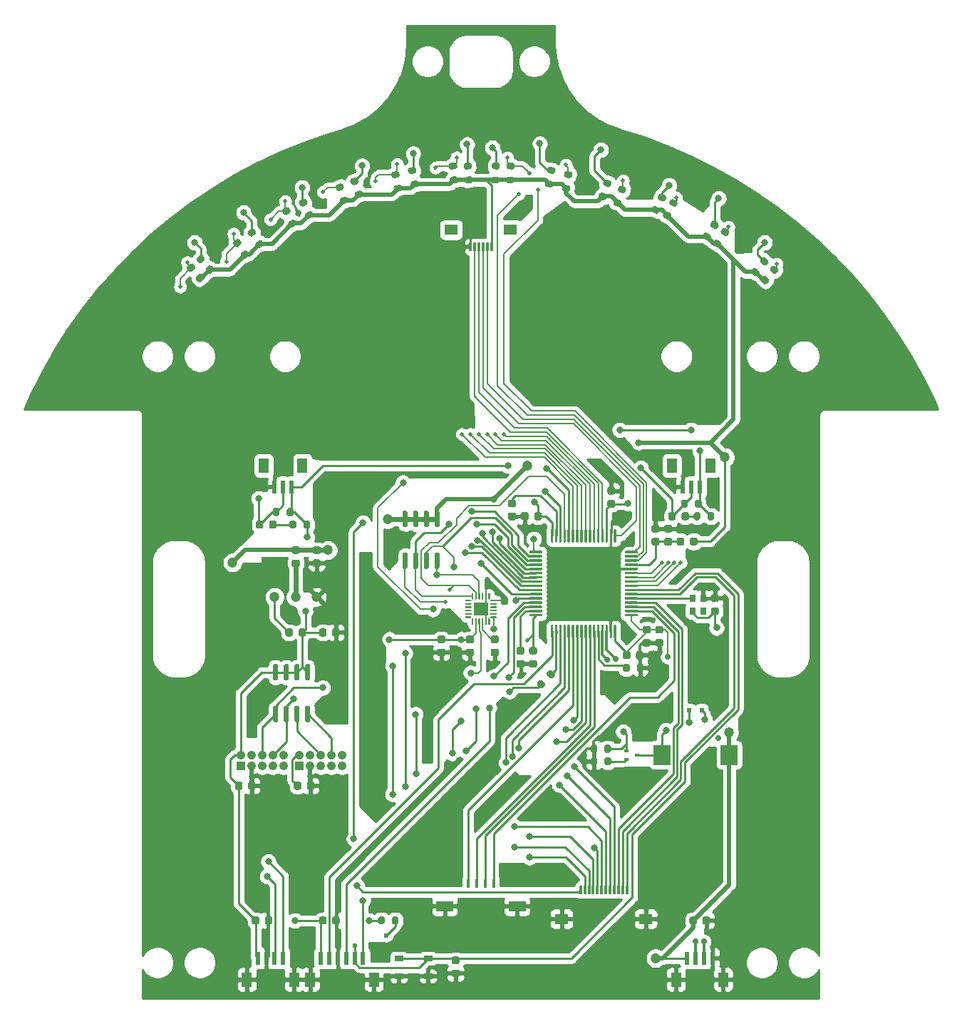
<source format=gbr>
%TF.GenerationSoftware,KiCad,Pcbnew,(5.1.10)-1*%
%TF.CreationDate,2022-02-04T19:35:18+09:00*%
%TF.ProjectId,Main,4d61696e-2e6b-4696-9361-645f70636258,rev?*%
%TF.SameCoordinates,Original*%
%TF.FileFunction,Copper,L1,Top*%
%TF.FilePolarity,Positive*%
%FSLAX46Y46*%
G04 Gerber Fmt 4.6, Leading zero omitted, Abs format (unit mm)*
G04 Created by KiCad (PCBNEW (5.1.10)-1) date 2022-02-04 19:35:18*
%MOMM*%
%LPD*%
G01*
G04 APERTURE LIST*
%TA.AperFunction,SMDPad,CuDef*%
%ADD10R,1.750000X1.600000*%
%TD*%
%TA.AperFunction,SMDPad,CuDef*%
%ADD11C,0.100000*%
%TD*%
%TA.AperFunction,SMDPad,CuDef*%
%ADD12R,1.650000X1.300000*%
%TD*%
%TA.AperFunction,SMDPad,CuDef*%
%ADD13R,0.300000X1.000000*%
%TD*%
%TA.AperFunction,SMDPad,CuDef*%
%ADD14R,2.000000X2.400000*%
%TD*%
%TA.AperFunction,SMDPad,CuDef*%
%ADD15R,0.530000X0.500000*%
%TD*%
%TA.AperFunction,SMDPad,CuDef*%
%ADD16R,0.600000X1.550000*%
%TD*%
%TA.AperFunction,SMDPad,CuDef*%
%ADD17R,1.200000X1.800000*%
%TD*%
%TA.AperFunction,ComponentPad*%
%ADD18R,1.060000X1.060000*%
%TD*%
%TA.AperFunction,ComponentPad*%
%ADD19C,1.060000*%
%TD*%
%TA.AperFunction,SMDPad,CuDef*%
%ADD20R,2.000000X1.300000*%
%TD*%
%TA.AperFunction,SMDPad,CuDef*%
%ADD21R,0.400000X1.000000*%
%TD*%
%TA.AperFunction,ComponentPad*%
%ADD22C,1.200000*%
%TD*%
%TA.AperFunction,SMDPad,CuDef*%
%ADD23R,0.510000X0.400000*%
%TD*%
%TA.AperFunction,SMDPad,CuDef*%
%ADD24R,1.050000X0.650000*%
%TD*%
%TA.AperFunction,SMDPad,CuDef*%
%ADD25R,0.800000X0.900000*%
%TD*%
%TA.AperFunction,ViaPad*%
%ADD26C,1.200000*%
%TD*%
%TA.AperFunction,ViaPad*%
%ADD27C,0.800000*%
%TD*%
%TA.AperFunction,ViaPad*%
%ADD28C,0.500000*%
%TD*%
%TA.AperFunction,ViaPad*%
%ADD29C,0.700000*%
%TD*%
%TA.AperFunction,ViaPad*%
%ADD30C,0.600000*%
%TD*%
%TA.AperFunction,Conductor*%
%ADD31C,0.250000*%
%TD*%
%TA.AperFunction,Conductor*%
%ADD32C,0.600000*%
%TD*%
%TA.AperFunction,Conductor*%
%ADD33C,0.500000*%
%TD*%
%TA.AperFunction,Conductor*%
%ADD34C,0.200000*%
%TD*%
%TA.AperFunction,Conductor*%
%ADD35C,0.300000*%
%TD*%
%TA.AperFunction,Conductor*%
%ADD36C,0.254000*%
%TD*%
%TA.AperFunction,Conductor*%
%ADD37C,0.100000*%
%TD*%
G04 APERTURE END LIST*
%TO.P,U2,1*%
%TO.N,+3V3*%
%TA.AperFunction,SMDPad,CuDef*%
G36*
G01*
X18650000Y-675000D02*
X18650000Y-825000D01*
G75*
G02*
X18575000Y-900000I-75000J0D01*
G01*
X17175000Y-900000D01*
G75*
G02*
X17100000Y-825000I0J75000D01*
G01*
X17100000Y-675000D01*
G75*
G02*
X17175000Y-600000I75000J0D01*
G01*
X18575000Y-600000D01*
G75*
G02*
X18650000Y-675000I0J-75000D01*
G01*
G37*
%TD.AperFunction*%
%TO.P,U2,2*%
%TO.N,/DRV2_EN*%
%TA.AperFunction,SMDPad,CuDef*%
G36*
G01*
X18650000Y-175000D02*
X18650000Y-325000D01*
G75*
G02*
X18575000Y-400000I-75000J0D01*
G01*
X17175000Y-400000D01*
G75*
G02*
X17100000Y-325000I0J75000D01*
G01*
X17100000Y-175000D01*
G75*
G02*
X17175000Y-100000I75000J0D01*
G01*
X18575000Y-100000D01*
G75*
G02*
X18650000Y-175000I0J-75000D01*
G01*
G37*
%TD.AperFunction*%
%TO.P,U2,3*%
%TO.N,/SW1*%
%TA.AperFunction,SMDPad,CuDef*%
G36*
G01*
X18650000Y325000D02*
X18650000Y175000D01*
G75*
G02*
X18575000Y100000I-75000J0D01*
G01*
X17175000Y100000D01*
G75*
G02*
X17100000Y175000I0J75000D01*
G01*
X17100000Y325000D01*
G75*
G02*
X17175000Y400000I75000J0D01*
G01*
X18575000Y400000D01*
G75*
G02*
X18650000Y325000I0J-75000D01*
G01*
G37*
%TD.AperFunction*%
%TO.P,U2,4*%
%TO.N,/SW2*%
%TA.AperFunction,SMDPad,CuDef*%
G36*
G01*
X18650000Y825000D02*
X18650000Y675000D01*
G75*
G02*
X18575000Y600000I-75000J0D01*
G01*
X17175000Y600000D01*
G75*
G02*
X17100000Y675000I0J75000D01*
G01*
X17100000Y825000D01*
G75*
G02*
X17175000Y900000I75000J0D01*
G01*
X18575000Y900000D01*
G75*
G02*
X18650000Y825000I0J-75000D01*
G01*
G37*
%TD.AperFunction*%
%TO.P,U2,5*%
%TO.N,Net-(U1-Pad3)*%
%TA.AperFunction,SMDPad,CuDef*%
G36*
G01*
X18650000Y1325000D02*
X18650000Y1175000D01*
G75*
G02*
X18575000Y1100000I-75000J0D01*
G01*
X17175000Y1100000D01*
G75*
G02*
X17100000Y1175000I0J75000D01*
G01*
X17100000Y1325000D01*
G75*
G02*
X17175000Y1400000I75000J0D01*
G01*
X18575000Y1400000D01*
G75*
G02*
X18650000Y1325000I0J-75000D01*
G01*
G37*
%TD.AperFunction*%
%TO.P,U2,6*%
%TO.N,/SW3*%
%TA.AperFunction,SMDPad,CuDef*%
G36*
G01*
X18650000Y1825000D02*
X18650000Y1675000D01*
G75*
G02*
X18575000Y1600000I-75000J0D01*
G01*
X17175000Y1600000D01*
G75*
G02*
X17100000Y1675000I0J75000D01*
G01*
X17100000Y1825000D01*
G75*
G02*
X17175000Y1900000I75000J0D01*
G01*
X18575000Y1900000D01*
G75*
G02*
X18650000Y1825000I0J-75000D01*
G01*
G37*
%TD.AperFunction*%
%TO.P,U2,7*%
%TO.N,nRST*%
%TA.AperFunction,SMDPad,CuDef*%
G36*
G01*
X18650000Y2325000D02*
X18650000Y2175000D01*
G75*
G02*
X18575000Y2100000I-75000J0D01*
G01*
X17175000Y2100000D01*
G75*
G02*
X17100000Y2175000I0J75000D01*
G01*
X17100000Y2325000D01*
G75*
G02*
X17175000Y2400000I75000J0D01*
G01*
X18575000Y2400000D01*
G75*
G02*
X18650000Y2325000I0J-75000D01*
G01*
G37*
%TD.AperFunction*%
%TO.P,U2,8*%
%TO.N,/Sensor12*%
%TA.AperFunction,SMDPad,CuDef*%
G36*
G01*
X18650000Y2825000D02*
X18650000Y2675000D01*
G75*
G02*
X18575000Y2600000I-75000J0D01*
G01*
X17175000Y2600000D01*
G75*
G02*
X17100000Y2675000I0J75000D01*
G01*
X17100000Y2825000D01*
G75*
G02*
X17175000Y2900000I75000J0D01*
G01*
X18575000Y2900000D01*
G75*
G02*
X18650000Y2825000I0J-75000D01*
G01*
G37*
%TD.AperFunction*%
%TO.P,U2,9*%
%TO.N,/Sensor11*%
%TA.AperFunction,SMDPad,CuDef*%
G36*
G01*
X18650000Y3325000D02*
X18650000Y3175000D01*
G75*
G02*
X18575000Y3100000I-75000J0D01*
G01*
X17175000Y3100000D01*
G75*
G02*
X17100000Y3175000I0J75000D01*
G01*
X17100000Y3325000D01*
G75*
G02*
X17175000Y3400000I75000J0D01*
G01*
X18575000Y3400000D01*
G75*
G02*
X18650000Y3325000I0J-75000D01*
G01*
G37*
%TD.AperFunction*%
%TO.P,U2,10*%
%TO.N,/Sensor10*%
%TA.AperFunction,SMDPad,CuDef*%
G36*
G01*
X18650000Y3825000D02*
X18650000Y3675000D01*
G75*
G02*
X18575000Y3600000I-75000J0D01*
G01*
X17175000Y3600000D01*
G75*
G02*
X17100000Y3675000I0J75000D01*
G01*
X17100000Y3825000D01*
G75*
G02*
X17175000Y3900000I75000J0D01*
G01*
X18575000Y3900000D01*
G75*
G02*
X18650000Y3825000I0J-75000D01*
G01*
G37*
%TD.AperFunction*%
%TO.P,U2,11*%
%TO.N,/Sensor09*%
%TA.AperFunction,SMDPad,CuDef*%
G36*
G01*
X18650000Y4325000D02*
X18650000Y4175000D01*
G75*
G02*
X18575000Y4100000I-75000J0D01*
G01*
X17175000Y4100000D01*
G75*
G02*
X17100000Y4175000I0J75000D01*
G01*
X17100000Y4325000D01*
G75*
G02*
X17175000Y4400000I75000J0D01*
G01*
X18575000Y4400000D01*
G75*
G02*
X18650000Y4325000I0J-75000D01*
G01*
G37*
%TD.AperFunction*%
%TO.P,U2,12*%
%TO.N,GND*%
%TA.AperFunction,SMDPad,CuDef*%
G36*
G01*
X18650000Y4825000D02*
X18650000Y4675000D01*
G75*
G02*
X18575000Y4600000I-75000J0D01*
G01*
X17175000Y4600000D01*
G75*
G02*
X17100000Y4675000I0J75000D01*
G01*
X17100000Y4825000D01*
G75*
G02*
X17175000Y4900000I75000J0D01*
G01*
X18575000Y4900000D01*
G75*
G02*
X18650000Y4825000I0J-75000D01*
G01*
G37*
%TD.AperFunction*%
%TO.P,U2,13*%
%TO.N,Net-(C7-Pad1)*%
%TA.AperFunction,SMDPad,CuDef*%
G36*
G01*
X18650000Y5325000D02*
X18650000Y5175000D01*
G75*
G02*
X18575000Y5100000I-75000J0D01*
G01*
X17175000Y5100000D01*
G75*
G02*
X17100000Y5175000I0J75000D01*
G01*
X17100000Y5325000D01*
G75*
G02*
X17175000Y5400000I75000J0D01*
G01*
X18575000Y5400000D01*
G75*
G02*
X18650000Y5325000I0J-75000D01*
G01*
G37*
%TD.AperFunction*%
%TO.P,U2,14*%
%TO.N,/Sensor08*%
%TA.AperFunction,SMDPad,CuDef*%
G36*
G01*
X18650000Y5825000D02*
X18650000Y5675000D01*
G75*
G02*
X18575000Y5600000I-75000J0D01*
G01*
X17175000Y5600000D01*
G75*
G02*
X17100000Y5675000I0J75000D01*
G01*
X17100000Y5825000D01*
G75*
G02*
X17175000Y5900000I75000J0D01*
G01*
X18575000Y5900000D01*
G75*
G02*
X18650000Y5825000I0J-75000D01*
G01*
G37*
%TD.AperFunction*%
%TO.P,U2,15*%
%TO.N,/Sensor07*%
%TA.AperFunction,SMDPad,CuDef*%
G36*
G01*
X18650000Y6325000D02*
X18650000Y6175000D01*
G75*
G02*
X18575000Y6100000I-75000J0D01*
G01*
X17175000Y6100000D01*
G75*
G02*
X17100000Y6175000I0J75000D01*
G01*
X17100000Y6325000D01*
G75*
G02*
X17175000Y6400000I75000J0D01*
G01*
X18575000Y6400000D01*
G75*
G02*
X18650000Y6325000I0J-75000D01*
G01*
G37*
%TD.AperFunction*%
%TO.P,U2,16*%
%TO.N,Net-(J3-Pad2)*%
%TA.AperFunction,SMDPad,CuDef*%
G36*
G01*
X18650000Y6825000D02*
X18650000Y6675000D01*
G75*
G02*
X18575000Y6600000I-75000J0D01*
G01*
X17175000Y6600000D01*
G75*
G02*
X17100000Y6675000I0J75000D01*
G01*
X17100000Y6825000D01*
G75*
G02*
X17175000Y6900000I75000J0D01*
G01*
X18575000Y6900000D01*
G75*
G02*
X18650000Y6825000I0J-75000D01*
G01*
G37*
%TD.AperFunction*%
%TO.P,U2,17*%
%TO.N,Net-(J3-Pad3)*%
%TA.AperFunction,SMDPad,CuDef*%
G36*
G01*
X16100000Y9375000D02*
X16100000Y7975000D01*
G75*
G02*
X16025000Y7900000I-75000J0D01*
G01*
X15875000Y7900000D01*
G75*
G02*
X15800000Y7975000I0J75000D01*
G01*
X15800000Y9375000D01*
G75*
G02*
X15875000Y9450000I75000J0D01*
G01*
X16025000Y9450000D01*
G75*
G02*
X16100000Y9375000I0J-75000D01*
G01*
G37*
%TD.AperFunction*%
%TO.P,U2,18*%
%TO.N,GND*%
%TA.AperFunction,SMDPad,CuDef*%
G36*
G01*
X15600000Y9375000D02*
X15600000Y7975000D01*
G75*
G02*
X15525000Y7900000I-75000J0D01*
G01*
X15375000Y7900000D01*
G75*
G02*
X15300000Y7975000I0J75000D01*
G01*
X15300000Y9375000D01*
G75*
G02*
X15375000Y9450000I75000J0D01*
G01*
X15525000Y9450000D01*
G75*
G02*
X15600000Y9375000I0J-75000D01*
G01*
G37*
%TD.AperFunction*%
%TO.P,U2,19*%
%TO.N,+3V3*%
%TA.AperFunction,SMDPad,CuDef*%
G36*
G01*
X15100000Y9375000D02*
X15100000Y7975000D01*
G75*
G02*
X15025000Y7900000I-75000J0D01*
G01*
X14875000Y7900000D01*
G75*
G02*
X14800000Y7975000I0J75000D01*
G01*
X14800000Y9375000D01*
G75*
G02*
X14875000Y9450000I75000J0D01*
G01*
X15025000Y9450000D01*
G75*
G02*
X15100000Y9375000I0J-75000D01*
G01*
G37*
%TD.AperFunction*%
%TO.P,U2,20*%
%TO.N,Net-(J3-Pad4)*%
%TA.AperFunction,SMDPad,CuDef*%
G36*
G01*
X14600000Y9375000D02*
X14600000Y7975000D01*
G75*
G02*
X14525000Y7900000I-75000J0D01*
G01*
X14375000Y7900000D01*
G75*
G02*
X14300000Y7975000I0J75000D01*
G01*
X14300000Y9375000D01*
G75*
G02*
X14375000Y9450000I75000J0D01*
G01*
X14525000Y9450000D01*
G75*
G02*
X14600000Y9375000I0J-75000D01*
G01*
G37*
%TD.AperFunction*%
%TO.P,U2,21*%
%TO.N,Net-(J3-Pad5)*%
%TA.AperFunction,SMDPad,CuDef*%
G36*
G01*
X14100000Y9375000D02*
X14100000Y7975000D01*
G75*
G02*
X14025000Y7900000I-75000J0D01*
G01*
X13875000Y7900000D01*
G75*
G02*
X13800000Y7975000I0J75000D01*
G01*
X13800000Y9375000D01*
G75*
G02*
X13875000Y9450000I75000J0D01*
G01*
X14025000Y9450000D01*
G75*
G02*
X14100000Y9375000I0J-75000D01*
G01*
G37*
%TD.AperFunction*%
%TO.P,U2,22*%
%TO.N,/Sensor06*%
%TA.AperFunction,SMDPad,CuDef*%
G36*
G01*
X13600000Y9375000D02*
X13600000Y7975000D01*
G75*
G02*
X13525000Y7900000I-75000J0D01*
G01*
X13375000Y7900000D01*
G75*
G02*
X13300000Y7975000I0J75000D01*
G01*
X13300000Y9375000D01*
G75*
G02*
X13375000Y9450000I75000J0D01*
G01*
X13525000Y9450000D01*
G75*
G02*
X13600000Y9375000I0J-75000D01*
G01*
G37*
%TD.AperFunction*%
%TO.P,U2,23*%
%TO.N,/Sensor05*%
%TA.AperFunction,SMDPad,CuDef*%
G36*
G01*
X13100000Y9375000D02*
X13100000Y7975000D01*
G75*
G02*
X13025000Y7900000I-75000J0D01*
G01*
X12875000Y7900000D01*
G75*
G02*
X12800000Y7975000I0J75000D01*
G01*
X12800000Y9375000D01*
G75*
G02*
X12875000Y9450000I75000J0D01*
G01*
X13025000Y9450000D01*
G75*
G02*
X13100000Y9375000I0J-75000D01*
G01*
G37*
%TD.AperFunction*%
%TO.P,U2,24*%
%TO.N,/Sensor04*%
%TA.AperFunction,SMDPad,CuDef*%
G36*
G01*
X12600000Y9375000D02*
X12600000Y7975000D01*
G75*
G02*
X12525000Y7900000I-75000J0D01*
G01*
X12375000Y7900000D01*
G75*
G02*
X12300000Y7975000I0J75000D01*
G01*
X12300000Y9375000D01*
G75*
G02*
X12375000Y9450000I75000J0D01*
G01*
X12525000Y9450000D01*
G75*
G02*
X12600000Y9375000I0J-75000D01*
G01*
G37*
%TD.AperFunction*%
%TO.P,U2,25*%
%TO.N,/Sensor03*%
%TA.AperFunction,SMDPad,CuDef*%
G36*
G01*
X12100000Y9375000D02*
X12100000Y7975000D01*
G75*
G02*
X12025000Y7900000I-75000J0D01*
G01*
X11875000Y7900000D01*
G75*
G02*
X11800000Y7975000I0J75000D01*
G01*
X11800000Y9375000D01*
G75*
G02*
X11875000Y9450000I75000J0D01*
G01*
X12025000Y9450000D01*
G75*
G02*
X12100000Y9375000I0J-75000D01*
G01*
G37*
%TD.AperFunction*%
%TO.P,U2,26*%
%TO.N,/Sensor02*%
%TA.AperFunction,SMDPad,CuDef*%
G36*
G01*
X11600000Y9375000D02*
X11600000Y7975000D01*
G75*
G02*
X11525000Y7900000I-75000J0D01*
G01*
X11375000Y7900000D01*
G75*
G02*
X11300000Y7975000I0J75000D01*
G01*
X11300000Y9375000D01*
G75*
G02*
X11375000Y9450000I75000J0D01*
G01*
X11525000Y9450000D01*
G75*
G02*
X11600000Y9375000I0J-75000D01*
G01*
G37*
%TD.AperFunction*%
%TO.P,U2,27*%
%TO.N,/Sensor01*%
%TA.AperFunction,SMDPad,CuDef*%
G36*
G01*
X11100000Y9375000D02*
X11100000Y7975000D01*
G75*
G02*
X11025000Y7900000I-75000J0D01*
G01*
X10875000Y7900000D01*
G75*
G02*
X10800000Y7975000I0J75000D01*
G01*
X10800000Y9375000D01*
G75*
G02*
X10875000Y9450000I75000J0D01*
G01*
X11025000Y9450000D01*
G75*
G02*
X11100000Y9375000I0J-75000D01*
G01*
G37*
%TD.AperFunction*%
%TO.P,U2,28*%
%TO.N,SubSens1*%
%TA.AperFunction,SMDPad,CuDef*%
G36*
G01*
X10600000Y9375000D02*
X10600000Y7975000D01*
G75*
G02*
X10525000Y7900000I-75000J0D01*
G01*
X10375000Y7900000D01*
G75*
G02*
X10300000Y7975000I0J75000D01*
G01*
X10300000Y9375000D01*
G75*
G02*
X10375000Y9450000I75000J0D01*
G01*
X10525000Y9450000D01*
G75*
G02*
X10600000Y9375000I0J-75000D01*
G01*
G37*
%TD.AperFunction*%
%TO.P,U2,29*%
%TO.N,ICM_SCLK*%
%TA.AperFunction,SMDPad,CuDef*%
G36*
G01*
X10100000Y9375000D02*
X10100000Y7975000D01*
G75*
G02*
X10025000Y7900000I-75000J0D01*
G01*
X9875000Y7900000D01*
G75*
G02*
X9800000Y7975000I0J75000D01*
G01*
X9800000Y9375000D01*
G75*
G02*
X9875000Y9450000I75000J0D01*
G01*
X10025000Y9450000D01*
G75*
G02*
X10100000Y9375000I0J-75000D01*
G01*
G37*
%TD.AperFunction*%
%TO.P,U2,30*%
%TO.N,SubSens2*%
%TA.AperFunction,SMDPad,CuDef*%
G36*
G01*
X9600000Y9375000D02*
X9600000Y7975000D01*
G75*
G02*
X9525000Y7900000I-75000J0D01*
G01*
X9375000Y7900000D01*
G75*
G02*
X9300000Y7975000I0J75000D01*
G01*
X9300000Y9375000D01*
G75*
G02*
X9375000Y9450000I75000J0D01*
G01*
X9525000Y9450000D01*
G75*
G02*
X9600000Y9375000I0J-75000D01*
G01*
G37*
%TD.AperFunction*%
%TO.P,U2,31*%
%TO.N,Net-(C11-Pad1)*%
%TA.AperFunction,SMDPad,CuDef*%
G36*
G01*
X9100000Y9375000D02*
X9100000Y7975000D01*
G75*
G02*
X9025000Y7900000I-75000J0D01*
G01*
X8875000Y7900000D01*
G75*
G02*
X8800000Y7975000I0J75000D01*
G01*
X8800000Y9375000D01*
G75*
G02*
X8875000Y9450000I75000J0D01*
G01*
X9025000Y9450000D01*
G75*
G02*
X9100000Y9375000I0J-75000D01*
G01*
G37*
%TD.AperFunction*%
%TO.P,U2,32*%
%TO.N,+3V3*%
%TA.AperFunction,SMDPad,CuDef*%
G36*
G01*
X8600000Y9375000D02*
X8600000Y7975000D01*
G75*
G02*
X8525000Y7900000I-75000J0D01*
G01*
X8375000Y7900000D01*
G75*
G02*
X8300000Y7975000I0J75000D01*
G01*
X8300000Y9375000D01*
G75*
G02*
X8375000Y9450000I75000J0D01*
G01*
X8525000Y9450000D01*
G75*
G02*
X8600000Y9375000I0J-75000D01*
G01*
G37*
%TD.AperFunction*%
%TO.P,U2,33*%
%TO.N,ICM_nCS*%
%TA.AperFunction,SMDPad,CuDef*%
G36*
G01*
X7300000Y6825000D02*
X7300000Y6675000D01*
G75*
G02*
X7225000Y6600000I-75000J0D01*
G01*
X5825000Y6600000D01*
G75*
G02*
X5750000Y6675000I0J75000D01*
G01*
X5750000Y6825000D01*
G75*
G02*
X5825000Y6900000I75000J0D01*
G01*
X7225000Y6900000D01*
G75*
G02*
X7300000Y6825000I0J-75000D01*
G01*
G37*
%TD.AperFunction*%
%TO.P,U2,34*%
%TO.N,/LED_Red*%
%TA.AperFunction,SMDPad,CuDef*%
G36*
G01*
X7300000Y6325000D02*
X7300000Y6175000D01*
G75*
G02*
X7225000Y6100000I-75000J0D01*
G01*
X5825000Y6100000D01*
G75*
G02*
X5750000Y6175000I0J75000D01*
G01*
X5750000Y6325000D01*
G75*
G02*
X5825000Y6400000I75000J0D01*
G01*
X7225000Y6400000D01*
G75*
G02*
X7300000Y6325000I0J-75000D01*
G01*
G37*
%TD.AperFunction*%
%TO.P,U2,35*%
%TO.N,ICM_MISO*%
%TA.AperFunction,SMDPad,CuDef*%
G36*
G01*
X7300000Y5825000D02*
X7300000Y5675000D01*
G75*
G02*
X7225000Y5600000I-75000J0D01*
G01*
X5825000Y5600000D01*
G75*
G02*
X5750000Y5675000I0J75000D01*
G01*
X5750000Y5825000D01*
G75*
G02*
X5825000Y5900000I75000J0D01*
G01*
X7225000Y5900000D01*
G75*
G02*
X7300000Y5825000I0J-75000D01*
G01*
G37*
%TD.AperFunction*%
%TO.P,U2,36*%
%TO.N,ICM_MOSI*%
%TA.AperFunction,SMDPad,CuDef*%
G36*
G01*
X7300000Y5325000D02*
X7300000Y5175000D01*
G75*
G02*
X7225000Y5100000I-75000J0D01*
G01*
X5825000Y5100000D01*
G75*
G02*
X5750000Y5175000I0J75000D01*
G01*
X5750000Y5325000D01*
G75*
G02*
X5825000Y5400000I75000J0D01*
G01*
X7225000Y5400000D01*
G75*
G02*
X7300000Y5325000I0J-75000D01*
G01*
G37*
%TD.AperFunction*%
%TO.P,U2,37*%
%TO.N,USART_TX*%
%TA.AperFunction,SMDPad,CuDef*%
G36*
G01*
X7300000Y4825000D02*
X7300000Y4675000D01*
G75*
G02*
X7225000Y4600000I-75000J0D01*
G01*
X5825000Y4600000D01*
G75*
G02*
X5750000Y4675000I0J75000D01*
G01*
X5750000Y4825000D01*
G75*
G02*
X5825000Y4900000I75000J0D01*
G01*
X7225000Y4900000D01*
G75*
G02*
X7300000Y4825000I0J-75000D01*
G01*
G37*
%TD.AperFunction*%
%TO.P,U2,38*%
%TO.N,USART_RX*%
%TA.AperFunction,SMDPad,CuDef*%
G36*
G01*
X7300000Y4325000D02*
X7300000Y4175000D01*
G75*
G02*
X7225000Y4100000I-75000J0D01*
G01*
X5825000Y4100000D01*
G75*
G02*
X5750000Y4175000I0J75000D01*
G01*
X5750000Y4325000D01*
G75*
G02*
X5825000Y4400000I75000J0D01*
G01*
X7225000Y4400000D01*
G75*
G02*
X7300000Y4325000I0J-75000D01*
G01*
G37*
%TD.AperFunction*%
%TO.P,U2,39*%
%TO.N,/LED_White*%
%TA.AperFunction,SMDPad,CuDef*%
G36*
G01*
X7300000Y3825000D02*
X7300000Y3675000D01*
G75*
G02*
X7225000Y3600000I-75000J0D01*
G01*
X5825000Y3600000D01*
G75*
G02*
X5750000Y3675000I0J75000D01*
G01*
X5750000Y3825000D01*
G75*
G02*
X5825000Y3900000I75000J0D01*
G01*
X7225000Y3900000D01*
G75*
G02*
X7300000Y3825000I0J-75000D01*
G01*
G37*
%TD.AperFunction*%
%TO.P,U2,40*%
%TO.N,/LED_B*%
%TA.AperFunction,SMDPad,CuDef*%
G36*
G01*
X7300000Y3325000D02*
X7300000Y3175000D01*
G75*
G02*
X7225000Y3100000I-75000J0D01*
G01*
X5825000Y3100000D01*
G75*
G02*
X5750000Y3175000I0J75000D01*
G01*
X5750000Y3325000D01*
G75*
G02*
X5825000Y3400000I75000J0D01*
G01*
X7225000Y3400000D01*
G75*
G02*
X7300000Y3325000I0J-75000D01*
G01*
G37*
%TD.AperFunction*%
%TO.P,U2,41*%
%TO.N,Encorder1_A*%
%TA.AperFunction,SMDPad,CuDef*%
G36*
G01*
X7300000Y2825000D02*
X7300000Y2675000D01*
G75*
G02*
X7225000Y2600000I-75000J0D01*
G01*
X5825000Y2600000D01*
G75*
G02*
X5750000Y2675000I0J75000D01*
G01*
X5750000Y2825000D01*
G75*
G02*
X5825000Y2900000I75000J0D01*
G01*
X7225000Y2900000D01*
G75*
G02*
X7300000Y2825000I0J-75000D01*
G01*
G37*
%TD.AperFunction*%
%TO.P,U2,42*%
%TO.N,Encorder1_B*%
%TA.AperFunction,SMDPad,CuDef*%
G36*
G01*
X7300000Y2325000D02*
X7300000Y2175000D01*
G75*
G02*
X7225000Y2100000I-75000J0D01*
G01*
X5825000Y2100000D01*
G75*
G02*
X5750000Y2175000I0J75000D01*
G01*
X5750000Y2325000D01*
G75*
G02*
X5825000Y2400000I75000J0D01*
G01*
X7225000Y2400000D01*
G75*
G02*
X7300000Y2325000I0J-75000D01*
G01*
G37*
%TD.AperFunction*%
%TO.P,U2,43*%
%TO.N,/LED_G*%
%TA.AperFunction,SMDPad,CuDef*%
G36*
G01*
X7300000Y1825000D02*
X7300000Y1675000D01*
G75*
G02*
X7225000Y1600000I-75000J0D01*
G01*
X5825000Y1600000D01*
G75*
G02*
X5750000Y1675000I0J75000D01*
G01*
X5750000Y1825000D01*
G75*
G02*
X5825000Y1900000I75000J0D01*
G01*
X7225000Y1900000D01*
G75*
G02*
X7300000Y1825000I0J-75000D01*
G01*
G37*
%TD.AperFunction*%
%TO.P,U2,44*%
%TO.N,/LED_R*%
%TA.AperFunction,SMDPad,CuDef*%
G36*
G01*
X7300000Y1325000D02*
X7300000Y1175000D01*
G75*
G02*
X7225000Y1100000I-75000J0D01*
G01*
X5825000Y1100000D01*
G75*
G02*
X5750000Y1175000I0J75000D01*
G01*
X5750000Y1325000D01*
G75*
G02*
X5825000Y1400000I75000J0D01*
G01*
X7225000Y1400000D01*
G75*
G02*
X7300000Y1325000I0J-75000D01*
G01*
G37*
%TD.AperFunction*%
%TO.P,U2,45*%
%TO.N,/Rotary4*%
%TA.AperFunction,SMDPad,CuDef*%
G36*
G01*
X7300000Y825000D02*
X7300000Y675000D01*
G75*
G02*
X7225000Y600000I-75000J0D01*
G01*
X5825000Y600000D01*
G75*
G02*
X5750000Y675000I0J75000D01*
G01*
X5750000Y825000D01*
G75*
G02*
X5825000Y900000I75000J0D01*
G01*
X7225000Y900000D01*
G75*
G02*
X7300000Y825000I0J-75000D01*
G01*
G37*
%TD.AperFunction*%
%TO.P,U2,46*%
%TO.N,SWDIO*%
%TA.AperFunction,SMDPad,CuDef*%
G36*
G01*
X7300000Y325000D02*
X7300000Y175000D01*
G75*
G02*
X7225000Y100000I-75000J0D01*
G01*
X5825000Y100000D01*
G75*
G02*
X5750000Y175000I0J75000D01*
G01*
X5750000Y325000D01*
G75*
G02*
X5825000Y400000I75000J0D01*
G01*
X7225000Y400000D01*
G75*
G02*
X7300000Y325000I0J-75000D01*
G01*
G37*
%TD.AperFunction*%
%TO.P,U2,47*%
%TO.N,Net-(C12-Pad1)*%
%TA.AperFunction,SMDPad,CuDef*%
G36*
G01*
X7300000Y-175000D02*
X7300000Y-325000D01*
G75*
G02*
X7225000Y-400000I-75000J0D01*
G01*
X5825000Y-400000D01*
G75*
G02*
X5750000Y-325000I0J75000D01*
G01*
X5750000Y-175000D01*
G75*
G02*
X5825000Y-100000I75000J0D01*
G01*
X7225000Y-100000D01*
G75*
G02*
X7300000Y-175000I0J-75000D01*
G01*
G37*
%TD.AperFunction*%
%TO.P,U2,48*%
%TO.N,+3V3*%
%TA.AperFunction,SMDPad,CuDef*%
G36*
G01*
X7300000Y-675000D02*
X7300000Y-825000D01*
G75*
G02*
X7225000Y-900000I-75000J0D01*
G01*
X5825000Y-900000D01*
G75*
G02*
X5750000Y-825000I0J75000D01*
G01*
X5750000Y-675000D01*
G75*
G02*
X5825000Y-600000I75000J0D01*
G01*
X7225000Y-600000D01*
G75*
G02*
X7300000Y-675000I0J-75000D01*
G01*
G37*
%TD.AperFunction*%
%TO.P,U2,49*%
%TO.N,SWCLK*%
%TA.AperFunction,SMDPad,CuDef*%
G36*
G01*
X8600000Y-1975000D02*
X8600000Y-3375000D01*
G75*
G02*
X8525000Y-3450000I-75000J0D01*
G01*
X8375000Y-3450000D01*
G75*
G02*
X8300000Y-3375000I0J75000D01*
G01*
X8300000Y-1975000D01*
G75*
G02*
X8375000Y-1900000I75000J0D01*
G01*
X8525000Y-1900000D01*
G75*
G02*
X8600000Y-1975000I0J-75000D01*
G01*
G37*
%TD.AperFunction*%
%TO.P,U2,50*%
%TO.N,Net-(R23-Pad2)*%
%TA.AperFunction,SMDPad,CuDef*%
G36*
G01*
X9100000Y-1975000D02*
X9100000Y-3375000D01*
G75*
G02*
X9025000Y-3450000I-75000J0D01*
G01*
X8875000Y-3450000D01*
G75*
G02*
X8800000Y-3375000I0J75000D01*
G01*
X8800000Y-1975000D01*
G75*
G02*
X8875000Y-1900000I75000J0D01*
G01*
X9025000Y-1900000D01*
G75*
G02*
X9100000Y-1975000I0J-75000D01*
G01*
G37*
%TD.AperFunction*%
%TO.P,U2,51*%
%TO.N,/Rotary2*%
%TA.AperFunction,SMDPad,CuDef*%
G36*
G01*
X9600000Y-1975000D02*
X9600000Y-3375000D01*
G75*
G02*
X9525000Y-3450000I-75000J0D01*
G01*
X9375000Y-3450000D01*
G75*
G02*
X9300000Y-3375000I0J75000D01*
G01*
X9300000Y-1975000D01*
G75*
G02*
X9375000Y-1900000I75000J0D01*
G01*
X9525000Y-1900000D01*
G75*
G02*
X9600000Y-1975000I0J-75000D01*
G01*
G37*
%TD.AperFunction*%
%TO.P,U2,52*%
%TO.N,/Rotary8*%
%TA.AperFunction,SMDPad,CuDef*%
G36*
G01*
X10100000Y-1975000D02*
X10100000Y-3375000D01*
G75*
G02*
X10025000Y-3450000I-75000J0D01*
G01*
X9875000Y-3450000D01*
G75*
G02*
X9800000Y-3375000I0J75000D01*
G01*
X9800000Y-1975000D01*
G75*
G02*
X9875000Y-1900000I75000J0D01*
G01*
X10025000Y-1900000D01*
G75*
G02*
X10100000Y-1975000I0J-75000D01*
G01*
G37*
%TD.AperFunction*%
%TO.P,U2,53*%
%TO.N,/Rotary1*%
%TA.AperFunction,SMDPad,CuDef*%
G36*
G01*
X10600000Y-1975000D02*
X10600000Y-3375000D01*
G75*
G02*
X10525000Y-3450000I-75000J0D01*
G01*
X10375000Y-3450000D01*
G75*
G02*
X10300000Y-3375000I0J75000D01*
G01*
X10300000Y-1975000D01*
G75*
G02*
X10375000Y-1900000I75000J0D01*
G01*
X10525000Y-1900000D01*
G75*
G02*
X10600000Y-1975000I0J-75000D01*
G01*
G37*
%TD.AperFunction*%
%TO.P,U2,54*%
%TO.N,/DRV1_EN*%
%TA.AperFunction,SMDPad,CuDef*%
G36*
G01*
X11100000Y-1975000D02*
X11100000Y-3375000D01*
G75*
G02*
X11025000Y-3450000I-75000J0D01*
G01*
X10875000Y-3450000D01*
G75*
G02*
X10800000Y-3375000I0J75000D01*
G01*
X10800000Y-1975000D01*
G75*
G02*
X10875000Y-1900000I75000J0D01*
G01*
X11025000Y-1900000D01*
G75*
G02*
X11100000Y-1975000I0J-75000D01*
G01*
G37*
%TD.AperFunction*%
%TO.P,U2,55*%
%TO.N,SWO*%
%TA.AperFunction,SMDPad,CuDef*%
G36*
G01*
X11600000Y-1975000D02*
X11600000Y-3375000D01*
G75*
G02*
X11525000Y-3450000I-75000J0D01*
G01*
X11375000Y-3450000D01*
G75*
G02*
X11300000Y-3375000I0J75000D01*
G01*
X11300000Y-1975000D01*
G75*
G02*
X11375000Y-1900000I75000J0D01*
G01*
X11525000Y-1900000D01*
G75*
G02*
X11600000Y-1975000I0J-75000D01*
G01*
G37*
%TD.AperFunction*%
%TO.P,U2,56*%
%TO.N,Encorder2_A*%
%TA.AperFunction,SMDPad,CuDef*%
G36*
G01*
X12100000Y-1975000D02*
X12100000Y-3375000D01*
G75*
G02*
X12025000Y-3450000I-75000J0D01*
G01*
X11875000Y-3450000D01*
G75*
G02*
X11800000Y-3375000I0J75000D01*
G01*
X11800000Y-1975000D01*
G75*
G02*
X11875000Y-1900000I75000J0D01*
G01*
X12025000Y-1900000D01*
G75*
G02*
X12100000Y-1975000I0J-75000D01*
G01*
G37*
%TD.AperFunction*%
%TO.P,U2,57*%
%TO.N,Encorder2_B*%
%TA.AperFunction,SMDPad,CuDef*%
G36*
G01*
X12600000Y-1975000D02*
X12600000Y-3375000D01*
G75*
G02*
X12525000Y-3450000I-75000J0D01*
G01*
X12375000Y-3450000D01*
G75*
G02*
X12300000Y-3375000I0J75000D01*
G01*
X12300000Y-1975000D01*
G75*
G02*
X12375000Y-1900000I75000J0D01*
G01*
X12525000Y-1900000D01*
G75*
G02*
X12600000Y-1975000I0J-75000D01*
G01*
G37*
%TD.AperFunction*%
%TO.P,U2,58*%
%TO.N,/DRV1_PN*%
%TA.AperFunction,SMDPad,CuDef*%
G36*
G01*
X13100000Y-1975000D02*
X13100000Y-3375000D01*
G75*
G02*
X13025000Y-3450000I-75000J0D01*
G01*
X12875000Y-3450000D01*
G75*
G02*
X12800000Y-3375000I0J75000D01*
G01*
X12800000Y-1975000D01*
G75*
G02*
X12875000Y-1900000I75000J0D01*
G01*
X13025000Y-1900000D01*
G75*
G02*
X13100000Y-1975000I0J-75000D01*
G01*
G37*
%TD.AperFunction*%
%TO.P,U2,59*%
%TO.N,/DRV2_PN*%
%TA.AperFunction,SMDPad,CuDef*%
G36*
G01*
X13600000Y-1975000D02*
X13600000Y-3375000D01*
G75*
G02*
X13525000Y-3450000I-75000J0D01*
G01*
X13375000Y-3450000D01*
G75*
G02*
X13300000Y-3375000I0J75000D01*
G01*
X13300000Y-1975000D01*
G75*
G02*
X13375000Y-1900000I75000J0D01*
G01*
X13525000Y-1900000D01*
G75*
G02*
X13600000Y-1975000I0J-75000D01*
G01*
G37*
%TD.AperFunction*%
%TO.P,U2,60*%
%TO.N,Net-(R22-Pad1)*%
%TA.AperFunction,SMDPad,CuDef*%
G36*
G01*
X14100000Y-1975000D02*
X14100000Y-3375000D01*
G75*
G02*
X14025000Y-3450000I-75000J0D01*
G01*
X13875000Y-3450000D01*
G75*
G02*
X13800000Y-3375000I0J75000D01*
G01*
X13800000Y-1975000D01*
G75*
G02*
X13875000Y-1900000I75000J0D01*
G01*
X14025000Y-1900000D01*
G75*
G02*
X14100000Y-1975000I0J-75000D01*
G01*
G37*
%TD.AperFunction*%
%TO.P,U2,61*%
%TO.N,I2C_SCL*%
%TA.AperFunction,SMDPad,CuDef*%
G36*
G01*
X14600000Y-1975000D02*
X14600000Y-3375000D01*
G75*
G02*
X14525000Y-3450000I-75000J0D01*
G01*
X14375000Y-3450000D01*
G75*
G02*
X14300000Y-3375000I0J75000D01*
G01*
X14300000Y-1975000D01*
G75*
G02*
X14375000Y-1900000I75000J0D01*
G01*
X14525000Y-1900000D01*
G75*
G02*
X14600000Y-1975000I0J-75000D01*
G01*
G37*
%TD.AperFunction*%
%TO.P,U2,62*%
%TO.N,I2C_SDA*%
%TA.AperFunction,SMDPad,CuDef*%
G36*
G01*
X15100000Y-1975000D02*
X15100000Y-3375000D01*
G75*
G02*
X15025000Y-3450000I-75000J0D01*
G01*
X14875000Y-3450000D01*
G75*
G02*
X14800000Y-3375000I0J75000D01*
G01*
X14800000Y-1975000D01*
G75*
G02*
X14875000Y-1900000I75000J0D01*
G01*
X15025000Y-1900000D01*
G75*
G02*
X15100000Y-1975000I0J-75000D01*
G01*
G37*
%TD.AperFunction*%
%TO.P,U2,63*%
%TO.N,GND*%
%TA.AperFunction,SMDPad,CuDef*%
G36*
G01*
X15600000Y-1975000D02*
X15600000Y-3375000D01*
G75*
G02*
X15525000Y-3450000I-75000J0D01*
G01*
X15375000Y-3450000D01*
G75*
G02*
X15300000Y-3375000I0J75000D01*
G01*
X15300000Y-1975000D01*
G75*
G02*
X15375000Y-1900000I75000J0D01*
G01*
X15525000Y-1900000D01*
G75*
G02*
X15600000Y-1975000I0J-75000D01*
G01*
G37*
%TD.AperFunction*%
%TO.P,U2,64*%
%TO.N,+3V3*%
%TA.AperFunction,SMDPad,CuDef*%
G36*
G01*
X16100000Y-1975000D02*
X16100000Y-3375000D01*
G75*
G02*
X16025000Y-3450000I-75000J0D01*
G01*
X15875000Y-3450000D01*
G75*
G02*
X15800000Y-3375000I0J75000D01*
G01*
X15800000Y-1975000D01*
G75*
G02*
X15875000Y-1900000I75000J0D01*
G01*
X16025000Y-1900000D01*
G75*
G02*
X16100000Y-1975000I0J-75000D01*
G01*
G37*
%TD.AperFunction*%
%TD*%
%TO.P,R16,2*%
%TO.N,Net-(D8-Pad2)*%
%TA.AperFunction,SMDPad,CuDef*%
G36*
G01*
X8584798Y51629684D02*
X8040840Y51710979D01*
G75*
G02*
X7872599Y51938344I29562J197803D01*
G01*
X7931723Y52333951D01*
G75*
G02*
X8159088Y52502192I197803J-29562D01*
G01*
X8703046Y52420897D01*
G75*
G02*
X8871287Y52193532I-29562J-197803D01*
G01*
X8812163Y51797925D01*
G75*
G02*
X8584798Y51629684I-197803J29562D01*
G01*
G37*
%TD.AperFunction*%
%TO.P,R16,1*%
%TO.N,+3V3*%
%TA.AperFunction,SMDPad,CuDef*%
G36*
G01*
X8340912Y49997808D02*
X7796954Y50079103D01*
G75*
G02*
X7628713Y50306468I29562J197803D01*
G01*
X7687837Y50702075D01*
G75*
G02*
X7915202Y50870316I197803J-29562D01*
G01*
X8459160Y50789021D01*
G75*
G02*
X8627401Y50561656I-29562J-197803D01*
G01*
X8568277Y50166049D01*
G75*
G02*
X8340912Y49997808I-197803J29562D01*
G01*
G37*
%TD.AperFunction*%
%TD*%
D10*
%TO.P,U3,25*%
%TO.N,GND*%
X0Y0D03*
%TA.AperFunction,SMDPad,CuDef*%
D11*
%TO.P,U3,24*%
%TO.N,ICM_MOSI*%
G36*
X-932196Y1874231D02*
G01*
X-924693Y1871955D01*
X-917777Y1868259D01*
X-911716Y1863284D01*
X-906741Y1857223D01*
X-903045Y1850307D01*
X-900769Y1842804D01*
X-900000Y1835000D01*
X-900000Y1165000D01*
X-900769Y1157196D01*
X-903045Y1149693D01*
X-906741Y1142777D01*
X-911716Y1136716D01*
X-917777Y1131741D01*
X-924693Y1128045D01*
X-932196Y1125769D01*
X-940000Y1125000D01*
X-963431Y1125000D01*
X-971235Y1125769D01*
X-978738Y1128045D01*
X-985654Y1131741D01*
X-991715Y1136716D01*
X-1088284Y1233285D01*
X-1093259Y1239346D01*
X-1096955Y1246262D01*
X-1099231Y1253765D01*
X-1100000Y1261569D01*
X-1100000Y1835000D01*
X-1099231Y1842804D01*
X-1096955Y1850307D01*
X-1093259Y1857223D01*
X-1088284Y1863284D01*
X-1082223Y1868259D01*
X-1075307Y1871955D01*
X-1067804Y1874231D01*
X-1060000Y1875000D01*
X-940000Y1875000D01*
X-932196Y1874231D01*
G37*
%TD.AperFunction*%
%TO.P,U3,23*%
%TO.N,ICM_SCLK*%
%TA.AperFunction,SMDPad,CuDef*%
G36*
G01*
X-700000Y1175000D02*
X-700000Y1825000D01*
G75*
G02*
X-650000Y1875000I50000J0D01*
G01*
X-550000Y1875000D01*
G75*
G02*
X-500000Y1825000I0J-50000D01*
G01*
X-500000Y1175000D01*
G75*
G02*
X-550000Y1125000I-50000J0D01*
G01*
X-650000Y1125000D01*
G75*
G02*
X-700000Y1175000I0J50000D01*
G01*
G37*
%TD.AperFunction*%
%TO.P,U3,22*%
%TO.N,ICM_nCS*%
%TA.AperFunction,SMDPad,CuDef*%
G36*
G01*
X-300000Y1175000D02*
X-300000Y1825000D01*
G75*
G02*
X-250000Y1875000I50000J0D01*
G01*
X-150000Y1875000D01*
G75*
G02*
X-100000Y1825000I0J-50000D01*
G01*
X-100000Y1175000D01*
G75*
G02*
X-150000Y1125000I-50000J0D01*
G01*
X-250000Y1125000D01*
G75*
G02*
X-300000Y1175000I0J50000D01*
G01*
G37*
%TD.AperFunction*%
%TO.P,U3,21*%
%TO.N,N/C*%
%TA.AperFunction,SMDPad,CuDef*%
G36*
G01*
X100000Y1175000D02*
X100000Y1825000D01*
G75*
G02*
X150000Y1875000I50000J0D01*
G01*
X250000Y1875000D01*
G75*
G02*
X300000Y1825000I0J-50000D01*
G01*
X300000Y1175000D01*
G75*
G02*
X250000Y1125000I-50000J0D01*
G01*
X150000Y1125000D01*
G75*
G02*
X100000Y1175000I0J50000D01*
G01*
G37*
%TD.AperFunction*%
%TO.P,U3,20*%
%TO.N,GND*%
%TA.AperFunction,SMDPad,CuDef*%
G36*
G01*
X500000Y1175000D02*
X500000Y1825000D01*
G75*
G02*
X550000Y1875000I50000J0D01*
G01*
X650000Y1875000D01*
G75*
G02*
X700000Y1825000I0J-50000D01*
G01*
X700000Y1175000D01*
G75*
G02*
X650000Y1125000I-50000J0D01*
G01*
X550000Y1125000D01*
G75*
G02*
X500000Y1175000I0J50000D01*
G01*
G37*
%TD.AperFunction*%
%TA.AperFunction,SMDPad,CuDef*%
%TO.P,U3,19*%
%TO.N,N/C*%
G36*
X1067804Y1874231D02*
G01*
X1075307Y1871955D01*
X1082223Y1868259D01*
X1088284Y1863284D01*
X1093259Y1857223D01*
X1096955Y1850307D01*
X1099231Y1842804D01*
X1100000Y1835000D01*
X1100000Y1261569D01*
X1099231Y1253765D01*
X1096955Y1246262D01*
X1093259Y1239346D01*
X1088284Y1233285D01*
X991715Y1136716D01*
X985654Y1131741D01*
X978738Y1128045D01*
X971235Y1125769D01*
X963431Y1125000D01*
X940000Y1125000D01*
X932196Y1125769D01*
X924693Y1128045D01*
X917777Y1131741D01*
X911716Y1136716D01*
X906741Y1142777D01*
X903045Y1149693D01*
X900769Y1157196D01*
X900000Y1165000D01*
X900000Y1835000D01*
X900769Y1842804D01*
X903045Y1850307D01*
X906741Y1857223D01*
X911716Y1863284D01*
X917777Y1868259D01*
X924693Y1871955D01*
X932196Y1874231D01*
X940000Y1875000D01*
X1060000Y1875000D01*
X1067804Y1874231D01*
G37*
%TD.AperFunction*%
%TA.AperFunction,SMDPad,CuDef*%
%TO.P,U3,18*%
%TO.N,GND*%
G36*
X1842804Y1099231D02*
G01*
X1850307Y1096955D01*
X1857223Y1093259D01*
X1863284Y1088284D01*
X1868259Y1082223D01*
X1871955Y1075307D01*
X1874231Y1067804D01*
X1875000Y1060000D01*
X1875000Y940000D01*
X1874231Y932196D01*
X1871955Y924693D01*
X1868259Y917777D01*
X1863284Y911716D01*
X1857223Y906741D01*
X1850307Y903045D01*
X1842804Y900769D01*
X1835000Y900000D01*
X1165000Y900000D01*
X1157196Y900769D01*
X1149693Y903045D01*
X1142777Y906741D01*
X1136716Y911716D01*
X1131741Y917777D01*
X1128045Y924693D01*
X1125769Y932196D01*
X1125000Y940000D01*
X1125000Y963431D01*
X1125769Y971235D01*
X1128045Y978738D01*
X1131741Y985654D01*
X1136716Y991715D01*
X1233285Y1088284D01*
X1239346Y1093259D01*
X1246262Y1096955D01*
X1253765Y1099231D01*
X1261569Y1100000D01*
X1835000Y1100000D01*
X1842804Y1099231D01*
G37*
%TD.AperFunction*%
%TO.P,U3,17*%
%TO.N,N/C*%
%TA.AperFunction,SMDPad,CuDef*%
G36*
G01*
X1125000Y550000D02*
X1125000Y650000D01*
G75*
G02*
X1175000Y700000I50000J0D01*
G01*
X1825000Y700000D01*
G75*
G02*
X1875000Y650000I0J-50000D01*
G01*
X1875000Y550000D01*
G75*
G02*
X1825000Y500000I-50000J0D01*
G01*
X1175000Y500000D01*
G75*
G02*
X1125000Y550000I0J50000D01*
G01*
G37*
%TD.AperFunction*%
%TO.P,U3,16*%
%TA.AperFunction,SMDPad,CuDef*%
G36*
G01*
X1125000Y150000D02*
X1125000Y250000D01*
G75*
G02*
X1175000Y300000I50000J0D01*
G01*
X1825000Y300000D01*
G75*
G02*
X1875000Y250000I0J-50000D01*
G01*
X1875000Y150000D01*
G75*
G02*
X1825000Y100000I-50000J0D01*
G01*
X1175000Y100000D01*
G75*
G02*
X1125000Y150000I0J50000D01*
G01*
G37*
%TD.AperFunction*%
%TO.P,U3,15*%
%TA.AperFunction,SMDPad,CuDef*%
G36*
G01*
X1125000Y-250000D02*
X1125000Y-150000D01*
G75*
G02*
X1175000Y-100000I50000J0D01*
G01*
X1825000Y-100000D01*
G75*
G02*
X1875000Y-150000I0J-50000D01*
G01*
X1875000Y-250000D01*
G75*
G02*
X1825000Y-300000I-50000J0D01*
G01*
X1175000Y-300000D01*
G75*
G02*
X1125000Y-250000I0J50000D01*
G01*
G37*
%TD.AperFunction*%
%TO.P,U3,14*%
%TA.AperFunction,SMDPad,CuDef*%
G36*
G01*
X1125000Y-650000D02*
X1125000Y-550000D01*
G75*
G02*
X1175000Y-500000I50000J0D01*
G01*
X1825000Y-500000D01*
G75*
G02*
X1875000Y-550000I0J-50000D01*
G01*
X1875000Y-650000D01*
G75*
G02*
X1825000Y-700000I-50000J0D01*
G01*
X1175000Y-700000D01*
G75*
G02*
X1125000Y-650000I0J50000D01*
G01*
G37*
%TD.AperFunction*%
%TA.AperFunction,SMDPad,CuDef*%
%TO.P,U3,13*%
%TO.N,+3V3*%
G36*
X1842804Y-900769D02*
G01*
X1850307Y-903045D01*
X1857223Y-906741D01*
X1863284Y-911716D01*
X1868259Y-917777D01*
X1871955Y-924693D01*
X1874231Y-932196D01*
X1875000Y-940000D01*
X1875000Y-1060000D01*
X1874231Y-1067804D01*
X1871955Y-1075307D01*
X1868259Y-1082223D01*
X1863284Y-1088284D01*
X1857223Y-1093259D01*
X1850307Y-1096955D01*
X1842804Y-1099231D01*
X1835000Y-1100000D01*
X1261569Y-1100000D01*
X1253765Y-1099231D01*
X1246262Y-1096955D01*
X1239346Y-1093259D01*
X1233285Y-1088284D01*
X1136716Y-991715D01*
X1131741Y-985654D01*
X1128045Y-978738D01*
X1125769Y-971235D01*
X1125000Y-963431D01*
X1125000Y-940000D01*
X1125769Y-932196D01*
X1128045Y-924693D01*
X1131741Y-917777D01*
X1136716Y-911716D01*
X1142777Y-906741D01*
X1149693Y-903045D01*
X1157196Y-900769D01*
X1165000Y-900000D01*
X1835000Y-900000D01*
X1842804Y-900769D01*
G37*
%TD.AperFunction*%
%TA.AperFunction,SMDPad,CuDef*%
%TO.P,U3,12*%
%TO.N,N/C*%
G36*
X971235Y-1125769D02*
G01*
X978738Y-1128045D01*
X985654Y-1131741D01*
X991715Y-1136716D01*
X1088284Y-1233285D01*
X1093259Y-1239346D01*
X1096955Y-1246262D01*
X1099231Y-1253765D01*
X1100000Y-1261569D01*
X1100000Y-1835000D01*
X1099231Y-1842804D01*
X1096955Y-1850307D01*
X1093259Y-1857223D01*
X1088284Y-1863284D01*
X1082223Y-1868259D01*
X1075307Y-1871955D01*
X1067804Y-1874231D01*
X1060000Y-1875000D01*
X940000Y-1875000D01*
X932196Y-1874231D01*
X924693Y-1871955D01*
X917777Y-1868259D01*
X911716Y-1863284D01*
X906741Y-1857223D01*
X903045Y-1850307D01*
X900769Y-1842804D01*
X900000Y-1835000D01*
X900000Y-1165000D01*
X900769Y-1157196D01*
X903045Y-1149693D01*
X906741Y-1142777D01*
X911716Y-1136716D01*
X917777Y-1131741D01*
X924693Y-1128045D01*
X932196Y-1125769D01*
X940000Y-1125000D01*
X963431Y-1125000D01*
X971235Y-1125769D01*
G37*
%TD.AperFunction*%
%TO.P,U3,11*%
%TO.N,GND*%
%TA.AperFunction,SMDPad,CuDef*%
G36*
G01*
X500000Y-1825000D02*
X500000Y-1175000D01*
G75*
G02*
X550000Y-1125000I50000J0D01*
G01*
X650000Y-1125000D01*
G75*
G02*
X700000Y-1175000I0J-50000D01*
G01*
X700000Y-1825000D01*
G75*
G02*
X650000Y-1875000I-50000J0D01*
G01*
X550000Y-1875000D01*
G75*
G02*
X500000Y-1825000I0J50000D01*
G01*
G37*
%TD.AperFunction*%
%TO.P,U3,10*%
%TO.N,Net-(C20-Pad1)*%
%TA.AperFunction,SMDPad,CuDef*%
G36*
G01*
X100000Y-1825000D02*
X100000Y-1175000D01*
G75*
G02*
X150000Y-1125000I50000J0D01*
G01*
X250000Y-1125000D01*
G75*
G02*
X300000Y-1175000I0J-50000D01*
G01*
X300000Y-1825000D01*
G75*
G02*
X250000Y-1875000I-50000J0D01*
G01*
X150000Y-1875000D01*
G75*
G02*
X100000Y-1825000I0J50000D01*
G01*
G37*
%TD.AperFunction*%
%TO.P,U3,9*%
%TO.N,ICM_MISO*%
%TA.AperFunction,SMDPad,CuDef*%
G36*
G01*
X-300000Y-1825000D02*
X-300000Y-1175000D01*
G75*
G02*
X-250000Y-1125000I50000J0D01*
G01*
X-150000Y-1125000D01*
G75*
G02*
X-100000Y-1175000I0J-50000D01*
G01*
X-100000Y-1825000D01*
G75*
G02*
X-150000Y-1875000I-50000J0D01*
G01*
X-250000Y-1875000D01*
G75*
G02*
X-300000Y-1825000I0J50000D01*
G01*
G37*
%TD.AperFunction*%
%TO.P,U3,8*%
%TO.N,+3V3*%
%TA.AperFunction,SMDPad,CuDef*%
G36*
G01*
X-700000Y-1825000D02*
X-700000Y-1175000D01*
G75*
G02*
X-650000Y-1125000I50000J0D01*
G01*
X-550000Y-1125000D01*
G75*
G02*
X-500000Y-1175000I0J-50000D01*
G01*
X-500000Y-1825000D01*
G75*
G02*
X-550000Y-1875000I-50000J0D01*
G01*
X-650000Y-1875000D01*
G75*
G02*
X-700000Y-1825000I0J50000D01*
G01*
G37*
%TD.AperFunction*%
%TA.AperFunction,SMDPad,CuDef*%
%TO.P,U3,7*%
%TO.N,N/C*%
G36*
X-932196Y-1125769D02*
G01*
X-924693Y-1128045D01*
X-917777Y-1131741D01*
X-911716Y-1136716D01*
X-906741Y-1142777D01*
X-903045Y-1149693D01*
X-900769Y-1157196D01*
X-900000Y-1165000D01*
X-900000Y-1835000D01*
X-900769Y-1842804D01*
X-903045Y-1850307D01*
X-906741Y-1857223D01*
X-911716Y-1863284D01*
X-917777Y-1868259D01*
X-924693Y-1871955D01*
X-932196Y-1874231D01*
X-940000Y-1875000D01*
X-1060000Y-1875000D01*
X-1067804Y-1874231D01*
X-1075307Y-1871955D01*
X-1082223Y-1868259D01*
X-1088284Y-1863284D01*
X-1093259Y-1857223D01*
X-1096955Y-1850307D01*
X-1099231Y-1842804D01*
X-1100000Y-1835000D01*
X-1100000Y-1261569D01*
X-1099231Y-1253765D01*
X-1096955Y-1246262D01*
X-1093259Y-1239346D01*
X-1088284Y-1233285D01*
X-991715Y-1136716D01*
X-985654Y-1131741D01*
X-978738Y-1128045D01*
X-971235Y-1125769D01*
X-963431Y-1125000D01*
X-940000Y-1125000D01*
X-932196Y-1125769D01*
G37*
%TD.AperFunction*%
%TA.AperFunction,SMDPad,CuDef*%
%TO.P,U3,6*%
G36*
X-1157196Y-900769D02*
G01*
X-1149693Y-903045D01*
X-1142777Y-906741D01*
X-1136716Y-911716D01*
X-1131741Y-917777D01*
X-1128045Y-924693D01*
X-1125769Y-932196D01*
X-1125000Y-940000D01*
X-1125000Y-963431D01*
X-1125769Y-971235D01*
X-1128045Y-978738D01*
X-1131741Y-985654D01*
X-1136716Y-991715D01*
X-1233285Y-1088284D01*
X-1239346Y-1093259D01*
X-1246262Y-1096955D01*
X-1253765Y-1099231D01*
X-1261569Y-1100000D01*
X-1835000Y-1100000D01*
X-1842804Y-1099231D01*
X-1850307Y-1096955D01*
X-1857223Y-1093259D01*
X-1863284Y-1088284D01*
X-1868259Y-1082223D01*
X-1871955Y-1075307D01*
X-1874231Y-1067804D01*
X-1875000Y-1060000D01*
X-1875000Y-940000D01*
X-1874231Y-932196D01*
X-1871955Y-924693D01*
X-1868259Y-917777D01*
X-1863284Y-911716D01*
X-1857223Y-906741D01*
X-1850307Y-903045D01*
X-1842804Y-900769D01*
X-1835000Y-900000D01*
X-1165000Y-900000D01*
X-1157196Y-900769D01*
G37*
%TD.AperFunction*%
%TO.P,U3,5*%
%TA.AperFunction,SMDPad,CuDef*%
G36*
G01*
X-1875000Y-650000D02*
X-1875000Y-550000D01*
G75*
G02*
X-1825000Y-500000I50000J0D01*
G01*
X-1175000Y-500000D01*
G75*
G02*
X-1125000Y-550000I0J-50000D01*
G01*
X-1125000Y-650000D01*
G75*
G02*
X-1175000Y-700000I-50000J0D01*
G01*
X-1825000Y-700000D01*
G75*
G02*
X-1875000Y-650000I0J50000D01*
G01*
G37*
%TD.AperFunction*%
%TO.P,U3,4*%
%TA.AperFunction,SMDPad,CuDef*%
G36*
G01*
X-1875000Y-250000D02*
X-1875000Y-150000D01*
G75*
G02*
X-1825000Y-100000I50000J0D01*
G01*
X-1175000Y-100000D01*
G75*
G02*
X-1125000Y-150000I0J-50000D01*
G01*
X-1125000Y-250000D01*
G75*
G02*
X-1175000Y-300000I-50000J0D01*
G01*
X-1825000Y-300000D01*
G75*
G02*
X-1875000Y-250000I0J50000D01*
G01*
G37*
%TD.AperFunction*%
%TO.P,U3,3*%
%TA.AperFunction,SMDPad,CuDef*%
G36*
G01*
X-1875000Y150000D02*
X-1875000Y250000D01*
G75*
G02*
X-1825000Y300000I50000J0D01*
G01*
X-1175000Y300000D01*
G75*
G02*
X-1125000Y250000I0J-50000D01*
G01*
X-1125000Y150000D01*
G75*
G02*
X-1175000Y100000I-50000J0D01*
G01*
X-1825000Y100000D01*
G75*
G02*
X-1875000Y150000I0J50000D01*
G01*
G37*
%TD.AperFunction*%
%TO.P,U3,2*%
%TA.AperFunction,SMDPad,CuDef*%
G36*
G01*
X-1875000Y550000D02*
X-1875000Y650000D01*
G75*
G02*
X-1825000Y700000I50000J0D01*
G01*
X-1175000Y700000D01*
G75*
G02*
X-1125000Y650000I0J-50000D01*
G01*
X-1125000Y550000D01*
G75*
G02*
X-1175000Y500000I-50000J0D01*
G01*
X-1825000Y500000D01*
G75*
G02*
X-1875000Y550000I0J50000D01*
G01*
G37*
%TD.AperFunction*%
%TA.AperFunction,SMDPad,CuDef*%
%TO.P,U3,1*%
G36*
X-1253765Y1099231D02*
G01*
X-1246262Y1096955D01*
X-1239346Y1093259D01*
X-1233285Y1088284D01*
X-1136716Y991715D01*
X-1131741Y985654D01*
X-1128045Y978738D01*
X-1125769Y971235D01*
X-1125000Y963431D01*
X-1125000Y940000D01*
X-1125769Y932196D01*
X-1128045Y924693D01*
X-1131741Y917777D01*
X-1136716Y911716D01*
X-1142777Y906741D01*
X-1149693Y903045D01*
X-1157196Y900769D01*
X-1165000Y900000D01*
X-1835000Y900000D01*
X-1842804Y900769D01*
X-1850307Y903045D01*
X-1857223Y906741D01*
X-1863284Y911716D01*
X-1868259Y917777D01*
X-1871955Y924693D01*
X-1874231Y932196D01*
X-1875000Y940000D01*
X-1875000Y1060000D01*
X-1874231Y1067804D01*
X-1871955Y1075307D01*
X-1868259Y1082223D01*
X-1863284Y1088284D01*
X-1857223Y1093259D01*
X-1850307Y1096955D01*
X-1842804Y1099231D01*
X-1835000Y1100000D01*
X-1261569Y1100000D01*
X-1253765Y1099231D01*
G37*
%TD.AperFunction*%
%TD*%
D12*
%TO.P,J8,MP*%
%TO.N,GND*%
X19600000Y-36800000D03*
X9600000Y-36800000D03*
D13*
%TO.P,J8,12*%
%TO.N,/SW3*%
X17350000Y-33350000D03*
%TO.P,J8,11*%
%TO.N,/SW2*%
X16850000Y-33350000D03*
%TO.P,J8,10*%
%TO.N,/SW1*%
X16350000Y-33350000D03*
%TO.P,J8,9*%
%TO.N,/Rotary1*%
X15850000Y-33350000D03*
%TO.P,J8,8*%
%TO.N,/Rotary8*%
X15350000Y-33350000D03*
%TO.P,J8,7*%
%TO.N,/Rotary2*%
X14850000Y-33350000D03*
%TO.P,J8,6*%
%TO.N,/Rotary4*%
X14350000Y-33350000D03*
%TO.P,J8,5*%
%TO.N,/LED_R*%
X13850000Y-33350000D03*
%TO.P,J8,4*%
%TO.N,/LED_G*%
X13350000Y-33350000D03*
%TO.P,J8,3*%
%TO.N,/LED_B*%
X12850000Y-33350000D03*
%TO.P,J8,2*%
%TO.N,/LED_White*%
X12350000Y-33350000D03*
%TO.P,J8,1*%
%TO.N,/LED_Red*%
X11850000Y-33350000D03*
%TD*%
D14*
%TO.P,BZ1,1*%
%TO.N,+3V3*%
X29500000Y-17350000D03*
%TO.P,BZ1,2*%
%TO.N,Net-(BZ1-Pad2)*%
X21500000Y-17350000D03*
%TD*%
%TO.P,C1,1*%
%TO.N,+3V3*%
%TA.AperFunction,SMDPad,CuDef*%
G36*
G01*
X15750000Y12025000D02*
X15250000Y12025000D01*
G75*
G02*
X15025000Y12250000I0J225000D01*
G01*
X15025000Y12700000D01*
G75*
G02*
X15250000Y12925000I225000J0D01*
G01*
X15750000Y12925000D01*
G75*
G02*
X15975000Y12700000I0J-225000D01*
G01*
X15975000Y12250000D01*
G75*
G02*
X15750000Y12025000I-225000J0D01*
G01*
G37*
%TD.AperFunction*%
%TO.P,C1,2*%
%TO.N,GND*%
%TA.AperFunction,SMDPad,CuDef*%
G36*
G01*
X15750000Y13575000D02*
X15250000Y13575000D01*
G75*
G02*
X15025000Y13800000I0J225000D01*
G01*
X15025000Y14250000D01*
G75*
G02*
X15250000Y14475000I225000J0D01*
G01*
X15750000Y14475000D01*
G75*
G02*
X15975000Y14250000I0J-225000D01*
G01*
X15975000Y13800000D01*
G75*
G02*
X15750000Y13575000I-225000J0D01*
G01*
G37*
%TD.AperFunction*%
%TD*%
%TO.P,C2,2*%
%TO.N,GND*%
%TA.AperFunction,SMDPad,CuDef*%
G36*
G01*
X5675000Y11250000D02*
X5675000Y10750000D01*
G75*
G02*
X5450000Y10525000I-225000J0D01*
G01*
X5000000Y10525000D01*
G75*
G02*
X4775000Y10750000I0J225000D01*
G01*
X4775000Y11250000D01*
G75*
G02*
X5000000Y11475000I225000J0D01*
G01*
X5450000Y11475000D01*
G75*
G02*
X5675000Y11250000I0J-225000D01*
G01*
G37*
%TD.AperFunction*%
%TO.P,C2,1*%
%TO.N,+3V3*%
%TA.AperFunction,SMDPad,CuDef*%
G36*
G01*
X7225000Y11250000D02*
X7225000Y10750000D01*
G75*
G02*
X7000000Y10525000I-225000J0D01*
G01*
X6550000Y10525000D01*
G75*
G02*
X6325000Y10750000I0J225000D01*
G01*
X6325000Y11250000D01*
G75*
G02*
X6550000Y11475000I225000J0D01*
G01*
X7000000Y11475000D01*
G75*
G02*
X7225000Y11250000I0J-225000D01*
G01*
G37*
%TD.AperFunction*%
%TD*%
%TO.P,C3,2*%
%TO.N,GND*%
%TA.AperFunction,SMDPad,CuDef*%
G36*
G01*
X5950000Y-6075000D02*
X6450000Y-6075000D01*
G75*
G02*
X6675000Y-6300000I0J-225000D01*
G01*
X6675000Y-6750000D01*
G75*
G02*
X6450000Y-6975000I-225000J0D01*
G01*
X5950000Y-6975000D01*
G75*
G02*
X5725000Y-6750000I0J225000D01*
G01*
X5725000Y-6300000D01*
G75*
G02*
X5950000Y-6075000I225000J0D01*
G01*
G37*
%TD.AperFunction*%
%TO.P,C3,1*%
%TO.N,+3V3*%
%TA.AperFunction,SMDPad,CuDef*%
G36*
G01*
X5950000Y-4525000D02*
X6450000Y-4525000D01*
G75*
G02*
X6675000Y-4750000I0J-225000D01*
G01*
X6675000Y-5200000D01*
G75*
G02*
X6450000Y-5425000I-225000J0D01*
G01*
X5950000Y-5425000D01*
G75*
G02*
X5725000Y-5200000I0J225000D01*
G01*
X5725000Y-4750000D01*
G75*
G02*
X5950000Y-4525000I225000J0D01*
G01*
G37*
%TD.AperFunction*%
%TD*%
%TO.P,C4,1*%
%TO.N,+3V3*%
%TA.AperFunction,SMDPad,CuDef*%
G36*
G01*
X16875000Y-5750000D02*
X16875000Y-5250000D01*
G75*
G02*
X17100000Y-5025000I225000J0D01*
G01*
X17550000Y-5025000D01*
G75*
G02*
X17775000Y-5250000I0J-225000D01*
G01*
X17775000Y-5750000D01*
G75*
G02*
X17550000Y-5975000I-225000J0D01*
G01*
X17100000Y-5975000D01*
G75*
G02*
X16875000Y-5750000I0J225000D01*
G01*
G37*
%TD.AperFunction*%
%TO.P,C4,2*%
%TO.N,GND*%
%TA.AperFunction,SMDPad,CuDef*%
G36*
G01*
X18425000Y-5750000D02*
X18425000Y-5250000D01*
G75*
G02*
X18650000Y-5025000I225000J0D01*
G01*
X19100000Y-5025000D01*
G75*
G02*
X19325000Y-5250000I0J-225000D01*
G01*
X19325000Y-5750000D01*
G75*
G02*
X19100000Y-5975000I-225000J0D01*
G01*
X18650000Y-5975000D01*
G75*
G02*
X18425000Y-5750000I0J225000D01*
G01*
G37*
%TD.AperFunction*%
%TD*%
%TO.P,C5,1*%
%TO.N,+3V3*%
%TA.AperFunction,SMDPad,CuDef*%
G36*
G01*
X20950000Y-2025000D02*
X21450000Y-2025000D01*
G75*
G02*
X21675000Y-2250000I0J-225000D01*
G01*
X21675000Y-2700000D01*
G75*
G02*
X21450000Y-2925000I-225000J0D01*
G01*
X20950000Y-2925000D01*
G75*
G02*
X20725000Y-2700000I0J225000D01*
G01*
X20725000Y-2250000D01*
G75*
G02*
X20950000Y-2025000I225000J0D01*
G01*
G37*
%TD.AperFunction*%
%TO.P,C5,2*%
%TO.N,GND*%
%TA.AperFunction,SMDPad,CuDef*%
G36*
G01*
X20950000Y-3575000D02*
X21450000Y-3575000D01*
G75*
G02*
X21675000Y-3800000I0J-225000D01*
G01*
X21675000Y-4250000D01*
G75*
G02*
X21450000Y-4475000I-225000J0D01*
G01*
X20950000Y-4475000D01*
G75*
G02*
X20725000Y-4250000I0J225000D01*
G01*
X20725000Y-3800000D01*
G75*
G02*
X20950000Y-3575000I225000J0D01*
G01*
G37*
%TD.AperFunction*%
%TD*%
%TO.P,C6,2*%
%TO.N,GND*%
%TA.AperFunction,SMDPad,CuDef*%
G36*
G01*
X19450000Y-3575000D02*
X19950000Y-3575000D01*
G75*
G02*
X20175000Y-3800000I0J-225000D01*
G01*
X20175000Y-4250000D01*
G75*
G02*
X19950000Y-4475000I-225000J0D01*
G01*
X19450000Y-4475000D01*
G75*
G02*
X19225000Y-4250000I0J225000D01*
G01*
X19225000Y-3800000D01*
G75*
G02*
X19450000Y-3575000I225000J0D01*
G01*
G37*
%TD.AperFunction*%
%TO.P,C6,1*%
%TO.N,+3V3*%
%TA.AperFunction,SMDPad,CuDef*%
G36*
G01*
X19450000Y-2025000D02*
X19950000Y-2025000D01*
G75*
G02*
X20175000Y-2250000I0J-225000D01*
G01*
X20175000Y-2700000D01*
G75*
G02*
X19950000Y-2925000I-225000J0D01*
G01*
X19450000Y-2925000D01*
G75*
G02*
X19225000Y-2700000I0J225000D01*
G01*
X19225000Y-2250000D01*
G75*
G02*
X19450000Y-2025000I225000J0D01*
G01*
G37*
%TD.AperFunction*%
%TD*%
%TO.P,C7,1*%
%TO.N,Net-(C7-Pad1)*%
%TA.AperFunction,SMDPad,CuDef*%
G36*
G01*
X21000000Y7525000D02*
X20500000Y7525000D01*
G75*
G02*
X20275000Y7750000I0J225000D01*
G01*
X20275000Y8200000D01*
G75*
G02*
X20500000Y8425000I225000J0D01*
G01*
X21000000Y8425000D01*
G75*
G02*
X21225000Y8200000I0J-225000D01*
G01*
X21225000Y7750000D01*
G75*
G02*
X21000000Y7525000I-225000J0D01*
G01*
G37*
%TD.AperFunction*%
%TO.P,C7,2*%
%TO.N,GND*%
%TA.AperFunction,SMDPad,CuDef*%
G36*
G01*
X21000000Y9075000D02*
X20500000Y9075000D01*
G75*
G02*
X20275000Y9300000I0J225000D01*
G01*
X20275000Y9750000D01*
G75*
G02*
X20500000Y9975000I225000J0D01*
G01*
X21000000Y9975000D01*
G75*
G02*
X21225000Y9750000I0J-225000D01*
G01*
X21225000Y9300000D01*
G75*
G02*
X21000000Y9075000I-225000J0D01*
G01*
G37*
%TD.AperFunction*%
%TD*%
%TO.P,C8,2*%
%TO.N,GND*%
%TA.AperFunction,SMDPad,CuDef*%
G36*
G01*
X22500000Y9075000D02*
X22000000Y9075000D01*
G75*
G02*
X21775000Y9300000I0J225000D01*
G01*
X21775000Y9750000D01*
G75*
G02*
X22000000Y9975000I225000J0D01*
G01*
X22500000Y9975000D01*
G75*
G02*
X22725000Y9750000I0J-225000D01*
G01*
X22725000Y9300000D01*
G75*
G02*
X22500000Y9075000I-225000J0D01*
G01*
G37*
%TD.AperFunction*%
%TO.P,C8,1*%
%TO.N,Net-(C7-Pad1)*%
%TA.AperFunction,SMDPad,CuDef*%
G36*
G01*
X22500000Y7525000D02*
X22000000Y7525000D01*
G75*
G02*
X21775000Y7750000I0J225000D01*
G01*
X21775000Y8200000D01*
G75*
G02*
X22000000Y8425000I225000J0D01*
G01*
X22500000Y8425000D01*
G75*
G02*
X22725000Y8200000I0J-225000D01*
G01*
X22725000Y7750000D01*
G75*
G02*
X22500000Y7525000I-225000J0D01*
G01*
G37*
%TD.AperFunction*%
%TD*%
%TO.P,C9,2*%
%TO.N,GND*%
%TA.AperFunction,SMDPad,CuDef*%
G36*
G01*
X-3250000Y-42825000D02*
X-2750000Y-42825000D01*
G75*
G02*
X-2525000Y-43050000I0J-225000D01*
G01*
X-2525000Y-43500000D01*
G75*
G02*
X-2750000Y-43725000I-225000J0D01*
G01*
X-3250000Y-43725000D01*
G75*
G02*
X-3475000Y-43500000I0J225000D01*
G01*
X-3475000Y-43050000D01*
G75*
G02*
X-3250000Y-42825000I225000J0D01*
G01*
G37*
%TD.AperFunction*%
%TO.P,C9,1*%
%TO.N,nRST*%
%TA.AperFunction,SMDPad,CuDef*%
G36*
G01*
X-3250000Y-41275000D02*
X-2750000Y-41275000D01*
G75*
G02*
X-2525000Y-41500000I0J-225000D01*
G01*
X-2525000Y-41950000D01*
G75*
G02*
X-2750000Y-42175000I-225000J0D01*
G01*
X-3250000Y-42175000D01*
G75*
G02*
X-3475000Y-41950000I0J225000D01*
G01*
X-3475000Y-41500000D01*
G75*
G02*
X-3250000Y-41275000I225000J0D01*
G01*
G37*
%TD.AperFunction*%
%TD*%
%TO.P,C10,1*%
%TO.N,+3V3*%
%TA.AperFunction,SMDPad,CuDef*%
G36*
G01*
X28050000Y-725000D02*
X27550000Y-725000D01*
G75*
G02*
X27325000Y-500000I0J225000D01*
G01*
X27325000Y-50000D01*
G75*
G02*
X27550000Y175000I225000J0D01*
G01*
X28050000Y175000D01*
G75*
G02*
X28275000Y-50000I0J-225000D01*
G01*
X28275000Y-500000D01*
G75*
G02*
X28050000Y-725000I-225000J0D01*
G01*
G37*
%TD.AperFunction*%
%TO.P,C10,2*%
%TO.N,GND*%
%TA.AperFunction,SMDPad,CuDef*%
G36*
G01*
X28050000Y825000D02*
X27550000Y825000D01*
G75*
G02*
X27325000Y1050000I0J225000D01*
G01*
X27325000Y1500000D01*
G75*
G02*
X27550000Y1725000I225000J0D01*
G01*
X28050000Y1725000D01*
G75*
G02*
X28275000Y1500000I0J-225000D01*
G01*
X28275000Y1050000D01*
G75*
G02*
X28050000Y825000I-225000J0D01*
G01*
G37*
%TD.AperFunction*%
%TD*%
%TO.P,C11,2*%
%TO.N,GND*%
%TA.AperFunction,SMDPad,CuDef*%
G36*
G01*
X3450000Y11425000D02*
X3950000Y11425000D01*
G75*
G02*
X4175000Y11200000I0J-225000D01*
G01*
X4175000Y10750000D01*
G75*
G02*
X3950000Y10525000I-225000J0D01*
G01*
X3450000Y10525000D01*
G75*
G02*
X3225000Y10750000I0J225000D01*
G01*
X3225000Y11200000D01*
G75*
G02*
X3450000Y11425000I225000J0D01*
G01*
G37*
%TD.AperFunction*%
%TO.P,C11,1*%
%TO.N,Net-(C11-Pad1)*%
%TA.AperFunction,SMDPad,CuDef*%
G36*
G01*
X3450000Y12975000D02*
X3950000Y12975000D01*
G75*
G02*
X4175000Y12750000I0J-225000D01*
G01*
X4175000Y12300000D01*
G75*
G02*
X3950000Y12075000I-225000J0D01*
G01*
X3450000Y12075000D01*
G75*
G02*
X3225000Y12300000I0J225000D01*
G01*
X3225000Y12750000D01*
G75*
G02*
X3450000Y12975000I225000J0D01*
G01*
G37*
%TD.AperFunction*%
%TD*%
%TO.P,C12,1*%
%TO.N,Net-(C12-Pad1)*%
%TA.AperFunction,SMDPad,CuDef*%
G36*
G01*
X4450000Y-4525000D02*
X4950000Y-4525000D01*
G75*
G02*
X5175000Y-4750000I0J-225000D01*
G01*
X5175000Y-5200000D01*
G75*
G02*
X4950000Y-5425000I-225000J0D01*
G01*
X4450000Y-5425000D01*
G75*
G02*
X4225000Y-5200000I0J225000D01*
G01*
X4225000Y-4750000D01*
G75*
G02*
X4450000Y-4525000I225000J0D01*
G01*
G37*
%TD.AperFunction*%
%TO.P,C12,2*%
%TO.N,GND*%
%TA.AperFunction,SMDPad,CuDef*%
G36*
G01*
X4450000Y-6075000D02*
X4950000Y-6075000D01*
G75*
G02*
X5175000Y-6300000I0J-225000D01*
G01*
X5175000Y-6750000D01*
G75*
G02*
X4950000Y-6975000I-225000J0D01*
G01*
X4450000Y-6975000D01*
G75*
G02*
X4225000Y-6750000I0J225000D01*
G01*
X4225000Y-6300000D01*
G75*
G02*
X4450000Y-6075000I225000J0D01*
G01*
G37*
%TD.AperFunction*%
%TD*%
%TO.P,C13,1*%
%TO.N,+3V3*%
%TA.AperFunction,SMDPad,CuDef*%
G36*
G01*
X-19225000Y-37250000D02*
X-19225000Y-36750000D01*
G75*
G02*
X-19000000Y-36525000I225000J0D01*
G01*
X-18550000Y-36525000D01*
G75*
G02*
X-18325000Y-36750000I0J-225000D01*
G01*
X-18325000Y-37250000D01*
G75*
G02*
X-18550000Y-37475000I-225000J0D01*
G01*
X-19000000Y-37475000D01*
G75*
G02*
X-19225000Y-37250000I0J225000D01*
G01*
G37*
%TD.AperFunction*%
%TO.P,C13,2*%
%TO.N,GND*%
%TA.AperFunction,SMDPad,CuDef*%
G36*
G01*
X-17675000Y-37250000D02*
X-17675000Y-36750000D01*
G75*
G02*
X-17450000Y-36525000I225000J0D01*
G01*
X-17000000Y-36525000D01*
G75*
G02*
X-16775000Y-36750000I0J-225000D01*
G01*
X-16775000Y-37250000D01*
G75*
G02*
X-17000000Y-37475000I-225000J0D01*
G01*
X-17450000Y-37475000D01*
G75*
G02*
X-17675000Y-37250000I0J225000D01*
G01*
G37*
%TD.AperFunction*%
%TD*%
%TO.P,C14,1*%
%TO.N,+5V*%
%TA.AperFunction,SMDPad,CuDef*%
G36*
G01*
X-29225000Y-21250000D02*
X-29225000Y-20750000D01*
G75*
G02*
X-29000000Y-20525000I225000J0D01*
G01*
X-28550000Y-20525000D01*
G75*
G02*
X-28325000Y-20750000I0J-225000D01*
G01*
X-28325000Y-21250000D01*
G75*
G02*
X-28550000Y-21475000I-225000J0D01*
G01*
X-29000000Y-21475000D01*
G75*
G02*
X-29225000Y-21250000I0J225000D01*
G01*
G37*
%TD.AperFunction*%
%TO.P,C14,2*%
%TO.N,GND*%
%TA.AperFunction,SMDPad,CuDef*%
G36*
G01*
X-27675000Y-21250000D02*
X-27675000Y-20750000D01*
G75*
G02*
X-27450000Y-20525000I225000J0D01*
G01*
X-27000000Y-20525000D01*
G75*
G02*
X-26775000Y-20750000I0J-225000D01*
G01*
X-26775000Y-21250000D01*
G75*
G02*
X-27000000Y-21475000I-225000J0D01*
G01*
X-27450000Y-21475000D01*
G75*
G02*
X-27675000Y-21250000I0J225000D01*
G01*
G37*
%TD.AperFunction*%
%TD*%
%TO.P,C15,1*%
%TO.N,+3V3*%
%TA.AperFunction,SMDPad,CuDef*%
G36*
G01*
X-1550000Y-3175000D02*
X-1050000Y-3175000D01*
G75*
G02*
X-825000Y-3400000I0J-225000D01*
G01*
X-825000Y-3850000D01*
G75*
G02*
X-1050000Y-4075000I-225000J0D01*
G01*
X-1550000Y-4075000D01*
G75*
G02*
X-1775000Y-3850000I0J225000D01*
G01*
X-1775000Y-3400000D01*
G75*
G02*
X-1550000Y-3175000I225000J0D01*
G01*
G37*
%TD.AperFunction*%
%TO.P,C15,2*%
%TO.N,GND*%
%TA.AperFunction,SMDPad,CuDef*%
G36*
G01*
X-1550000Y-4725000D02*
X-1050000Y-4725000D01*
G75*
G02*
X-825000Y-4950000I0J-225000D01*
G01*
X-825000Y-5400000D01*
G75*
G02*
X-1050000Y-5625000I-225000J0D01*
G01*
X-1550000Y-5625000D01*
G75*
G02*
X-1775000Y-5400000I0J225000D01*
G01*
X-1775000Y-4950000D01*
G75*
G02*
X-1550000Y-4725000I225000J0D01*
G01*
G37*
%TD.AperFunction*%
%TD*%
%TO.P,C16,2*%
%TO.N,GND*%
%TA.AperFunction,SMDPad,CuDef*%
G36*
G01*
X26325000Y-37250000D02*
X26325000Y-36750000D01*
G75*
G02*
X26550000Y-36525000I225000J0D01*
G01*
X27000000Y-36525000D01*
G75*
G02*
X27225000Y-36750000I0J-225000D01*
G01*
X27225000Y-37250000D01*
G75*
G02*
X27000000Y-37475000I-225000J0D01*
G01*
X26550000Y-37475000D01*
G75*
G02*
X26325000Y-37250000I0J225000D01*
G01*
G37*
%TD.AperFunction*%
%TO.P,C16,1*%
%TO.N,+3V3*%
%TA.AperFunction,SMDPad,CuDef*%
G36*
G01*
X24775000Y-37250000D02*
X24775000Y-36750000D01*
G75*
G02*
X25000000Y-36525000I225000J0D01*
G01*
X25450000Y-36525000D01*
G75*
G02*
X25675000Y-36750000I0J-225000D01*
G01*
X25675000Y-37250000D01*
G75*
G02*
X25450000Y-37475000I-225000J0D01*
G01*
X25000000Y-37475000D01*
G75*
G02*
X24775000Y-37250000I0J225000D01*
G01*
G37*
%TD.AperFunction*%
%TD*%
%TO.P,C17,2*%
%TO.N,GND*%
%TA.AperFunction,SMDPad,CuDef*%
G36*
G01*
X-20675000Y-21250000D02*
X-20675000Y-20750000D01*
G75*
G02*
X-20450000Y-20525000I225000J0D01*
G01*
X-20000000Y-20525000D01*
G75*
G02*
X-19775000Y-20750000I0J-225000D01*
G01*
X-19775000Y-21250000D01*
G75*
G02*
X-20000000Y-21475000I-225000J0D01*
G01*
X-20450000Y-21475000D01*
G75*
G02*
X-20675000Y-21250000I0J225000D01*
G01*
G37*
%TD.AperFunction*%
%TO.P,C17,1*%
%TO.N,+5V*%
%TA.AperFunction,SMDPad,CuDef*%
G36*
G01*
X-22225000Y-21250000D02*
X-22225000Y-20750000D01*
G75*
G02*
X-22000000Y-20525000I225000J0D01*
G01*
X-21550000Y-20525000D01*
G75*
G02*
X-21325000Y-20750000I0J-225000D01*
G01*
X-21325000Y-21250000D01*
G75*
G02*
X-21550000Y-21475000I-225000J0D01*
G01*
X-22000000Y-21475000D01*
G75*
G02*
X-22225000Y-21250000I0J225000D01*
G01*
G37*
%TD.AperFunction*%
%TD*%
%TO.P,C18,2*%
%TO.N,GND*%
%TA.AperFunction,SMDPad,CuDef*%
G36*
G01*
X-4950000Y-4725000D02*
X-4450000Y-4725000D01*
G75*
G02*
X-4225000Y-4950000I0J-225000D01*
G01*
X-4225000Y-5400000D01*
G75*
G02*
X-4450000Y-5625000I-225000J0D01*
G01*
X-4950000Y-5625000D01*
G75*
G02*
X-5175000Y-5400000I0J225000D01*
G01*
X-5175000Y-4950000D01*
G75*
G02*
X-4950000Y-4725000I225000J0D01*
G01*
G37*
%TD.AperFunction*%
%TO.P,C18,1*%
%TO.N,+3V3*%
%TA.AperFunction,SMDPad,CuDef*%
G36*
G01*
X-4950000Y-3175000D02*
X-4450000Y-3175000D01*
G75*
G02*
X-4225000Y-3400000I0J-225000D01*
G01*
X-4225000Y-3850000D01*
G75*
G02*
X-4450000Y-4075000I-225000J0D01*
G01*
X-4950000Y-4075000D01*
G75*
G02*
X-5175000Y-3850000I0J225000D01*
G01*
X-5175000Y-3400000D01*
G75*
G02*
X-4950000Y-3175000I225000J0D01*
G01*
G37*
%TD.AperFunction*%
%TD*%
%TO.P,C19,2*%
%TO.N,GND*%
%TA.AperFunction,SMDPad,CuDef*%
G36*
G01*
X-17675000Y-3050000D02*
X-17675000Y-2550000D01*
G75*
G02*
X-17450000Y-2325000I225000J0D01*
G01*
X-17000000Y-2325000D01*
G75*
G02*
X-16775000Y-2550000I0J-225000D01*
G01*
X-16775000Y-3050000D01*
G75*
G02*
X-17000000Y-3275000I-225000J0D01*
G01*
X-17450000Y-3275000D01*
G75*
G02*
X-17675000Y-3050000I0J225000D01*
G01*
G37*
%TD.AperFunction*%
%TO.P,C19,1*%
%TO.N,+5V*%
%TA.AperFunction,SMDPad,CuDef*%
G36*
G01*
X-19225000Y-3050000D02*
X-19225000Y-2550000D01*
G75*
G02*
X-19000000Y-2325000I225000J0D01*
G01*
X-18550000Y-2325000D01*
G75*
G02*
X-18325000Y-2550000I0J-225000D01*
G01*
X-18325000Y-3050000D01*
G75*
G02*
X-18550000Y-3275000I-225000J0D01*
G01*
X-19000000Y-3275000D01*
G75*
G02*
X-19225000Y-3050000I0J225000D01*
G01*
G37*
%TD.AperFunction*%
%TD*%
%TO.P,C20,2*%
%TO.N,GND*%
%TA.AperFunction,SMDPad,CuDef*%
G36*
G01*
X1400000Y-4725000D02*
X1900000Y-4725000D01*
G75*
G02*
X2125000Y-4950000I0J-225000D01*
G01*
X2125000Y-5400000D01*
G75*
G02*
X1900000Y-5625000I-225000J0D01*
G01*
X1400000Y-5625000D01*
G75*
G02*
X1175000Y-5400000I0J225000D01*
G01*
X1175000Y-4950000D01*
G75*
G02*
X1400000Y-4725000I225000J0D01*
G01*
G37*
%TD.AperFunction*%
%TO.P,C20,1*%
%TO.N,Net-(C20-Pad1)*%
%TA.AperFunction,SMDPad,CuDef*%
G36*
G01*
X1400000Y-3175000D02*
X1900000Y-3175000D01*
G75*
G02*
X2125000Y-3400000I0J-225000D01*
G01*
X2125000Y-3850000D01*
G75*
G02*
X1900000Y-4075000I-225000J0D01*
G01*
X1400000Y-4075000D01*
G75*
G02*
X1175000Y-3850000I0J225000D01*
G01*
X1175000Y-3400000D01*
G75*
G02*
X1400000Y-3175000I225000J0D01*
G01*
G37*
%TD.AperFunction*%
%TD*%
%TO.P,C21,1*%
%TO.N,+3V3*%
%TA.AperFunction,SMDPad,CuDef*%
G36*
G01*
X-19750000Y7425000D02*
X-19250000Y7425000D01*
G75*
G02*
X-19025000Y7200000I0J-225000D01*
G01*
X-19025000Y6750000D01*
G75*
G02*
X-19250000Y6525000I-225000J0D01*
G01*
X-19750000Y6525000D01*
G75*
G02*
X-19975000Y6750000I0J225000D01*
G01*
X-19975000Y7200000D01*
G75*
G02*
X-19750000Y7425000I225000J0D01*
G01*
G37*
%TD.AperFunction*%
%TO.P,C21,2*%
%TO.N,GND*%
%TA.AperFunction,SMDPad,CuDef*%
G36*
G01*
X-19750000Y5875000D02*
X-19250000Y5875000D01*
G75*
G02*
X-19025000Y5650000I0J-225000D01*
G01*
X-19025000Y5200000D01*
G75*
G02*
X-19250000Y4975000I-225000J0D01*
G01*
X-19750000Y4975000D01*
G75*
G02*
X-19975000Y5200000I0J225000D01*
G01*
X-19975000Y5650000D01*
G75*
G02*
X-19750000Y5875000I225000J0D01*
G01*
G37*
%TD.AperFunction*%
%TD*%
%TO.P,C22,1*%
%TO.N,+5V*%
%TA.AperFunction,SMDPad,CuDef*%
G36*
G01*
X-27225000Y-37250000D02*
X-27225000Y-36750000D01*
G75*
G02*
X-27000000Y-36525000I225000J0D01*
G01*
X-26550000Y-36525000D01*
G75*
G02*
X-26325000Y-36750000I0J-225000D01*
G01*
X-26325000Y-37250000D01*
G75*
G02*
X-26550000Y-37475000I-225000J0D01*
G01*
X-27000000Y-37475000D01*
G75*
G02*
X-27225000Y-37250000I0J225000D01*
G01*
G37*
%TD.AperFunction*%
%TO.P,C22,2*%
%TO.N,GND*%
%TA.AperFunction,SMDPad,CuDef*%
G36*
G01*
X-25675000Y-37250000D02*
X-25675000Y-36750000D01*
G75*
G02*
X-25450000Y-36525000I225000J0D01*
G01*
X-25000000Y-36525000D01*
G75*
G02*
X-24775000Y-36750000I0J-225000D01*
G01*
X-24775000Y-37250000D01*
G75*
G02*
X-25000000Y-37475000I-225000J0D01*
G01*
X-25450000Y-37475000D01*
G75*
G02*
X-25675000Y-37250000I0J225000D01*
G01*
G37*
%TD.AperFunction*%
%TD*%
%TO.P,D10,2*%
%TO.N,Net-(D10-Pad2)*%
%TA.AperFunction,SMDPad,CuDef*%
G36*
G01*
X-25150000Y9743750D02*
X-25150000Y10256250D01*
G75*
G02*
X-24931250Y10475000I218750J0D01*
G01*
X-24493750Y10475000D01*
G75*
G02*
X-24275000Y10256250I0J-218750D01*
G01*
X-24275000Y9743750D01*
G75*
G02*
X-24493750Y9525000I-218750J0D01*
G01*
X-24931250Y9525000D01*
G75*
G02*
X-25150000Y9743750I0J218750D01*
G01*
G37*
%TD.AperFunction*%
%TO.P,D10,1*%
%TO.N,SubSens2*%
%TA.AperFunction,SMDPad,CuDef*%
G36*
G01*
X-26725000Y9743750D02*
X-26725000Y10256250D01*
G75*
G02*
X-26506250Y10475000I218750J0D01*
G01*
X-26068750Y10475000D01*
G75*
G02*
X-25850000Y10256250I0J-218750D01*
G01*
X-25850000Y9743750D01*
G75*
G02*
X-26068750Y9525000I-218750J0D01*
G01*
X-26506250Y9525000D01*
G75*
G02*
X-26725000Y9743750I0J218750D01*
G01*
G37*
%TD.AperFunction*%
%TD*%
D15*
%TO.P,D11,1*%
%TO.N,+3V3*%
X26235000Y-12000000D03*
%TO.P,D11,2*%
%TO.N,Net-(BZ1-Pad2)*%
X24765000Y-12000000D03*
%TD*%
%TO.P,D12,2*%
%TO.N,Net-(D12-Pad2)*%
%TA.AperFunction,SMDPad,CuDef*%
G36*
G01*
X23850000Y10743750D02*
X23850000Y11256250D01*
G75*
G02*
X24068750Y11475000I218750J0D01*
G01*
X24506250Y11475000D01*
G75*
G02*
X24725000Y11256250I0J-218750D01*
G01*
X24725000Y10743750D01*
G75*
G02*
X24506250Y10525000I-218750J0D01*
G01*
X24068750Y10525000D01*
G75*
G02*
X23850000Y10743750I0J218750D01*
G01*
G37*
%TD.AperFunction*%
%TO.P,D12,1*%
%TO.N,SubSens1*%
%TA.AperFunction,SMDPad,CuDef*%
G36*
G01*
X22275000Y10743750D02*
X22275000Y11256250D01*
G75*
G02*
X22493750Y11475000I218750J0D01*
G01*
X22931250Y11475000D01*
G75*
G02*
X23150000Y11256250I0J-218750D01*
G01*
X23150000Y10743750D01*
G75*
G02*
X22931250Y10525000I-218750J0D01*
G01*
X22493750Y10525000D01*
G75*
G02*
X22275000Y10743750I0J218750D01*
G01*
G37*
%TD.AperFunction*%
%TD*%
%TO.P,FB1,1*%
%TO.N,+3V3*%
%TA.AperFunction,SMDPad,CuDef*%
G36*
G01*
X25725000Y8256250D02*
X25725000Y7743750D01*
G75*
G02*
X25506250Y7525000I-218750J0D01*
G01*
X25068750Y7525000D01*
G75*
G02*
X24850000Y7743750I0J218750D01*
G01*
X24850000Y8256250D01*
G75*
G02*
X25068750Y8475000I218750J0D01*
G01*
X25506250Y8475000D01*
G75*
G02*
X25725000Y8256250I0J-218750D01*
G01*
G37*
%TD.AperFunction*%
%TO.P,FB1,2*%
%TO.N,Net-(C7-Pad1)*%
%TA.AperFunction,SMDPad,CuDef*%
G36*
G01*
X24150000Y8256250D02*
X24150000Y7743750D01*
G75*
G02*
X23931250Y7525000I-218750J0D01*
G01*
X23493750Y7525000D01*
G75*
G02*
X23275000Y7743750I0J218750D01*
G01*
X23275000Y8256250D01*
G75*
G02*
X23493750Y8475000I218750J0D01*
G01*
X23931250Y8475000D01*
G75*
G02*
X24150000Y8256250I0J-218750D01*
G01*
G37*
%TD.AperFunction*%
%TD*%
%TO.P,FB2,1*%
%TO.N,Net-(FB2-Pad1)*%
%TA.AperFunction,SMDPad,CuDef*%
G36*
G01*
X-23225000Y-3056250D02*
X-23225000Y-2543750D01*
G75*
G02*
X-23006250Y-2325000I218750J0D01*
G01*
X-22568750Y-2325000D01*
G75*
G02*
X-22350000Y-2543750I0J-218750D01*
G01*
X-22350000Y-3056250D01*
G75*
G02*
X-22568750Y-3275000I-218750J0D01*
G01*
X-23006250Y-3275000D01*
G75*
G02*
X-23225000Y-3056250I0J218750D01*
G01*
G37*
%TD.AperFunction*%
%TO.P,FB2,2*%
%TO.N,+5V*%
%TA.AperFunction,SMDPad,CuDef*%
G36*
G01*
X-21650000Y-3056250D02*
X-21650000Y-2543750D01*
G75*
G02*
X-21431250Y-2325000I218750J0D01*
G01*
X-20993750Y-2325000D01*
G75*
G02*
X-20775000Y-2543750I0J-218750D01*
G01*
X-20775000Y-3056250D01*
G75*
G02*
X-20993750Y-3275000I-218750J0D01*
G01*
X-21431250Y-3275000D01*
G75*
G02*
X-21650000Y-3056250I0J218750D01*
G01*
G37*
%TD.AperFunction*%
%TD*%
%TO.P,FB3,2*%
%TO.N,+3V3*%
%TA.AperFunction,SMDPad,CuDef*%
G36*
G01*
X-21743750Y6550000D02*
X-22256250Y6550000D01*
G75*
G02*
X-22475000Y6768750I0J218750D01*
G01*
X-22475000Y7206250D01*
G75*
G02*
X-22256250Y7425000I218750J0D01*
G01*
X-21743750Y7425000D01*
G75*
G02*
X-21525000Y7206250I0J-218750D01*
G01*
X-21525000Y6768750D01*
G75*
G02*
X-21743750Y6550000I-218750J0D01*
G01*
G37*
%TD.AperFunction*%
%TO.P,FB3,1*%
%TO.N,Net-(FB3-Pad1)*%
%TA.AperFunction,SMDPad,CuDef*%
G36*
G01*
X-21743750Y4975000D02*
X-22256250Y4975000D01*
G75*
G02*
X-22475000Y5193750I0J218750D01*
G01*
X-22475000Y5631250D01*
G75*
G02*
X-22256250Y5850000I218750J0D01*
G01*
X-21743750Y5850000D01*
G75*
G02*
X-21525000Y5631250I0J-218750D01*
G01*
X-21525000Y5193750D01*
G75*
G02*
X-21743750Y4975000I-218750J0D01*
G01*
G37*
%TD.AperFunction*%
%TD*%
D16*
%TO.P,J1,3*%
%TO.N,GND*%
X-24500000Y14475000D03*
%TO.P,J1,1*%
%TO.N,+5V*%
X-22500000Y14475000D03*
%TO.P,J1,2*%
%TO.N,SubSens2*%
X-23500000Y14475000D03*
D17*
%TO.P,J1,MP*%
%TO.N,N/C*%
X-21200000Y17000000D03*
X-25800000Y17000000D03*
%TD*%
%TO.P,J2,MP*%
%TO.N,N/C*%
X22700000Y17000000D03*
X27300000Y17000000D03*
D16*
%TO.P,J2,2*%
%TO.N,SubSens1*%
X25000000Y14475000D03*
%TO.P,J2,1*%
%TO.N,+5V*%
X26000000Y14475000D03*
%TO.P,J2,3*%
%TO.N,GND*%
X24000000Y14475000D03*
%TD*%
D12*
%TO.P,J3,MP*%
%TO.N,N/C*%
X3525000Y45000000D03*
X-3525000Y45000000D03*
D13*
%TO.P,J3,1*%
%TO.N,+3V3*%
X1250000Y43000000D03*
%TO.P,J3,2*%
%TO.N,Net-(J3-Pad2)*%
X750000Y43000000D03*
%TO.P,J3,3*%
%TO.N,Net-(J3-Pad3)*%
X250000Y43000000D03*
%TO.P,J3,4*%
%TO.N,Net-(J3-Pad4)*%
X-250000Y43000000D03*
%TO.P,J3,5*%
%TO.N,Net-(J3-Pad5)*%
X-750000Y43000000D03*
%TO.P,J3,6*%
%TO.N,GND*%
X-1250000Y43000000D03*
%TD*%
D16*
%TO.P,J4,2*%
%TO.N,SWCLK*%
X-18000000Y-41475000D03*
D17*
%TO.P,J4,MP*%
%TO.N,GND*%
X-12700000Y-44000000D03*
D16*
%TO.P,J4,1*%
%TO.N,+3V3*%
X-19000000Y-41475000D03*
%TO.P,J4,3*%
%TO.N,GND*%
X-17000000Y-41475000D03*
D17*
%TO.P,J4,MP*%
X-20300000Y-44000000D03*
D16*
%TO.P,J4,4*%
%TO.N,SWDIO*%
X-16000000Y-41475000D03*
%TO.P,J4,5*%
%TO.N,nRST*%
X-15000000Y-41475000D03*
%TO.P,J4,6*%
%TO.N,SWO*%
X-14000000Y-41475000D03*
%TD*%
D18*
%TO.P,J5,1*%
%TO.N,N/C*%
X-28540000Y-18635000D03*
D19*
%TO.P,J5,2*%
%TO.N,+5V*%
X-28540000Y-17365000D03*
%TO.P,J5,3*%
%TO.N,GND*%
X-27270000Y-18635000D03*
%TO.P,J5,4*%
%TO.N,N/C*%
X-27270000Y-17365000D03*
%TO.P,J5,5*%
X-26000000Y-18635000D03*
%TO.P,J5,6*%
%TO.N,Encorder1_A*%
X-26000000Y-17365000D03*
%TO.P,J5,7*%
%TO.N,N/C*%
X-24730000Y-18635000D03*
%TO.P,J5,8*%
%TO.N,Encorder1_B*%
X-24730000Y-17365000D03*
%TO.P,J5,9*%
%TO.N,N/C*%
X-23460000Y-18635000D03*
%TO.P,J5,10*%
X-23460000Y-17365000D03*
%TD*%
D16*
%TO.P,J7,4*%
%TO.N,GND*%
X27500000Y-41475000D03*
%TO.P,J7,1*%
%TO.N,+3V3*%
X24500000Y-41475000D03*
%TO.P,J7,3*%
%TO.N,I2C_SDA*%
X26500000Y-41475000D03*
%TO.P,J7,2*%
%TO.N,I2C_SCL*%
X25500000Y-41475000D03*
D17*
%TO.P,J7,MP*%
%TO.N,GND*%
X23200000Y-44000000D03*
X28800000Y-44000000D03*
%TD*%
D20*
%TO.P,J6,MP*%
%TO.N,GND*%
X-4300000Y-35290000D03*
X4300000Y-35290000D03*
D21*
%TO.P,J6,1*%
%TO.N,/DRV1_EN*%
X-1500000Y-32590000D03*
%TO.P,J6,2*%
%TO.N,/DRV1_PN*%
X-500000Y-32590000D03*
%TO.P,J6,3*%
%TO.N,/DRV2_PN*%
X500000Y-32590000D03*
%TO.P,J6,4*%
%TO.N,/DRV2_EN*%
X1500000Y-32590000D03*
%TD*%
D19*
%TO.P,J9,10*%
%TO.N,N/C*%
X-16460000Y-17365000D03*
%TO.P,J9,9*%
X-16460000Y-18635000D03*
%TO.P,J9,8*%
%TO.N,Encorder2_B*%
X-17730000Y-17365000D03*
%TO.P,J9,7*%
%TO.N,N/C*%
X-17730000Y-18635000D03*
%TO.P,J9,6*%
%TO.N,Encorder2_A*%
X-19000000Y-17365000D03*
%TO.P,J9,5*%
%TO.N,N/C*%
X-19000000Y-18635000D03*
%TO.P,J9,4*%
X-20270000Y-17365000D03*
%TO.P,J9,3*%
%TO.N,GND*%
X-20270000Y-18635000D03*
%TO.P,J9,2*%
%TO.N,+5V*%
X-21540000Y-17365000D03*
D18*
%TO.P,J9,1*%
%TO.N,N/C*%
X-21540000Y-18635000D03*
%TD*%
D22*
%TO.P,J10,3*%
%TO.N,GND*%
X-19500000Y1400000D03*
%TO.P,J10,2*%
%TO.N,Net-(FB3-Pad1)*%
X-22000000Y1400000D03*
%TO.P,J10,1*%
%TO.N,Net-(FB2-Pad1)*%
X-24500000Y1400000D03*
%TD*%
D17*
%TO.P,J11,MP*%
%TO.N,GND*%
X-22200000Y-44000000D03*
X-27800000Y-44000000D03*
D16*
%TO.P,J11,2*%
X-25500000Y-41475000D03*
%TO.P,J11,3*%
%TO.N,USART_TX*%
X-24500000Y-41475000D03*
%TO.P,J11,1*%
%TO.N,+5V*%
X-26500000Y-41475000D03*
%TO.P,J11,4*%
%TO.N,USART_RX*%
X-23500000Y-41475000D03*
%TD*%
D23*
%TO.P,Q10,1*%
%TO.N,Net-(Q10-Pad1)*%
X17255000Y-16850000D03*
%TO.P,Q10,3*%
%TO.N,Net-(BZ1-Pad2)*%
X18545000Y-17350000D03*
%TO.P,Q10,2*%
%TO.N,Net-(Q10-Pad2)*%
X17255000Y-17850000D03*
%TD*%
%TO.P,R1,2*%
%TO.N,Net-(D1-Pad2)*%
%TA.AperFunction,SMDPad,CuDef*%
G36*
G01*
X-32823029Y41400916D02*
X-33236857Y41038636D01*
G75*
G02*
X-33519078Y41057381I-131738J150483D01*
G01*
X-33782554Y41358347D01*
G75*
G02*
X-33763809Y41640568I150483J131738D01*
G01*
X-33349981Y42002848D01*
G75*
G02*
X-33067760Y41984103I131738J-150483D01*
G01*
X-32804284Y41683137D01*
G75*
G02*
X-32823029Y41400916I-150483J-131738D01*
G01*
G37*
%TD.AperFunction*%
%TO.P,R1,1*%
%TO.N,+3V3*%
%TA.AperFunction,SMDPad,CuDef*%
G36*
G01*
X-31736191Y40159432D02*
X-32150019Y39797152D01*
G75*
G02*
X-32432240Y39815897I-131738J150483D01*
G01*
X-32695716Y40116863D01*
G75*
G02*
X-32676971Y40399084I150483J131738D01*
G01*
X-32263143Y40761364D01*
G75*
G02*
X-31980922Y40742619I131738J-150483D01*
G01*
X-31717446Y40441653D01*
G75*
G02*
X-31736191Y40159432I-150483J-131738D01*
G01*
G37*
%TD.AperFunction*%
%TD*%
%TO.P,R2,2*%
%TO.N,/Sensor01*%
%TA.AperFunction,SMDPad,CuDef*%
G36*
G01*
X-33973029Y40400916D02*
X-34386857Y40038636D01*
G75*
G02*
X-34669078Y40057381I-131738J150483D01*
G01*
X-34932554Y40358347D01*
G75*
G02*
X-34913809Y40640568I150483J131738D01*
G01*
X-34499981Y41002848D01*
G75*
G02*
X-34217760Y40984103I131738J-150483D01*
G01*
X-33954284Y40683137D01*
G75*
G02*
X-33973029Y40400916I-150483J-131738D01*
G01*
G37*
%TD.AperFunction*%
%TO.P,R2,1*%
%TO.N,+3V3*%
%TA.AperFunction,SMDPad,CuDef*%
G36*
G01*
X-32886191Y39159432D02*
X-33300019Y38797152D01*
G75*
G02*
X-33582240Y38815897I-131738J150483D01*
G01*
X-33845716Y39116863D01*
G75*
G02*
X-33826971Y39399084I150483J131738D01*
G01*
X-33413143Y39761364D01*
G75*
G02*
X-33130922Y39742619I131738J-150483D01*
G01*
X-32867446Y39441653D01*
G75*
G02*
X-32886191Y39159432I-150483J-131738D01*
G01*
G37*
%TD.AperFunction*%
%TD*%
%TO.P,R3,1*%
%TO.N,+3V3*%
%TA.AperFunction,SMDPad,CuDef*%
G36*
G01*
X-25841528Y43133438D02*
X-26299102Y42828274D01*
G75*
G02*
X-26576462Y42883696I-110969J166391D01*
G01*
X-26798400Y43216478D01*
G75*
G02*
X-26742978Y43493838I166391J110969D01*
G01*
X-26285404Y43799002D01*
G75*
G02*
X-26008044Y43743580I110969J-166391D01*
G01*
X-25786106Y43410798D01*
G75*
G02*
X-25841528Y43133438I-166391J-110969D01*
G01*
G37*
%TD.AperFunction*%
%TO.P,R3,2*%
%TO.N,Net-(D2-Pad2)*%
%TA.AperFunction,SMDPad,CuDef*%
G36*
G01*
X-26757022Y44506162D02*
X-27214596Y44200998D01*
G75*
G02*
X-27491956Y44256420I-110969J166391D01*
G01*
X-27713894Y44589202D01*
G75*
G02*
X-27658472Y44866562I166391J110969D01*
G01*
X-27200898Y45171726D01*
G75*
G02*
X-26923538Y45116304I110969J-166391D01*
G01*
X-26701600Y44783522D01*
G75*
G02*
X-26757022Y44506162I-166391J-110969D01*
G01*
G37*
%TD.AperFunction*%
%TD*%
%TO.P,R4,2*%
%TO.N,/Sensor02*%
%TA.AperFunction,SMDPad,CuDef*%
G36*
G01*
X-28507022Y43256162D02*
X-28964596Y42950998D01*
G75*
G02*
X-29241956Y43006420I-110969J166391D01*
G01*
X-29463894Y43339202D01*
G75*
G02*
X-29408472Y43616562I166391J110969D01*
G01*
X-28950898Y43921726D01*
G75*
G02*
X-28673538Y43866304I110969J-166391D01*
G01*
X-28451600Y43533522D01*
G75*
G02*
X-28507022Y43256162I-166391J-110969D01*
G01*
G37*
%TD.AperFunction*%
%TO.P,R4,1*%
%TO.N,+3V3*%
%TA.AperFunction,SMDPad,CuDef*%
G36*
G01*
X-27591528Y41883438D02*
X-28049102Y41578274D01*
G75*
G02*
X-28326462Y41633696I-110969J166391D01*
G01*
X-28548400Y41966478D01*
G75*
G02*
X-28492978Y42243838I166391J110969D01*
G01*
X-28035404Y42549002D01*
G75*
G02*
X-27758044Y42493580I110969J-166391D01*
G01*
X-27536106Y42160798D01*
G75*
G02*
X-27591528Y41883438I-166391J-110969D01*
G01*
G37*
%TD.AperFunction*%
%TD*%
%TO.P,R5,1*%
%TO.N,+3V3*%
%TA.AperFunction,SMDPad,CuDef*%
G36*
G01*
X-19962410Y46522272D02*
X-20455902Y46279444D01*
G75*
G02*
X-20723655Y46370595I-88301J179452D01*
G01*
X-20900257Y46729499D01*
G75*
G02*
X-20809106Y46997252I179452J88301D01*
G01*
X-20315614Y47240080D01*
G75*
G02*
X-20047861Y47148929I88301J-179452D01*
G01*
X-19871259Y46790025D01*
G75*
G02*
X-19962410Y46522272I-179452J-88301D01*
G01*
G37*
%TD.AperFunction*%
%TO.P,R5,2*%
%TO.N,Net-(D3-Pad2)*%
%TA.AperFunction,SMDPad,CuDef*%
G36*
G01*
X-20690894Y48002748D02*
X-21184386Y47759920D01*
G75*
G02*
X-21452139Y47851071I-88301J179452D01*
G01*
X-21628741Y48209975D01*
G75*
G02*
X-21537590Y48477728I179452J88301D01*
G01*
X-21044098Y48720556D01*
G75*
G02*
X-20776345Y48629405I88301J-179452D01*
G01*
X-20599743Y48270501D01*
G75*
G02*
X-20690894Y48002748I-179452J-88301D01*
G01*
G37*
%TD.AperFunction*%
%TD*%
%TO.P,R6,1*%
%TO.N,+3V3*%
%TA.AperFunction,SMDPad,CuDef*%
G36*
G01*
X-21962410Y45522272D02*
X-22455902Y45279444D01*
G75*
G02*
X-22723655Y45370595I-88301J179452D01*
G01*
X-22900257Y45729499D01*
G75*
G02*
X-22809106Y45997252I179452J88301D01*
G01*
X-22315614Y46240080D01*
G75*
G02*
X-22047861Y46148929I88301J-179452D01*
G01*
X-21871259Y45790025D01*
G75*
G02*
X-21962410Y45522272I-179452J-88301D01*
G01*
G37*
%TD.AperFunction*%
%TO.P,R6,2*%
%TO.N,/Sensor03*%
%TA.AperFunction,SMDPad,CuDef*%
G36*
G01*
X-22690894Y47002748D02*
X-23184386Y46759920D01*
G75*
G02*
X-23452139Y46851071I-88301J179452D01*
G01*
X-23628741Y47209975D01*
G75*
G02*
X-23537590Y47477728I179452J88301D01*
G01*
X-23044098Y47720556D01*
G75*
G02*
X-22776345Y47629405I88301J-179452D01*
G01*
X-22599743Y47270501D01*
G75*
G02*
X-22690894Y47002748I-179452J-88301D01*
G01*
G37*
%TD.AperFunction*%
%TD*%
%TO.P,R7,1*%
%TO.N,+3V3*%
%TA.AperFunction,SMDPad,CuDef*%
G36*
G01*
X-14096766Y48927837D02*
X-14617731Y48751499D01*
G75*
G02*
X-14871296Y48876818I-64123J189442D01*
G01*
X-14999541Y49255702D01*
G75*
G02*
X-14874222Y49509267I189442J64123D01*
G01*
X-14353257Y49685605D01*
G75*
G02*
X-14099692Y49560286I64123J-189442D01*
G01*
X-13971447Y49181402D01*
G75*
G02*
X-14096766Y48927837I-189442J-64123D01*
G01*
G37*
%TD.AperFunction*%
%TO.P,R7,2*%
%TO.N,Net-(D4-Pad2)*%
%TA.AperFunction,SMDPad,CuDef*%
G36*
G01*
X-14625778Y50490733D02*
X-15146743Y50314395D01*
G75*
G02*
X-15400308Y50439714I-64123J189442D01*
G01*
X-15528553Y50818598D01*
G75*
G02*
X-15403234Y51072163I189442J64123D01*
G01*
X-14882269Y51248501D01*
G75*
G02*
X-14628704Y51123182I64123J-189442D01*
G01*
X-14500459Y50744298D01*
G75*
G02*
X-14625778Y50490733I-189442J-64123D01*
G01*
G37*
%TD.AperFunction*%
%TD*%
%TO.P,R8,2*%
%TO.N,/Sensor04*%
%TA.AperFunction,SMDPad,CuDef*%
G36*
G01*
X-16390284Y49772181D02*
X-16911249Y49595843D01*
G75*
G02*
X-17164814Y49721162I-64123J189442D01*
G01*
X-17293059Y50100046D01*
G75*
G02*
X-17167740Y50353611I189442J64123D01*
G01*
X-16646775Y50529949D01*
G75*
G02*
X-16393210Y50404630I64123J-189442D01*
G01*
X-16264965Y50025746D01*
G75*
G02*
X-16390284Y49772181I-189442J-64123D01*
G01*
G37*
%TD.AperFunction*%
%TO.P,R8,1*%
%TO.N,+3V3*%
%TA.AperFunction,SMDPad,CuDef*%
G36*
G01*
X-15861272Y48209285D02*
X-16382237Y48032947D01*
G75*
G02*
X-16635802Y48158266I-64123J189442D01*
G01*
X-16764047Y48537150D01*
G75*
G02*
X-16638728Y48790715I189442J64123D01*
G01*
X-16117763Y48967053D01*
G75*
G02*
X-15864198Y48841734I64123J-189442D01*
G01*
X-15735953Y48462850D01*
G75*
G02*
X-15861272Y48209285I-189442J-64123D01*
G01*
G37*
%TD.AperFunction*%
%TD*%
%TO.P,R9,1*%
%TO.N,+3V3*%
%TA.AperFunction,SMDPad,CuDef*%
G36*
G01*
X-7492300Y50101744D02*
X-8031826Y49994916D01*
G75*
G02*
X-8266864Y50152260I-38847J196191D01*
G01*
X-8344558Y50544642D01*
G75*
G02*
X-8187214Y50779680I196191J38847D01*
G01*
X-7647688Y50886508D01*
G75*
G02*
X-7412650Y50729164I38847J-196191D01*
G01*
X-7334956Y50336782D01*
G75*
G02*
X-7492300Y50101744I-196191J-38847D01*
G01*
G37*
%TD.AperFunction*%
%TO.P,R9,2*%
%TO.N,Net-(D5-Pad2)*%
%TA.AperFunction,SMDPad,CuDef*%
G36*
G01*
X-7812786Y51720320D02*
X-8352312Y51613492D01*
G75*
G02*
X-8587350Y51770836I-38847J196191D01*
G01*
X-8665044Y52163218D01*
G75*
G02*
X-8507700Y52398256I196191J38847D01*
G01*
X-7968174Y52505084D01*
G75*
G02*
X-7733136Y52347740I38847J-196191D01*
G01*
X-7655442Y51955358D01*
G75*
G02*
X-7812786Y51720320I-196191J-38847D01*
G01*
G37*
%TD.AperFunction*%
%TD*%
%TO.P,R10,1*%
%TO.N,+3V3*%
%TA.AperFunction,SMDPad,CuDef*%
G36*
G01*
X-9492300Y49601744D02*
X-10031826Y49494916D01*
G75*
G02*
X-10266864Y49652260I-38847J196191D01*
G01*
X-10344558Y50044642D01*
G75*
G02*
X-10187214Y50279680I196191J38847D01*
G01*
X-9647688Y50386508D01*
G75*
G02*
X-9412650Y50229164I38847J-196191D01*
G01*
X-9334956Y49836782D01*
G75*
G02*
X-9492300Y49601744I-196191J-38847D01*
G01*
G37*
%TD.AperFunction*%
%TO.P,R10,2*%
%TO.N,/Sensor05*%
%TA.AperFunction,SMDPad,CuDef*%
G36*
G01*
X-9812786Y51220320D02*
X-10352312Y51113492D01*
G75*
G02*
X-10587350Y51270836I-38847J196191D01*
G01*
X-10665044Y51663218D01*
G75*
G02*
X-10507700Y51898256I196191J38847D01*
G01*
X-9968174Y52005084D01*
G75*
G02*
X-9733136Y51847740I38847J-196191D01*
G01*
X-9655442Y51455358D01*
G75*
G02*
X-9812786Y51220320I-196191J-38847D01*
G01*
G37*
%TD.AperFunction*%
%TD*%
%TO.P,R11,1*%
%TO.N,+3V3*%
%TA.AperFunction,SMDPad,CuDef*%
G36*
G01*
X-1146522Y50545300D02*
X-1695375Y50509807D01*
G75*
G02*
X-1907864Y50696484I-12906J199583D01*
G01*
X-1933677Y51095651D01*
G75*
G02*
X-1747000Y51308140I199583J12906D01*
G01*
X-1198147Y51343633D01*
G75*
G02*
X-985658Y51156956I12906J-199583D01*
G01*
X-959845Y50757789D01*
G75*
G02*
X-1146522Y50545300I-199583J-12906D01*
G01*
G37*
%TD.AperFunction*%
%TO.P,R11,2*%
%TO.N,Net-(D6-Pad2)*%
%TA.AperFunction,SMDPad,CuDef*%
G36*
G01*
X-1253000Y52191860D02*
X-1801853Y52156367D01*
G75*
G02*
X-2014342Y52343044I-12906J199583D01*
G01*
X-2040155Y52742211D01*
G75*
G02*
X-1853478Y52954700I199583J12906D01*
G01*
X-1304625Y52990193D01*
G75*
G02*
X-1092136Y52803516I12906J-199583D01*
G01*
X-1066323Y52404349D01*
G75*
G02*
X-1253000Y52191860I-199583J-12906D01*
G01*
G37*
%TD.AperFunction*%
%TD*%
%TO.P,R12,2*%
%TO.N,/Sensor06*%
%TA.AperFunction,SMDPad,CuDef*%
G36*
G01*
X-3003000Y52191860D02*
X-3551853Y52156367D01*
G75*
G02*
X-3764342Y52343044I-12906J199583D01*
G01*
X-3790155Y52742211D01*
G75*
G02*
X-3603478Y52954700I199583J12906D01*
G01*
X-3054625Y52990193D01*
G75*
G02*
X-2842136Y52803516I12906J-199583D01*
G01*
X-2816323Y52404349D01*
G75*
G02*
X-3003000Y52191860I-199583J-12906D01*
G01*
G37*
%TD.AperFunction*%
%TO.P,R12,1*%
%TO.N,+3V3*%
%TA.AperFunction,SMDPad,CuDef*%
G36*
G01*
X-2896522Y50545300D02*
X-3445375Y50509807D01*
G75*
G02*
X-3657864Y50696484I-12906J199583D01*
G01*
X-3683677Y51095651D01*
G75*
G02*
X-3497000Y51308140I199583J12906D01*
G01*
X-2948147Y51343633D01*
G75*
G02*
X-2735658Y51156956I12906J-199583D01*
G01*
X-2709845Y50757789D01*
G75*
G02*
X-2896522Y50545300I-199583J-12906D01*
G01*
G37*
%TD.AperFunction*%
%TD*%
%TO.P,R13,2*%
%TO.N,nRST*%
%TA.AperFunction,SMDPad,CuDef*%
G36*
G01*
X-10575000Y-37275000D02*
X-10575000Y-36725000D01*
G75*
G02*
X-10375000Y-36525000I200000J0D01*
G01*
X-9975000Y-36525000D01*
G75*
G02*
X-9775000Y-36725000I0J-200000D01*
G01*
X-9775000Y-37275000D01*
G75*
G02*
X-9975000Y-37475000I-200000J0D01*
G01*
X-10375000Y-37475000D01*
G75*
G02*
X-10575000Y-37275000I0J200000D01*
G01*
G37*
%TD.AperFunction*%
%TO.P,R13,1*%
%TO.N,+3V3*%
%TA.AperFunction,SMDPad,CuDef*%
G36*
G01*
X-12225000Y-37275000D02*
X-12225000Y-36725000D01*
G75*
G02*
X-12025000Y-36525000I200000J0D01*
G01*
X-11625000Y-36525000D01*
G75*
G02*
X-11425000Y-36725000I0J-200000D01*
G01*
X-11425000Y-37275000D01*
G75*
G02*
X-11625000Y-37475000I-200000J0D01*
G01*
X-12025000Y-37475000D01*
G75*
G02*
X-12225000Y-37275000I0J200000D01*
G01*
G37*
%TD.AperFunction*%
%TD*%
%TO.P,R14,2*%
%TO.N,Net-(D7-Pad2)*%
%TA.AperFunction,SMDPad,CuDef*%
G36*
G01*
X2046149Y52160542D02*
X1496854Y52188368D01*
G75*
G02*
X1307229Y52398231I10119J199744D01*
G01*
X1327466Y52797719D01*
G75*
G02*
X1537329Y52987344I199744J-10119D01*
G01*
X2086624Y52959518D01*
G75*
G02*
X2276249Y52749655I-10119J-199744D01*
G01*
X2256012Y52350167D01*
G75*
G02*
X2046149Y52160542I-199744J10119D01*
G01*
G37*
%TD.AperFunction*%
%TO.P,R14,1*%
%TO.N,+3V3*%
%TA.AperFunction,SMDPad,CuDef*%
G36*
G01*
X1962671Y50512656D02*
X1413376Y50540482D01*
G75*
G02*
X1223751Y50750345I10119J199744D01*
G01*
X1243988Y51149833D01*
G75*
G02*
X1453851Y51339458I199744J-10119D01*
G01*
X2003146Y51311632D01*
G75*
G02*
X2192771Y51101769I-10119J-199744D01*
G01*
X2172534Y50702281D01*
G75*
G02*
X1962671Y50512656I-199744J10119D01*
G01*
G37*
%TD.AperFunction*%
%TD*%
%TO.P,R15,1*%
%TO.N,+3V3*%
%TA.AperFunction,SMDPad,CuDef*%
G36*
G01*
X3712671Y50512656D02*
X3163376Y50540482D01*
G75*
G02*
X2973751Y50750345I10119J199744D01*
G01*
X2993988Y51149833D01*
G75*
G02*
X3203851Y51339458I199744J-10119D01*
G01*
X3753146Y51311632D01*
G75*
G02*
X3942771Y51101769I-10119J-199744D01*
G01*
X3922534Y50702281D01*
G75*
G02*
X3712671Y50512656I-199744J10119D01*
G01*
G37*
%TD.AperFunction*%
%TO.P,R15,2*%
%TO.N,/Sensor07*%
%TA.AperFunction,SMDPad,CuDef*%
G36*
G01*
X3796149Y52160542D02*
X3246854Y52188368D01*
G75*
G02*
X3057229Y52398231I10119J199744D01*
G01*
X3077466Y52797719D01*
G75*
G02*
X3287329Y52987344I199744J-10119D01*
G01*
X3836624Y52959518D01*
G75*
G02*
X4026249Y52749655I-10119J-199744D01*
G01*
X4006012Y52350167D01*
G75*
G02*
X3796149Y52160542I-199744J10119D01*
G01*
G37*
%TD.AperFunction*%
%TD*%
%TO.P,R17,1*%
%TO.N,+3V3*%
%TA.AperFunction,SMDPad,CuDef*%
G36*
G01*
X10340912Y49497808D02*
X9796954Y49579103D01*
G75*
G02*
X9628713Y49806468I29562J197803D01*
G01*
X9687837Y50202075D01*
G75*
G02*
X9915202Y50370316I197803J-29562D01*
G01*
X10459160Y50289021D01*
G75*
G02*
X10627401Y50061656I-29562J-197803D01*
G01*
X10568277Y49666049D01*
G75*
G02*
X10340912Y49497808I-197803J29562D01*
G01*
G37*
%TD.AperFunction*%
%TO.P,R17,2*%
%TO.N,/Sensor08*%
%TA.AperFunction,SMDPad,CuDef*%
G36*
G01*
X10584798Y51129684D02*
X10040840Y51210979D01*
G75*
G02*
X9872599Y51438344I29562J197803D01*
G01*
X9931723Y51833951D01*
G75*
G02*
X10159088Y52002192I197803J-29562D01*
G01*
X10703046Y51920897D01*
G75*
G02*
X10871287Y51693532I-29562J-197803D01*
G01*
X10812163Y51297925D01*
G75*
G02*
X10584798Y51129684I-197803J29562D01*
G01*
G37*
%TD.AperFunction*%
%TD*%
%TO.P,R18,1*%
%TO.N,+3V3*%
%TA.AperFunction,SMDPad,CuDef*%
G36*
G01*
X14615553Y48501731D02*
X14094896Y48678977D01*
G75*
G02*
X13970019Y48932760I64453J189330D01*
G01*
X14098926Y49311420D01*
G75*
G02*
X14352709Y49436297I189330J-64453D01*
G01*
X14873366Y49259051D01*
G75*
G02*
X14998243Y49005268I-64453J-189330D01*
G01*
X14869336Y48626608D01*
G75*
G02*
X14615553Y48501731I-189330J64453D01*
G01*
G37*
%TD.AperFunction*%
%TO.P,R18,2*%
%TO.N,Net-(D9-Pad2)*%
%TA.AperFunction,SMDPad,CuDef*%
G36*
G01*
X15147291Y50063703D02*
X14626634Y50240949D01*
G75*
G02*
X14501757Y50494732I64453J189330D01*
G01*
X14630664Y50873392D01*
G75*
G02*
X14884447Y50998269I189330J-64453D01*
G01*
X15405104Y50821023D01*
G75*
G02*
X15529981Y50567240I-64453J-189330D01*
G01*
X15401074Y50188580D01*
G75*
G02*
X15147291Y50063703I-189330J64453D01*
G01*
G37*
%TD.AperFunction*%
%TD*%
%TO.P,R19,2*%
%TO.N,/Sensor09*%
%TA.AperFunction,SMDPad,CuDef*%
G36*
G01*
X16897291Y49313703D02*
X16376634Y49490949D01*
G75*
G02*
X16251757Y49744732I64453J189330D01*
G01*
X16380664Y50123392D01*
G75*
G02*
X16634447Y50248269I189330J-64453D01*
G01*
X17155104Y50071023D01*
G75*
G02*
X17279981Y49817240I-64453J-189330D01*
G01*
X17151074Y49438580D01*
G75*
G02*
X16897291Y49313703I-189330J64453D01*
G01*
G37*
%TD.AperFunction*%
%TO.P,R19,1*%
%TO.N,+3V3*%
%TA.AperFunction,SMDPad,CuDef*%
G36*
G01*
X16365553Y47751731D02*
X15844896Y47928977D01*
G75*
G02*
X15720019Y48182760I64453J189330D01*
G01*
X15848926Y48561420D01*
G75*
G02*
X16102709Y48686297I189330J-64453D01*
G01*
X16623366Y48509051D01*
G75*
G02*
X16748243Y48255268I-64453J-189330D01*
G01*
X16619336Y47876608D01*
G75*
G02*
X16365553Y47751731I-189330J64453D01*
G01*
G37*
%TD.AperFunction*%
%TD*%
%TO.P,R20,2*%
%TO.N,Net-(D10-Pad2)*%
%TA.AperFunction,SMDPad,CuDef*%
G36*
G01*
X-21925000Y10275000D02*
X-21925000Y9725000D01*
G75*
G02*
X-22125000Y9525000I-200000J0D01*
G01*
X-22525000Y9525000D01*
G75*
G02*
X-22725000Y9725000I0J200000D01*
G01*
X-22725000Y10275000D01*
G75*
G02*
X-22525000Y10475000I200000J0D01*
G01*
X-22125000Y10475000D01*
G75*
G02*
X-21925000Y10275000I0J-200000D01*
G01*
G37*
%TD.AperFunction*%
%TO.P,R20,1*%
%TO.N,+5V*%
%TA.AperFunction,SMDPad,CuDef*%
G36*
G01*
X-20275000Y10275000D02*
X-20275000Y9725000D01*
G75*
G02*
X-20475000Y9525000I-200000J0D01*
G01*
X-20875000Y9525000D01*
G75*
G02*
X-21075000Y9725000I0J200000D01*
G01*
X-21075000Y10275000D01*
G75*
G02*
X-20875000Y10475000I200000J0D01*
G01*
X-20475000Y10475000D01*
G75*
G02*
X-20275000Y10275000I0J-200000D01*
G01*
G37*
%TD.AperFunction*%
%TD*%
%TO.P,R21,1*%
%TO.N,+5V*%
%TA.AperFunction,SMDPad,CuDef*%
G36*
G01*
X-22275000Y11775000D02*
X-22275000Y11225000D01*
G75*
G02*
X-22475000Y11025000I-200000J0D01*
G01*
X-22875000Y11025000D01*
G75*
G02*
X-23075000Y11225000I0J200000D01*
G01*
X-23075000Y11775000D01*
G75*
G02*
X-22875000Y11975000I200000J0D01*
G01*
X-22475000Y11975000D01*
G75*
G02*
X-22275000Y11775000I0J-200000D01*
G01*
G37*
%TD.AperFunction*%
%TO.P,R21,2*%
%TO.N,SubSens2*%
%TA.AperFunction,SMDPad,CuDef*%
G36*
G01*
X-23925000Y11775000D02*
X-23925000Y11225000D01*
G75*
G02*
X-24125000Y11025000I-200000J0D01*
G01*
X-24525000Y11025000D01*
G75*
G02*
X-24725000Y11225000I0J200000D01*
G01*
X-24725000Y11775000D01*
G75*
G02*
X-24525000Y11975000I200000J0D01*
G01*
X-24125000Y11975000D01*
G75*
G02*
X-23925000Y11775000I0J-200000D01*
G01*
G37*
%TD.AperFunction*%
%TD*%
%TO.P,R22,2*%
%TO.N,GND*%
%TA.AperFunction,SMDPad,CuDef*%
G36*
G01*
X18525000Y-7275000D02*
X18525000Y-6725000D01*
G75*
G02*
X18725000Y-6525000I200000J0D01*
G01*
X19125000Y-6525000D01*
G75*
G02*
X19325000Y-6725000I0J-200000D01*
G01*
X19325000Y-7275000D01*
G75*
G02*
X19125000Y-7475000I-200000J0D01*
G01*
X18725000Y-7475000D01*
G75*
G02*
X18525000Y-7275000I0J200000D01*
G01*
G37*
%TD.AperFunction*%
%TO.P,R22,1*%
%TO.N,Net-(R22-Pad1)*%
%TA.AperFunction,SMDPad,CuDef*%
G36*
G01*
X16875000Y-7275000D02*
X16875000Y-6725000D01*
G75*
G02*
X17075000Y-6525000I200000J0D01*
G01*
X17475000Y-6525000D01*
G75*
G02*
X17675000Y-6725000I0J-200000D01*
G01*
X17675000Y-7275000D01*
G75*
G02*
X17475000Y-7475000I-200000J0D01*
G01*
X17075000Y-7475000D01*
G75*
G02*
X16875000Y-7275000I0J200000D01*
G01*
G37*
%TD.AperFunction*%
%TD*%
%TO.P,R23,2*%
%TO.N,Net-(R23-Pad2)*%
%TA.AperFunction,SMDPad,CuDef*%
G36*
G01*
X8228338Y-8260571D02*
X7839429Y-7871662D01*
G75*
G02*
X7839429Y-7588820I141421J141421D01*
G01*
X8122272Y-7305977D01*
G75*
G02*
X8405114Y-7305977I141421J-141421D01*
G01*
X8794023Y-7694886D01*
G75*
G02*
X8794023Y-7977728I-141421J-141421D01*
G01*
X8511180Y-8260571D01*
G75*
G02*
X8228338Y-8260571I-141421J141421D01*
G01*
G37*
%TD.AperFunction*%
%TO.P,R23,1*%
%TO.N,Net-(Q10-Pad1)*%
%TA.AperFunction,SMDPad,CuDef*%
G36*
G01*
X7061612Y-9427297D02*
X6672703Y-9038388D01*
G75*
G02*
X6672703Y-8755546I141421J141421D01*
G01*
X6955546Y-8472703D01*
G75*
G02*
X7238388Y-8472703I141421J-141421D01*
G01*
X7627297Y-8861612D01*
G75*
G02*
X7627297Y-9144454I-141421J-141421D01*
G01*
X7344454Y-9427297D01*
G75*
G02*
X7061612Y-9427297I-141421J141421D01*
G01*
G37*
%TD.AperFunction*%
%TD*%
%TO.P,R24,1*%
%TO.N,+5V*%
%TA.AperFunction,SMDPad,CuDef*%
G36*
G01*
X27725000Y11275000D02*
X27725000Y10725000D01*
G75*
G02*
X27525000Y10525000I-200000J0D01*
G01*
X27125000Y10525000D01*
G75*
G02*
X26925000Y10725000I0J200000D01*
G01*
X26925000Y11275000D01*
G75*
G02*
X27125000Y11475000I200000J0D01*
G01*
X27525000Y11475000D01*
G75*
G02*
X27725000Y11275000I0J-200000D01*
G01*
G37*
%TD.AperFunction*%
%TO.P,R24,2*%
%TO.N,Net-(D12-Pad2)*%
%TA.AperFunction,SMDPad,CuDef*%
G36*
G01*
X26075000Y11275000D02*
X26075000Y10725000D01*
G75*
G02*
X25875000Y10525000I-200000J0D01*
G01*
X25475000Y10525000D01*
G75*
G02*
X25275000Y10725000I0J200000D01*
G01*
X25275000Y11275000D01*
G75*
G02*
X25475000Y11475000I200000J0D01*
G01*
X25875000Y11475000D01*
G75*
G02*
X26075000Y11275000I0J-200000D01*
G01*
G37*
%TD.AperFunction*%
%TD*%
%TO.P,R25,1*%
%TO.N,+3V3*%
%TA.AperFunction,SMDPad,CuDef*%
G36*
G01*
X20853772Y46879960D02*
X20360704Y47123649D01*
G75*
G02*
X20270021Y47391560I88614J179297D01*
G01*
X20447249Y47750155D01*
G75*
G02*
X20715160Y47840838I179297J-88614D01*
G01*
X21208228Y47597149D01*
G75*
G02*
X21298911Y47329238I-88614J-179297D01*
G01*
X21121683Y46970643D01*
G75*
G02*
X20853772Y46879960I-179297J88614D01*
G01*
G37*
%TD.AperFunction*%
%TO.P,R25,2*%
%TO.N,Net-(D13-Pad2)*%
%TA.AperFunction,SMDPad,CuDef*%
G36*
G01*
X21584840Y48359162D02*
X21091772Y48602851D01*
G75*
G02*
X21001089Y48870762I88614J179297D01*
G01*
X21178317Y49229357D01*
G75*
G02*
X21446228Y49320040I179297J-88614D01*
G01*
X21939296Y49076351D01*
G75*
G02*
X22029979Y48808440I-88614J-179297D01*
G01*
X21852751Y48449845D01*
G75*
G02*
X21584840Y48359162I-179297J88614D01*
G01*
G37*
%TD.AperFunction*%
%TD*%
%TO.P,R26,2*%
%TO.N,/Sensor10*%
%TA.AperFunction,SMDPad,CuDef*%
G36*
G01*
X22934840Y47709162D02*
X22441772Y47952851D01*
G75*
G02*
X22351089Y48220762I88614J179297D01*
G01*
X22528317Y48579357D01*
G75*
G02*
X22796228Y48670040I179297J-88614D01*
G01*
X23289296Y48426351D01*
G75*
G02*
X23379979Y48158440I-88614J-179297D01*
G01*
X23202751Y47799845D01*
G75*
G02*
X22934840Y47709162I-179297J88614D01*
G01*
G37*
%TD.AperFunction*%
%TO.P,R26,1*%
%TO.N,+3V3*%
%TA.AperFunction,SMDPad,CuDef*%
G36*
G01*
X22203772Y46229960D02*
X21710704Y46473649D01*
G75*
G02*
X21620021Y46741560I88614J179297D01*
G01*
X21797249Y47100155D01*
G75*
G02*
X22065160Y47190838I179297J-88614D01*
G01*
X22558228Y46947149D01*
G75*
G02*
X22648911Y46679238I-88614J-179297D01*
G01*
X22471683Y46320643D01*
G75*
G02*
X22203772Y46229960I-179297J88614D01*
G01*
G37*
%TD.AperFunction*%
%TD*%
%TO.P,R27,2*%
%TO.N,Net-(D14-Pad2)*%
%TA.AperFunction,SMDPad,CuDef*%
G36*
G01*
X27764947Y45100187D02*
X27307905Y45406149D01*
G75*
G02*
X27252967Y45683605I111259J166197D01*
G01*
X27475485Y46015999D01*
G75*
G02*
X27752941Y46070937I166197J-111259D01*
G01*
X28209983Y45764975D01*
G75*
G02*
X28264921Y45487519I-111259J-166197D01*
G01*
X28042403Y45155125D01*
G75*
G02*
X27764947Y45100187I-166197J111259D01*
G01*
G37*
%TD.AperFunction*%
%TO.P,R27,1*%
%TO.N,+3V3*%
%TA.AperFunction,SMDPad,CuDef*%
G36*
G01*
X26847059Y43729063D02*
X26390017Y44035025D01*
G75*
G02*
X26335079Y44312481I111259J166197D01*
G01*
X26557597Y44644875D01*
G75*
G02*
X26835053Y44699813I166197J-111259D01*
G01*
X27292095Y44393851D01*
G75*
G02*
X27347033Y44116395I-111259J-166197D01*
G01*
X27124515Y43784001D01*
G75*
G02*
X26847059Y43729063I-166197J111259D01*
G01*
G37*
%TD.AperFunction*%
%TD*%
%TO.P,R28,1*%
%TO.N,+3V3*%
%TA.AperFunction,SMDPad,CuDef*%
G36*
G01*
X28097059Y42879063D02*
X27640017Y43185025D01*
G75*
G02*
X27585079Y43462481I111259J166197D01*
G01*
X27807597Y43794875D01*
G75*
G02*
X28085053Y43849813I166197J-111259D01*
G01*
X28542095Y43543851D01*
G75*
G02*
X28597033Y43266395I-111259J-166197D01*
G01*
X28374515Y42934001D01*
G75*
G02*
X28097059Y42879063I-166197J111259D01*
G01*
G37*
%TD.AperFunction*%
%TO.P,R28,2*%
%TO.N,/Sensor11*%
%TA.AperFunction,SMDPad,CuDef*%
G36*
G01*
X29014947Y44250187D02*
X28557905Y44556149D01*
G75*
G02*
X28502967Y44833605I111259J166197D01*
G01*
X28725485Y45165999D01*
G75*
G02*
X29002941Y45220937I166197J-111259D01*
G01*
X29459983Y44914975D01*
G75*
G02*
X29514921Y44637519I-111259J-166197D01*
G01*
X29292403Y44305125D01*
G75*
G02*
X29014947Y44250187I-166197J111259D01*
G01*
G37*
%TD.AperFunction*%
%TD*%
%TO.P,R29,2*%
%TO.N,Net-(D15-Pad2)*%
%TA.AperFunction,SMDPad,CuDef*%
G36*
G01*
X33637098Y40762787D02*
X33223903Y41125788D01*
G75*
G02*
X33205650Y41408041I132000J150253D01*
G01*
X33469651Y41708546D01*
G75*
G02*
X33751904Y41726799I150253J-132000D01*
G01*
X34165099Y41363798D01*
G75*
G02*
X34183352Y41081545I-132000J-150253D01*
G01*
X33919351Y40781040D01*
G75*
G02*
X33637098Y40762787I-150253J132000D01*
G01*
G37*
%TD.AperFunction*%
%TO.P,R29,1*%
%TO.N,+3V3*%
%TA.AperFunction,SMDPad,CuDef*%
G36*
G01*
X32548096Y39523201D02*
X32134901Y39886202D01*
G75*
G02*
X32116648Y40168455I132000J150253D01*
G01*
X32380649Y40468960D01*
G75*
G02*
X32662902Y40487213I150253J-132000D01*
G01*
X33076097Y40124212D01*
G75*
G02*
X33094350Y39841959I-132000J-150253D01*
G01*
X32830349Y39541454D01*
G75*
G02*
X32548096Y39523201I-150253J132000D01*
G01*
G37*
%TD.AperFunction*%
%TD*%
%TO.P,R30,1*%
%TO.N,+3V3*%
%TA.AperFunction,SMDPad,CuDef*%
G36*
G01*
X33698096Y38548201D02*
X33284901Y38911202D01*
G75*
G02*
X33266648Y39193455I132000J150253D01*
G01*
X33530649Y39493960D01*
G75*
G02*
X33812902Y39512213I150253J-132000D01*
G01*
X34226097Y39149212D01*
G75*
G02*
X34244350Y38866959I-132000J-150253D01*
G01*
X33980349Y38566454D01*
G75*
G02*
X33698096Y38548201I-150253J132000D01*
G01*
G37*
%TD.AperFunction*%
%TO.P,R30,2*%
%TO.N,/Sensor12*%
%TA.AperFunction,SMDPad,CuDef*%
G36*
G01*
X34787098Y39787787D02*
X34373903Y40150788D01*
G75*
G02*
X34355650Y40433041I132000J150253D01*
G01*
X34619651Y40733546D01*
G75*
G02*
X34901904Y40751799I150253J-132000D01*
G01*
X35315099Y40388798D01*
G75*
G02*
X35333352Y40106545I-132000J-150253D01*
G01*
X35069351Y39806040D01*
G75*
G02*
X34787098Y39787787I-150253J132000D01*
G01*
G37*
%TD.AperFunction*%
%TD*%
%TO.P,R31,2*%
%TO.N,SubSens1*%
%TA.AperFunction,SMDPad,CuDef*%
G36*
G01*
X24575000Y12775000D02*
X24575000Y12225000D01*
G75*
G02*
X24375000Y12025000I-200000J0D01*
G01*
X23975000Y12025000D01*
G75*
G02*
X23775000Y12225000I0J200000D01*
G01*
X23775000Y12775000D01*
G75*
G02*
X23975000Y12975000I200000J0D01*
G01*
X24375000Y12975000D01*
G75*
G02*
X24575000Y12775000I0J-200000D01*
G01*
G37*
%TD.AperFunction*%
%TO.P,R31,1*%
%TO.N,+5V*%
%TA.AperFunction,SMDPad,CuDef*%
G36*
G01*
X26225000Y12775000D02*
X26225000Y12225000D01*
G75*
G02*
X26025000Y12025000I-200000J0D01*
G01*
X25625000Y12025000D01*
G75*
G02*
X25425000Y12225000I0J200000D01*
G01*
X25425000Y12775000D01*
G75*
G02*
X25625000Y12975000I200000J0D01*
G01*
X26025000Y12975000D01*
G75*
G02*
X26225000Y12775000I0J-200000D01*
G01*
G37*
%TD.AperFunction*%
%TD*%
%TO.P,R32,1*%
%TO.N,GND*%
%TA.AperFunction,SMDPad,CuDef*%
G36*
G01*
X13025000Y-16875000D02*
X13025000Y-16325000D01*
G75*
G02*
X13225000Y-16125000I200000J0D01*
G01*
X13625000Y-16125000D01*
G75*
G02*
X13825000Y-16325000I0J-200000D01*
G01*
X13825000Y-16875000D01*
G75*
G02*
X13625000Y-17075000I-200000J0D01*
G01*
X13225000Y-17075000D01*
G75*
G02*
X13025000Y-16875000I0J200000D01*
G01*
G37*
%TD.AperFunction*%
%TO.P,R32,2*%
%TO.N,Net-(Q10-Pad1)*%
%TA.AperFunction,SMDPad,CuDef*%
G36*
G01*
X14675000Y-16875000D02*
X14675000Y-16325000D01*
G75*
G02*
X14875000Y-16125000I200000J0D01*
G01*
X15275000Y-16125000D01*
G75*
G02*
X15475000Y-16325000I0J-200000D01*
G01*
X15475000Y-16875000D01*
G75*
G02*
X15275000Y-17075000I-200000J0D01*
G01*
X14875000Y-17075000D01*
G75*
G02*
X14675000Y-16875000I0J200000D01*
G01*
G37*
%TD.AperFunction*%
%TD*%
%TO.P,R33,2*%
%TO.N,Net-(Q10-Pad2)*%
%TA.AperFunction,SMDPad,CuDef*%
G36*
G01*
X14675000Y-18375000D02*
X14675000Y-17825000D01*
G75*
G02*
X14875000Y-17625000I200000J0D01*
G01*
X15275000Y-17625000D01*
G75*
G02*
X15475000Y-17825000I0J-200000D01*
G01*
X15475000Y-18375000D01*
G75*
G02*
X15275000Y-18575000I-200000J0D01*
G01*
X14875000Y-18575000D01*
G75*
G02*
X14675000Y-18375000I0J200000D01*
G01*
G37*
%TD.AperFunction*%
%TO.P,R33,1*%
%TO.N,GND*%
%TA.AperFunction,SMDPad,CuDef*%
G36*
G01*
X13025000Y-18375000D02*
X13025000Y-17825000D01*
G75*
G02*
X13225000Y-17625000I200000J0D01*
G01*
X13625000Y-17625000D01*
G75*
G02*
X13825000Y-17825000I0J-200000D01*
G01*
X13825000Y-18375000D01*
G75*
G02*
X13625000Y-18575000I-200000J0D01*
G01*
X13225000Y-18575000D01*
G75*
G02*
X13025000Y-18375000I0J200000D01*
G01*
G37*
%TD.AperFunction*%
%TD*%
%TO.P,RN1,8*%
%TO.N,+3V3*%
%TA.AperFunction,SMDPad,CuDef*%
G36*
G01*
X-8855000Y9700000D02*
X-9155000Y9700000D01*
G75*
G02*
X-9305000Y9850000I0J150000D01*
G01*
X-9305000Y11500000D01*
G75*
G02*
X-9155000Y11650000I150000J0D01*
G01*
X-8855000Y11650000D01*
G75*
G02*
X-8705000Y11500000I0J-150000D01*
G01*
X-8705000Y9850000D01*
G75*
G02*
X-8855000Y9700000I-150000J0D01*
G01*
G37*
%TD.AperFunction*%
%TO.P,RN1,7*%
%TA.AperFunction,SMDPad,CuDef*%
G36*
G01*
X-7585000Y9700000D02*
X-7885000Y9700000D01*
G75*
G02*
X-8035000Y9850000I0J150000D01*
G01*
X-8035000Y11500000D01*
G75*
G02*
X-7885000Y11650000I150000J0D01*
G01*
X-7585000Y11650000D01*
G75*
G02*
X-7435000Y11500000I0J-150000D01*
G01*
X-7435000Y9850000D01*
G75*
G02*
X-7585000Y9700000I-150000J0D01*
G01*
G37*
%TD.AperFunction*%
%TO.P,RN1,6*%
%TA.AperFunction,SMDPad,CuDef*%
G36*
G01*
X-6315000Y9700000D02*
X-6615000Y9700000D01*
G75*
G02*
X-6765000Y9850000I0J150000D01*
G01*
X-6765000Y11500000D01*
G75*
G02*
X-6615000Y11650000I150000J0D01*
G01*
X-6315000Y11650000D01*
G75*
G02*
X-6165000Y11500000I0J-150000D01*
G01*
X-6165000Y9850000D01*
G75*
G02*
X-6315000Y9700000I-150000J0D01*
G01*
G37*
%TD.AperFunction*%
%TO.P,RN1,5*%
%TA.AperFunction,SMDPad,CuDef*%
G36*
G01*
X-5045000Y9700000D02*
X-5345000Y9700000D01*
G75*
G02*
X-5495000Y9850000I0J150000D01*
G01*
X-5495000Y11500000D01*
G75*
G02*
X-5345000Y11650000I150000J0D01*
G01*
X-5045000Y11650000D01*
G75*
G02*
X-4895000Y11500000I0J-150000D01*
G01*
X-4895000Y9850000D01*
G75*
G02*
X-5045000Y9700000I-150000J0D01*
G01*
G37*
%TD.AperFunction*%
%TO.P,RN1,4*%
%TO.N,ICM_nCS*%
%TA.AperFunction,SMDPad,CuDef*%
G36*
G01*
X-5045000Y4750000D02*
X-5345000Y4750000D01*
G75*
G02*
X-5495000Y4900000I0J150000D01*
G01*
X-5495000Y6550000D01*
G75*
G02*
X-5345000Y6700000I150000J0D01*
G01*
X-5045000Y6700000D01*
G75*
G02*
X-4895000Y6550000I0J-150000D01*
G01*
X-4895000Y4900000D01*
G75*
G02*
X-5045000Y4750000I-150000J0D01*
G01*
G37*
%TD.AperFunction*%
%TO.P,RN1,3*%
%TO.N,ICM_MISO*%
%TA.AperFunction,SMDPad,CuDef*%
G36*
G01*
X-6315000Y4750000D02*
X-6615000Y4750000D01*
G75*
G02*
X-6765000Y4900000I0J150000D01*
G01*
X-6765000Y6550000D01*
G75*
G02*
X-6615000Y6700000I150000J0D01*
G01*
X-6315000Y6700000D01*
G75*
G02*
X-6165000Y6550000I0J-150000D01*
G01*
X-6165000Y4900000D01*
G75*
G02*
X-6315000Y4750000I-150000J0D01*
G01*
G37*
%TD.AperFunction*%
%TO.P,RN1,2*%
%TO.N,ICM_MOSI*%
%TA.AperFunction,SMDPad,CuDef*%
G36*
G01*
X-7585000Y4750000D02*
X-7885000Y4750000D01*
G75*
G02*
X-8035000Y4900000I0J150000D01*
G01*
X-8035000Y6550000D01*
G75*
G02*
X-7885000Y6700000I150000J0D01*
G01*
X-7585000Y6700000D01*
G75*
G02*
X-7435000Y6550000I0J-150000D01*
G01*
X-7435000Y4900000D01*
G75*
G02*
X-7585000Y4750000I-150000J0D01*
G01*
G37*
%TD.AperFunction*%
%TO.P,RN1,1*%
%TO.N,ICM_SCLK*%
%TA.AperFunction,SMDPad,CuDef*%
G36*
G01*
X-8855000Y4750000D02*
X-9155000Y4750000D01*
G75*
G02*
X-9305000Y4900000I0J150000D01*
G01*
X-9305000Y6550000D01*
G75*
G02*
X-9155000Y6700000I150000J0D01*
G01*
X-8855000Y6700000D01*
G75*
G02*
X-8705000Y6550000I0J-150000D01*
G01*
X-8705000Y4900000D01*
G75*
G02*
X-8855000Y4750000I-150000J0D01*
G01*
G37*
%TD.AperFunction*%
%TD*%
%TO.P,RN2,1*%
%TO.N,Encorder1_A*%
%TA.AperFunction,SMDPad,CuDef*%
G36*
G01*
X-24255000Y-13450000D02*
X-24555000Y-13450000D01*
G75*
G02*
X-24705000Y-13300000I0J150000D01*
G01*
X-24705000Y-11650000D01*
G75*
G02*
X-24555000Y-11500000I150000J0D01*
G01*
X-24255000Y-11500000D01*
G75*
G02*
X-24105000Y-11650000I0J-150000D01*
G01*
X-24105000Y-13300000D01*
G75*
G02*
X-24255000Y-13450000I-150000J0D01*
G01*
G37*
%TD.AperFunction*%
%TO.P,RN2,2*%
%TO.N,Encorder1_B*%
%TA.AperFunction,SMDPad,CuDef*%
G36*
G01*
X-22985000Y-13450000D02*
X-23285000Y-13450000D01*
G75*
G02*
X-23435000Y-13300000I0J150000D01*
G01*
X-23435000Y-11650000D01*
G75*
G02*
X-23285000Y-11500000I150000J0D01*
G01*
X-22985000Y-11500000D01*
G75*
G02*
X-22835000Y-11650000I0J-150000D01*
G01*
X-22835000Y-13300000D01*
G75*
G02*
X-22985000Y-13450000I-150000J0D01*
G01*
G37*
%TD.AperFunction*%
%TO.P,RN2,3*%
%TO.N,Encorder2_A*%
%TA.AperFunction,SMDPad,CuDef*%
G36*
G01*
X-21715000Y-13450000D02*
X-22015000Y-13450000D01*
G75*
G02*
X-22165000Y-13300000I0J150000D01*
G01*
X-22165000Y-11650000D01*
G75*
G02*
X-22015000Y-11500000I150000J0D01*
G01*
X-21715000Y-11500000D01*
G75*
G02*
X-21565000Y-11650000I0J-150000D01*
G01*
X-21565000Y-13300000D01*
G75*
G02*
X-21715000Y-13450000I-150000J0D01*
G01*
G37*
%TD.AperFunction*%
%TO.P,RN2,4*%
%TO.N,Encorder2_B*%
%TA.AperFunction,SMDPad,CuDef*%
G36*
G01*
X-20445000Y-13450000D02*
X-20745000Y-13450000D01*
G75*
G02*
X-20895000Y-13300000I0J150000D01*
G01*
X-20895000Y-11650000D01*
G75*
G02*
X-20745000Y-11500000I150000J0D01*
G01*
X-20445000Y-11500000D01*
G75*
G02*
X-20295000Y-11650000I0J-150000D01*
G01*
X-20295000Y-13300000D01*
G75*
G02*
X-20445000Y-13450000I-150000J0D01*
G01*
G37*
%TD.AperFunction*%
%TO.P,RN2,5*%
%TO.N,+5V*%
%TA.AperFunction,SMDPad,CuDef*%
G36*
G01*
X-20445000Y-8500000D02*
X-20745000Y-8500000D01*
G75*
G02*
X-20895000Y-8350000I0J150000D01*
G01*
X-20895000Y-6700000D01*
G75*
G02*
X-20745000Y-6550000I150000J0D01*
G01*
X-20445000Y-6550000D01*
G75*
G02*
X-20295000Y-6700000I0J-150000D01*
G01*
X-20295000Y-8350000D01*
G75*
G02*
X-20445000Y-8500000I-150000J0D01*
G01*
G37*
%TD.AperFunction*%
%TO.P,RN2,6*%
%TA.AperFunction,SMDPad,CuDef*%
G36*
G01*
X-21715000Y-8500000D02*
X-22015000Y-8500000D01*
G75*
G02*
X-22165000Y-8350000I0J150000D01*
G01*
X-22165000Y-6700000D01*
G75*
G02*
X-22015000Y-6550000I150000J0D01*
G01*
X-21715000Y-6550000D01*
G75*
G02*
X-21565000Y-6700000I0J-150000D01*
G01*
X-21565000Y-8350000D01*
G75*
G02*
X-21715000Y-8500000I-150000J0D01*
G01*
G37*
%TD.AperFunction*%
%TO.P,RN2,7*%
%TA.AperFunction,SMDPad,CuDef*%
G36*
G01*
X-22985000Y-8500000D02*
X-23285000Y-8500000D01*
G75*
G02*
X-23435000Y-8350000I0J150000D01*
G01*
X-23435000Y-6700000D01*
G75*
G02*
X-23285000Y-6550000I150000J0D01*
G01*
X-22985000Y-6550000D01*
G75*
G02*
X-22835000Y-6700000I0J-150000D01*
G01*
X-22835000Y-8350000D01*
G75*
G02*
X-22985000Y-8500000I-150000J0D01*
G01*
G37*
%TD.AperFunction*%
%TO.P,RN2,8*%
%TA.AperFunction,SMDPad,CuDef*%
G36*
G01*
X-24255000Y-8500000D02*
X-24555000Y-8500000D01*
G75*
G02*
X-24705000Y-8350000I0J150000D01*
G01*
X-24705000Y-6700000D01*
G75*
G02*
X-24555000Y-6550000I150000J0D01*
G01*
X-24255000Y-6550000D01*
G75*
G02*
X-24105000Y-6700000I0J-150000D01*
G01*
X-24105000Y-8350000D01*
G75*
G02*
X-24255000Y-8500000I-150000J0D01*
G01*
G37*
%TD.AperFunction*%
%TD*%
D24*
%TO.P,SW1,1*%
%TO.N,nRST*%
X-9732500Y-41500000D03*
X-6267500Y-41500000D03*
%TO.P,SW1,2*%
%TO.N,GND*%
X-9732500Y-43600000D03*
X-6267500Y-43600000D03*
%TD*%
D25*
%TO.P,U1,1*%
%TO.N,N/C*%
X26400000Y-250000D03*
%TO.P,U1,2*%
%TO.N,GND*%
X26400000Y1250000D03*
%TO.P,U1,3*%
%TO.N,Net-(U1-Pad3)*%
X25200000Y1250000D03*
%TO.P,U1,4*%
%TO.N,+3V3*%
X25200000Y-250000D03*
%TD*%
D26*
%TO.N,+3V3*%
X-18175000Y6975000D03*
D27*
X6350000Y12700000D03*
X26600000Y-13150000D03*
X-22100000Y-37000000D03*
X1500000Y-2400000D03*
X-2325000Y-3625000D03*
D28*
X5500000Y-3700000D03*
D26*
X5500000Y17000000D03*
D27*
X18750000Y19750000D03*
X-13250000Y-37000000D03*
X28000000Y-2250000D03*
D26*
X29500000Y-14650000D03*
D27*
X17500000Y12500000D03*
D26*
X29000000Y18000000D03*
D27*
X1550000Y13050000D03*
D26*
X-29500000Y5500000D03*
X20774998Y-41474998D03*
X-11100000Y10634990D03*
D27*
X-10875000Y-3625000D03*
D29*
X22200000Y-5700000D03*
D27*
%TO.N,Net-(BZ1-Pad2)*%
X24765000Y-13485000D03*
X22000000Y-14401347D03*
D29*
%TO.N,GND*%
X5200000Y9600000D03*
D27*
X-2100000Y-2100000D03*
X7300000Y-2800000D03*
D29*
X17800000Y8200000D03*
X17500000Y11100000D03*
X16200000Y11100000D03*
X-19100000Y10600000D03*
X-15300000Y11200000D03*
X-16400000Y8400000D03*
X-16100000Y10000000D03*
X-17400000Y11200000D03*
X-19300000Y9000000D03*
X-22000000Y-1400000D03*
X2200000Y16000000D03*
X-13600000Y6200000D03*
X-9200000Y8900000D03*
X-10800000Y-2200000D03*
X-5600000Y-1400000D03*
X-4300000Y-500000D03*
X800000Y3100000D03*
X1200000Y-6600000D03*
X-27400000Y-14500000D03*
X-23900000Y-9400000D03*
X-17000000Y-12300000D03*
X-6400000Y-16900000D03*
X-17000000Y-35400000D03*
X-16400000Y-31700000D03*
X-12600000Y-27900000D03*
X-9600000Y-24900000D03*
X-5200000Y-20500000D03*
X-2600000Y-18000000D03*
X-400000Y-25400000D03*
X4500000Y-20500000D03*
X3500000Y-20500000D03*
X4700000Y-10600000D03*
X-19200000Y43200000D03*
X8400000Y54700000D03*
X5700000Y48500000D03*
X3400000Y46600000D03*
X200000Y45400000D03*
X-3500000Y49300000D03*
X100000Y49700000D03*
X12300000Y49700000D03*
X15400000Y53300000D03*
X31700000Y43100000D03*
X4800000Y-7800000D03*
X6400000Y-10400000D03*
X21100000Y-6600000D03*
X20400000Y-5500000D03*
X16100000Y-15600000D03*
X21400000Y-19500000D03*
X17000000Y-23900000D03*
X17200000Y-19200000D03*
X12000000Y-17800000D03*
X1800000Y-16800000D03*
X-400000Y-19700000D03*
X-19200000Y-12100000D03*
X-22400000Y-4800000D03*
X-20000000Y-4800000D03*
X-19700000Y-1500000D03*
X-1500000Y18200000D03*
X13800000Y17400000D03*
X20700000Y13600000D03*
X24900000Y17900000D03*
X24900000Y16300000D03*
X5900000Y53100000D03*
X-4500000Y51600000D03*
X100000Y52200000D03*
X11800000Y52000000D03*
X-12900000Y43600000D03*
X-9300000Y43600000D03*
X6300000Y40900000D03*
X10100000Y44700000D03*
X26500000Y42600000D03*
X28600000Y40700000D03*
X15500000Y44700000D03*
X-5200000Y39800000D03*
X-21800000Y40700000D03*
X-38600000Y39400000D03*
X38600000Y39400000D03*
X27900000Y-11900000D03*
X28200000Y-4900000D03*
X26750000Y-8400000D03*
X28200000Y-15300000D03*
X27500000Y-16750000D03*
X-11700000Y-19400000D03*
X-12500000Y-24200000D03*
X-21600000Y-35700000D03*
X-19200000Y-35400000D03*
X-25800000Y-35300000D03*
X-25500000Y-43500000D03*
X-16900000Y-43500000D03*
X-8400000Y-38600000D03*
X-12600000Y-35200000D03*
X-7800000Y-45900000D03*
X-15700000Y-45900000D03*
X24800000Y6500000D03*
X27300000Y9600000D03*
X23200000Y3400000D03*
X-4700000Y-7200000D03*
X-10900000Y5300000D03*
X2800000Y1000000D03*
X26800000Y2700000D03*
X6700000Y25800000D03*
X53200000Y24300000D03*
X8000000Y68600000D03*
X-7900000Y68600000D03*
X-53100000Y24400000D03*
X-39500000Y-45700000D03*
X39600000Y-45700000D03*
X-16600000Y-20400000D03*
X-23700000Y-20400000D03*
X-12700000Y-32000000D03*
X-3000000Y-32200000D03*
X25100000Y-4900000D03*
X-25600000Y-8800000D03*
X28200000Y23000000D03*
X29400000Y19800000D03*
X31600000Y38400000D03*
X-25700000Y44700000D03*
X-31400000Y41700000D03*
X-23900000Y45900000D03*
X19800000Y49100000D03*
X18100000Y49100000D03*
X14900000Y52400000D03*
X13200000Y49900000D03*
X17600000Y-3300000D03*
X2800000Y-32400000D03*
X9600000Y-30700000D03*
X11000000Y-32000000D03*
X2800000Y-30700000D03*
X800000Y-24200000D03*
X800000Y-24200000D03*
X5000000Y-24600000D03*
X11600000Y-24800000D03*
X8000000Y-21800000D03*
X27600000Y12700000D03*
X27600000Y15000000D03*
X-23600000Y5600000D03*
X-32200000Y4700000D03*
X26600000Y-2800000D03*
X26500000Y48100000D03*
X14750000Y-9500000D03*
X15750000Y-10500000D03*
X14750000Y-8000000D03*
D30*
X19500000Y-1250000D03*
X20500000Y-1250000D03*
X22750000Y250000D03*
X16000000Y-34750000D03*
X-22500000Y-38250000D03*
X-20000000Y-38250000D03*
X-11250000Y-41500000D03*
X-12750000Y-41500000D03*
X-12750000Y-40000000D03*
X17500000Y-12500000D03*
X22500000Y-10500000D03*
X20250000Y-15000000D03*
%TO.N,nRST*%
X-15000000Y-40000000D03*
X-11250000Y-38750000D03*
D27*
%TO.N,+5V*%
X-20650000Y8500000D03*
X-20850000Y-300000D03*
X26000000Y18750000D03*
X25000000Y21250000D03*
X16500000Y21250000D03*
X3250000Y17000000D03*
%TO.N,Net-(D1-Pad2)*%
X-34000000Y43500000D03*
%TO.N,Net-(D2-Pad2)*%
X-28200000Y47050000D03*
%TO.N,Net-(D3-Pad2)*%
X-21250000Y50050000D03*
%TO.N,Net-(D4-Pad2)*%
X-14104267Y52614228D03*
%TO.N,Net-(D5-Pad2)*%
X-8050000Y54050000D03*
%TO.N,Net-(D6-Pad2)*%
X-1650000Y55150000D03*
%TO.N,Net-(D7-Pad2)*%
X1350000Y54750000D03*
%TO.N,Net-(D8-Pad2)*%
X7000000Y55249998D03*
%TO.N,Net-(D9-Pad2)*%
X14249998Y54500000D03*
%TO.N,SubSens2*%
X7600000Y14000000D03*
X-26400000Y13100000D03*
%TO.N,SubSens1*%
X7800000Y16700000D03*
X19000000Y16750000D03*
%TO.N,Net-(D13-Pad2)*%
X22350000Y50300000D03*
%TO.N,Net-(D14-Pad2)*%
X28250006Y48750000D03*
%TO.N,Net-(D15-Pad2)*%
X33700000Y43500000D03*
%TO.N,SWDIO*%
X1000000Y-11750000D03*
X3300000Y-8100000D03*
%TO.N,SWO*%
X-2350000Y-13300000D03*
X-3400000Y-17150000D03*
X-14000000Y-34600000D03*
X10994418Y-13244418D03*
%TO.N,Encorder1_A*%
X-18800000Y-9350000D03*
X-1114247Y7433193D03*
%TO.N,Encorder1_B*%
X-22285000Y-10650000D03*
X-1822676Y6708193D03*
%TO.N,/LED_Red*%
X-1100000Y11550000D03*
X-15100000Y-27300000D03*
X-14700000Y-32900000D03*
X-14000000Y10250000D03*
%TO.N,/LED_White*%
X150555Y9000850D03*
X5750000Y-29500000D03*
X-10499998Y-6750002D03*
X-10500000Y-22000000D03*
%TO.N,/LED_B*%
X-415016Y8148091D03*
X4000000Y-28250000D03*
X-8999996Y-5250000D03*
X-8999997Y-21099997D03*
%TO.N,/LED_G*%
X-7700000Y-19600000D03*
X-25000Y5425000D03*
X5750000Y-27000000D03*
X-7749998Y-12500000D03*
%TO.N,/LED_R*%
X4200000Y1000000D03*
X13450000Y-28350000D03*
D29*
%TO.N,I2C_SDA*%
X26500000Y-39500000D03*
X16000000Y-5900004D03*
%TO.N,I2C_SCL*%
X25500000Y-39500000D03*
X15000000Y-6017633D03*
D27*
%TO.N,Encorder2_B*%
X9000000Y-15750000D03*
%TO.N,Encorder2_A*%
X10100000Y-14300000D03*
%TO.N,/Rotary1*%
X11100000Y-18750000D03*
X4500000Y-16500000D03*
%TO.N,/Rotary8*%
X10250000Y-19800000D03*
X3750000Y-17500000D03*
%TO.N,/Rotary2*%
X9350000Y-20900000D03*
X3000000Y-18250000D03*
%TO.N,/Rotary4*%
X1550000Y-8000000D03*
X-550000Y-11850000D03*
X-1750000Y-16900000D03*
X4000000Y-25850000D03*
%TO.N,USART_TX*%
X2250000Y8350000D03*
X-25400000Y-31750000D03*
%TO.N,USART_RX*%
X1400000Y9100000D03*
X-25250004Y-30000000D03*
D28*
%TO.N,/Sensor01*%
X-34900000Y41150000D03*
X-35750000Y38250000D03*
X-2250000Y20750000D03*
X-2250000Y20750000D03*
%TO.N,/Sensor02*%
X-29400000Y44550000D03*
X-30250000Y41250000D03*
X-1250000Y20750000D03*
%TO.N,/Sensor03*%
X-23250000Y48400000D03*
X-25000000Y46250000D03*
X-250000Y20750000D03*
%TO.N,/Sensor04*%
X750000Y20750000D03*
X-18750000Y49500000D03*
%TO.N,/Sensor05*%
X-9950000Y52800000D03*
X-12500000Y50750000D03*
X1749999Y20749999D03*
%TO.N,/Sensor06*%
X-2900000Y53600000D03*
X2750000Y20750000D03*
X-5375000Y52375000D03*
%TO.N,/Sensor07*%
X3150000Y53550000D03*
X4500000Y49250000D03*
X5750000Y51750000D03*
%TO.N,/Sensor08*%
X6750000Y49763690D03*
X10100000Y52700000D03*
%TO.N,/Sensor09*%
X16900000Y50850000D03*
X21500000Y5500000D03*
D27*
%TO.N,Net-(Q10-Pad1)*%
X3400000Y-9800000D03*
X16925000Y-14575000D03*
D28*
%TO.N,/Sensor10*%
X23200000Y48800000D03*
X22250000Y5500000D03*
%TO.N,/Sensor11*%
X29400000Y45350000D03*
X23000000Y5500000D03*
%TO.N,/Sensor12*%
X35150000Y40950000D03*
X23750000Y5500000D03*
D27*
%TO.N,ICM_nCS*%
X-5200000Y4090000D03*
X-5685000Y-50000D03*
X6300000Y8300000D03*
X-9250000Y15000000D03*
%TO.N,ICM_MISO*%
X-1200000Y-7600000D03*
X-3200000Y4950000D03*
%TO.N,ICM_MOSI*%
X-500000Y10050000D03*
X-3825000Y10075000D03*
D28*
%TO.N,ICM_SCLK*%
X-3740000Y2300000D03*
X-4250000Y800000D03*
%TD*%
D31*
%TO.N,+3V3*%
X-19512500Y6987500D02*
X-19500000Y6975000D01*
X8450000Y8675000D02*
X8450000Y10250000D01*
X7700000Y11000000D02*
X6775000Y11000000D01*
X8450000Y10250000D02*
X7700000Y11000000D01*
X6200000Y-1075000D02*
X6525000Y-750000D01*
X6200000Y-4975000D02*
X6200000Y-1075000D01*
X15950000Y-3825000D02*
X17325000Y-5200000D01*
X15950000Y-2675000D02*
X15950000Y-3825000D01*
X27049999Y-1025001D02*
X27800000Y-275000D01*
X25739999Y-1025001D02*
X27049999Y-1025001D01*
X25200000Y-485002D02*
X25739999Y-1025001D01*
X25200000Y-250000D02*
X25200000Y-485002D01*
X-19000000Y-37225000D02*
X-18775000Y-37000000D01*
X-19000000Y-41475000D02*
X-19000000Y-37225000D01*
D32*
X-18187500Y6987500D02*
X-18175000Y6975000D01*
X-22000000Y6987500D02*
X-18187500Y6987500D01*
D31*
X6775000Y12275000D02*
X6350000Y12700000D01*
X6775000Y11000000D02*
X6775000Y12275000D01*
D33*
X29500000Y-17350000D02*
X29500000Y-14650000D01*
D31*
X26600000Y-12365000D02*
X26235000Y-12000000D01*
X26600000Y-13150000D02*
X26600000Y-12365000D01*
X-11825000Y-37000000D02*
X-13200000Y-37000000D01*
X-18775000Y-37000000D02*
X-22100000Y-37000000D01*
D34*
X-600000Y-2925000D02*
X-1300000Y-3625000D01*
X-600000Y-1500000D02*
X-600000Y-2925000D01*
X1500000Y-1000000D02*
X1500000Y-2400000D01*
D31*
X-2325000Y-3625000D02*
X-1300000Y-3625000D01*
X-4700000Y-3625000D02*
X-2325000Y-3625000D01*
X6200000Y-3000000D02*
X5500000Y-3700000D01*
X6200000Y-1075000D02*
X6200000Y-3000000D01*
D33*
X17092746Y47360399D02*
X16234131Y48219014D01*
X20784466Y47360399D02*
X17092746Y47360399D01*
X15484131Y48969014D02*
X16234131Y48219014D01*
X14484131Y48969014D02*
X15484131Y48969014D01*
X21484466Y47360399D02*
X22134466Y46710399D01*
X20784466Y47360399D02*
X21484466Y47360399D01*
X33580499Y39030207D02*
X32605499Y40005207D01*
X33755499Y39030207D02*
X33580499Y39030207D01*
X32605499Y40005207D02*
X31450287Y40005207D01*
X27691056Y43364438D02*
X26841056Y44214438D01*
X28091056Y43364438D02*
X27691056Y43364438D01*
X24630427Y44214438D02*
X22134466Y46710399D01*
X26841056Y44214438D02*
X24630427Y44214438D01*
X-33206581Y39279258D02*
X-32206581Y40279258D01*
X-33356581Y39279258D02*
X-33206581Y39279258D01*
X-29826633Y40279258D02*
X-28042253Y42063638D01*
X-32206581Y40279258D02*
X-29826633Y40279258D01*
X-27542253Y42063638D02*
X-26292253Y43313638D01*
X-28042253Y42063638D02*
X-27542253Y42063638D01*
X-24831882Y43313638D02*
X-22385758Y45759762D01*
X-26292253Y43313638D02*
X-24831882Y43313638D01*
X-21385758Y45759762D02*
X-20385758Y46759762D01*
X-22385758Y45759762D02*
X-21385758Y45759762D01*
X-17990238Y46759762D02*
X-16250000Y48500000D01*
X-20385758Y46759762D02*
X-17990238Y46759762D01*
X-15204046Y48500000D02*
X-14485494Y49218552D01*
X-16250000Y48500000D02*
X-15204046Y48500000D01*
X-10561917Y49218552D02*
X-9839757Y49940712D01*
X-14485494Y49218552D02*
X-10561917Y49218552D01*
X-8339757Y49940712D02*
X-7839757Y50440712D01*
X-9839757Y49940712D02*
X-8339757Y49940712D01*
X-3682769Y50440712D02*
X-3196761Y50926720D01*
X-7839757Y50440712D02*
X-3682769Y50440712D01*
X-3196761Y50926720D02*
X-1446761Y50926720D01*
X1707598Y50926720D02*
X1708261Y50926057D01*
X1708261Y50926057D02*
X3458261Y50926057D01*
X7636062Y50926057D02*
X8128057Y50434062D01*
X3458261Y50926057D02*
X7636062Y50926057D01*
X9628057Y50434062D02*
X10128057Y49934062D01*
X8128057Y50434062D02*
X9628057Y50434062D01*
D31*
X14950000Y11925000D02*
X15500000Y12475000D01*
X14950000Y8675000D02*
X14950000Y11925000D01*
X5500000Y16850000D02*
X5500000Y17000000D01*
D33*
X27250000Y19750000D02*
X29000000Y18000000D01*
D31*
X29000000Y18000000D02*
X29000000Y9750000D01*
X27250000Y8000000D02*
X25287500Y8000000D01*
X29000000Y9750000D02*
X27250000Y8000000D01*
D33*
X25225000Y-37000000D02*
X25250000Y-37000000D01*
X29500000Y-32750000D02*
X29500000Y-17350000D01*
X25250000Y-37000000D02*
X29500000Y-32750000D01*
D31*
X27800000Y-2050000D02*
X28000000Y-2250000D01*
X27800000Y-275000D02*
X27800000Y-2050000D01*
X17475000Y12475000D02*
X17500000Y12500000D01*
X15500000Y12475000D02*
X17475000Y12475000D01*
D33*
X18750000Y19750000D02*
X27250000Y19750000D01*
X5500000Y17000000D02*
X1550000Y13050000D01*
X-4100000Y13050000D02*
X-5195000Y11955000D01*
X1550000Y13050000D02*
X-4100000Y13050000D01*
X-5195000Y11955000D02*
X-5195000Y10675000D01*
D31*
X1250000Y50250000D02*
X573280Y50926720D01*
X1250000Y43000000D02*
X1250000Y50250000D01*
D33*
X573280Y50926720D02*
X1707598Y50926720D01*
X-1446761Y50926720D02*
X573280Y50926720D01*
X30000000Y22500000D02*
X30000000Y41455494D01*
X27250000Y19750000D02*
X30000000Y22500000D01*
X30000000Y41455494D02*
X29477747Y41977747D01*
X29477747Y41977747D02*
X28091056Y43364438D01*
X31450287Y40005207D02*
X29477747Y41977747D01*
X-22000000Y6987500D02*
X-28012500Y6987500D01*
X-28012500Y6987500D02*
X-29500000Y5500000D01*
D31*
X24500000Y-41475000D02*
X20775000Y-41475000D01*
D33*
X25225000Y-37873530D02*
X21623532Y-41474998D01*
X21623532Y-41474998D02*
X20774998Y-41474998D01*
D31*
X20775000Y-41475000D02*
X20774998Y-41474998D01*
D33*
X25225000Y-37000000D02*
X25225000Y-37873530D01*
D32*
X-5195000Y10675000D02*
X-11059990Y10675000D01*
X-11059990Y10675000D02*
X-11100000Y10634990D01*
D31*
X-4700000Y-3625000D02*
X-5175000Y-3625000D01*
X-5175000Y-3625000D02*
X-10875000Y-3625000D01*
D33*
X10128057Y49371943D02*
X10128057Y49934062D01*
X11100000Y48400000D02*
X10128057Y49371943D01*
X13915117Y48400000D02*
X11100000Y48400000D01*
X14484131Y48969014D02*
X13915117Y48400000D01*
D34*
X19700000Y-2475000D02*
X21200000Y-2475000D01*
X21200000Y-2475000D02*
X21875000Y-2475000D01*
X22200000Y-2800000D02*
X22200000Y-5700000D01*
X21875000Y-2475000D02*
X22200000Y-2800000D01*
X17325000Y-5200000D02*
X17325000Y-5175000D01*
X17325000Y-5175000D02*
X19700000Y-2800000D01*
X19700000Y-2800000D02*
X19700000Y-2475000D01*
X17875000Y-1475000D02*
X18875000Y-2475000D01*
X18875000Y-2475000D02*
X19700000Y-2475000D01*
X17875000Y-750000D02*
X17875000Y-1475000D01*
D31*
%TO.N,Net-(BZ1-Pad2)*%
X18545000Y-17350000D02*
X21500000Y-17350000D01*
X24765000Y-12000000D02*
X24765000Y-13485000D01*
X21500000Y-17350000D02*
X21500000Y-14901347D01*
X21500000Y-14901347D02*
X22000000Y-14401347D01*
%TO.N,GND*%
X-25225000Y-41200000D02*
X-25500000Y-41475000D01*
X-25225000Y-37000000D02*
X-25225000Y-41200000D01*
X15484990Y10384990D02*
X16200000Y11100000D01*
X15484990Y8984990D02*
X15484990Y10384990D01*
X15450000Y8950000D02*
X15484990Y8984990D01*
X15450000Y8675000D02*
X15450000Y8950000D01*
X15415010Y8515010D02*
X15415010Y7084990D01*
X15450000Y8550000D02*
X15415010Y8515010D01*
X15450000Y8675000D02*
X15450000Y8550000D01*
X15415010Y7084990D02*
X15700000Y6800000D01*
X16400000Y6800000D02*
X17800000Y8200000D01*
X15700000Y6800000D02*
X16400000Y6800000D01*
X-1250000Y43950000D02*
X-1250000Y43000000D01*
X200000Y45400000D02*
X-1250000Y43950000D01*
X-1250000Y43000000D02*
X-1900000Y43000000D01*
D35*
X13425000Y-16600000D02*
X12600000Y-16600000D01*
X12600000Y-16600000D02*
X12000000Y-17200000D01*
X13425000Y-16600000D02*
X13425000Y-15775000D01*
X13425000Y-15775000D02*
X14000000Y-15200000D01*
D33*
X-27270000Y-20955000D02*
X-27225000Y-21000000D01*
X-27270000Y-18635000D02*
X-27270000Y-20955000D01*
X-20270000Y-20955000D02*
X-20225000Y-21000000D01*
X-20270000Y-18635000D02*
X-20270000Y-20955000D01*
X-19500000Y1500000D02*
X-20400000Y2400000D01*
D35*
X15440010Y-2640010D02*
X15440010Y-959990D01*
X15450000Y-2650000D02*
X15440010Y-2640010D01*
X15450000Y-2675000D02*
X15450000Y-2650000D01*
X17840010Y4759990D02*
X16140010Y4759990D01*
X17850000Y4750000D02*
X17840010Y4759990D01*
X17875000Y4750000D02*
X17850000Y4750000D01*
D34*
X1500000Y1000000D02*
X2800000Y1000000D01*
X600000Y2900000D02*
X800000Y3100000D01*
X600000Y1500000D02*
X600000Y2900000D01*
D35*
X18875000Y-5200000D02*
X18875000Y-4425000D01*
X19275000Y-4025000D02*
X19700000Y-4025000D01*
X18875000Y-4425000D02*
X19275000Y-4025000D01*
D31*
X500000Y0D02*
X600000Y100000D01*
X0Y0D02*
X500000Y0D01*
D34*
X600000Y100000D02*
X600000Y1500000D01*
X600000Y-1500000D02*
X600000Y100000D01*
D31*
%TO.N,Net-(C7-Pad1)*%
X17875000Y5250000D02*
X20000000Y5250000D01*
X20750000Y6000000D02*
X20750000Y7975000D01*
X20000000Y5250000D02*
X20750000Y6000000D01*
X20775000Y8000000D02*
X20750000Y7975000D01*
X23712500Y8000000D02*
X20775000Y8000000D01*
%TO.N,nRST*%
X-15000000Y-41475000D02*
X-15000000Y-40814998D01*
X-9732500Y-41500000D02*
X-6267500Y-41500000D01*
X18000000Y-26750000D02*
X18000000Y-34250000D01*
X24250000Y-20500000D02*
X18000000Y-26750000D01*
X30550010Y-11949990D02*
X24250000Y-18250000D01*
X30550010Y1786400D02*
X30550010Y-11949990D01*
X28096399Y4240011D02*
X30550010Y1786400D01*
X18000000Y-34250000D02*
X10750000Y-41500000D01*
X25467742Y4240011D02*
X28096399Y4240011D01*
X23477731Y2250000D02*
X25467742Y4240011D01*
X24250000Y-18250000D02*
X24250000Y-20500000D01*
X17875000Y2250000D02*
X23477731Y2250000D01*
X-7332501Y-42565001D02*
X-6267500Y-41500000D01*
X-14434999Y-42565001D02*
X-7332501Y-42565001D01*
X-15000000Y-42000000D02*
X-14434999Y-42565001D01*
X-15000000Y-41475000D02*
X-15000000Y-42000000D01*
X-15000000Y-41475000D02*
X-15000000Y-40000000D01*
X-10175000Y-37000000D02*
X-10175000Y-37675000D01*
X-10175000Y-37675000D02*
X-11250000Y-38750000D01*
X-3225000Y-41500000D02*
X-3000000Y-41725000D01*
X-6267500Y-41500000D02*
X-3225000Y-41500000D01*
X-2775000Y-41500000D02*
X-3000000Y-41725000D01*
X10750000Y-41500000D02*
X-2775000Y-41500000D01*
%TO.N,Net-(C11-Pad1)*%
X3700000Y12525000D02*
X3700000Y13100000D01*
X4050000Y13450000D02*
X7050000Y13450000D01*
X3700000Y13100000D02*
X4050000Y13450000D01*
X8950000Y11550000D02*
X8950000Y8675000D01*
X7050000Y13450000D02*
X8950000Y11550000D01*
%TO.N,Net-(C12-Pad1)*%
X4700000Y-4975000D02*
X4700000Y-900000D01*
X5350000Y-250000D02*
X6525000Y-250000D01*
X4700000Y-900000D02*
X5350000Y-250000D01*
%TO.N,+5V*%
X-22175000Y11500000D02*
X-22675000Y11500000D01*
X-20675000Y10000000D02*
X-22175000Y11500000D01*
X-22500000Y11675000D02*
X-22675000Y11500000D01*
X-22500000Y14475000D02*
X-22500000Y11675000D01*
X26000000Y12325000D02*
X27325000Y11000000D01*
X26000000Y14475000D02*
X26000000Y12325000D01*
X-26775000Y-41200000D02*
X-26500000Y-41475000D01*
X-26775000Y-37000000D02*
X-26775000Y-41200000D01*
X-21212500Y-6872500D02*
X-21865000Y-7525000D01*
X-21212500Y-2800000D02*
X-21212500Y-6872500D01*
X-18775000Y-2800000D02*
X-21212500Y-2800000D01*
X-21212500Y-6907500D02*
X-20595000Y-7525000D01*
X-21212500Y-6872500D02*
X-21212500Y-6907500D01*
X-20675000Y8525000D02*
X-20650000Y8500000D01*
X-20675000Y10000000D02*
X-20675000Y8525000D01*
X-20850000Y-2437500D02*
X-21212500Y-2800000D01*
X-20850000Y-300000D02*
X-20850000Y-2437500D01*
X-29289533Y-17365000D02*
X-29800000Y-17875467D01*
X-28540000Y-17365000D02*
X-29289533Y-17365000D01*
X-29800000Y-19975000D02*
X-28775000Y-21000000D01*
X-29800000Y-17875467D02*
X-29800000Y-19975000D01*
X-21897002Y-17365000D02*
X-21540000Y-17365000D01*
X-22385001Y-17852999D02*
X-21897002Y-17365000D01*
X-22385001Y-20389999D02*
X-22385001Y-17852999D01*
X-21775000Y-21000000D02*
X-22385001Y-20389999D01*
X-28775000Y-35000000D02*
X-26775000Y-37000000D01*
X-28775000Y-21000000D02*
X-28775000Y-35000000D01*
X26000000Y14475000D02*
X26000000Y18750000D01*
X25000000Y21250000D02*
X16500000Y21250000D01*
X-21337500Y14475000D02*
X-22500000Y14475000D01*
X-18812500Y17000000D02*
X-21337500Y14475000D01*
X3250000Y17000000D02*
X-18812500Y17000000D01*
X-21865000Y-7525000D02*
X-26025000Y-7525000D01*
X-28540000Y-10040000D02*
X-28540000Y-17365000D01*
X-26025000Y-7525000D02*
X-28540000Y-10040000D01*
D34*
%TO.N,Net-(C20-Pad1)*%
X1326557Y-3625000D02*
X1650000Y-3625000D01*
X200000Y-2498443D02*
X1326557Y-3625000D01*
X200000Y-1500000D02*
X200000Y-2498443D01*
D31*
%TO.N,Net-(D1-Pad2)*%
X-33293419Y42793419D02*
X-34000000Y43500000D01*
X-33293419Y41520742D02*
X-33293419Y42793419D01*
%TO.N,Net-(D2-Pad2)*%
X-27207747Y46057747D02*
X-28200000Y47050000D01*
X-27207747Y44686362D02*
X-27207747Y46057747D01*
%TO.N,Net-(D3-Pad2)*%
X-21250000Y48375996D02*
X-21114242Y48240238D01*
X-21250000Y50050000D02*
X-21250000Y48375996D01*
%TO.N,Net-(D4-Pad2)*%
X-14104267Y51691687D02*
X-15014506Y50781448D01*
X-14104267Y52614228D02*
X-14104267Y51691687D01*
%TO.N,Net-(D5-Pad2)*%
X-8050000Y52169531D02*
X-8160243Y52059288D01*
X-8050000Y54050000D02*
X-8050000Y52169531D01*
%TO.N,Net-(D6-Pad2)*%
X-1553239Y55053239D02*
X-1650000Y55150000D01*
X-1553239Y52573280D02*
X-1553239Y55053239D01*
%TO.N,Net-(D7-Pad2)*%
X1791739Y54308261D02*
X1350000Y54750000D01*
X1791739Y52573943D02*
X1791739Y54308261D01*
%TO.N,Net-(D8-Pad2)*%
X7000000Y53000000D02*
X7000000Y55249998D01*
X7934062Y52065938D02*
X7000000Y53000000D01*
X8371943Y52065938D02*
X7934062Y52065938D01*
%TO.N,Net-(D9-Pad2)*%
X13500000Y53750002D02*
X14249998Y54500000D01*
X13500000Y52046855D02*
X13500000Y53750002D01*
X15015869Y50530986D02*
X13500000Y52046855D01*
%TO.N,Net-(D10-Pad2)*%
X-22325000Y10000000D02*
X-24712500Y10000000D01*
%TO.N,SubSens2*%
X-24787500Y11500000D02*
X-24325000Y11500000D01*
X-26287500Y10000000D02*
X-24787500Y11500000D01*
X-23500000Y12325000D02*
X-24325000Y11500000D01*
X-23500000Y14475000D02*
X-23500000Y12325000D01*
X9450000Y12150000D02*
X7600000Y14000000D01*
X9450000Y8675000D02*
X9450000Y12150000D01*
X-26400000Y10112500D02*
X-26287500Y10000000D01*
X-26400000Y13100000D02*
X-26400000Y10112500D01*
%TO.N,Net-(D12-Pad2)*%
X24287500Y11000000D02*
X25675000Y11000000D01*
%TO.N,SubSens1*%
X25000000Y13287500D02*
X22712500Y11000000D01*
X25000000Y14475000D02*
X25000000Y13287500D01*
X10450000Y8675000D02*
X10450000Y14100000D01*
X7850000Y16700000D02*
X7800000Y16700000D01*
X10450000Y14100000D02*
X7850000Y16700000D01*
X22712500Y13037500D02*
X19000000Y16750000D01*
X22712500Y11000000D02*
X22712500Y13037500D01*
%TO.N,Net-(D13-Pad2)*%
X21515534Y49465534D02*
X22350000Y50300000D01*
X21515534Y48839601D02*
X21515534Y49465534D01*
%TO.N,Net-(D14-Pad2)*%
X27758944Y45585562D02*
X27758944Y48258938D01*
X27758944Y48258938D02*
X28250006Y48750000D01*
%TO.N,Net-(D15-Pad2)*%
X33700000Y43500000D02*
X32850000Y42650000D01*
X32850000Y42089294D02*
X33694501Y41244793D01*
X32850000Y42650000D02*
X32850000Y42089294D01*
%TO.N,Net-(FB2-Pad1)*%
X-24500000Y-1087500D02*
X-22787500Y-2800000D01*
X-24500000Y1500000D02*
X-24500000Y-1087500D01*
D32*
%TO.N,Net-(FB3-Pad1)*%
X-22000000Y1500000D02*
X-22000000Y5412500D01*
D34*
%TO.N,Net-(J3-Pad2)*%
X18250000Y6750000D02*
X17875000Y6750000D01*
X18890010Y7390010D02*
X18250000Y6750000D01*
X18890010Y14661547D02*
X18890010Y7390010D01*
X11051557Y22500000D02*
X18890010Y14661547D01*
X5000000Y22500000D02*
X11051557Y22500000D01*
X750000Y26750000D02*
X5000000Y22500000D01*
X750000Y43000000D02*
X750000Y26750000D01*
%TO.N,Net-(J3-Pad3)*%
X16675000Y8675000D02*
X15950000Y8675000D01*
X18500000Y10500000D02*
X16675000Y8675000D01*
X11000000Y22000000D02*
X18500000Y14500000D01*
X4500000Y22000000D02*
X11000000Y22000000D01*
X18500000Y14500000D02*
X18500000Y10500000D01*
X250000Y26250000D02*
X4500000Y22000000D01*
X250000Y43000000D02*
X250000Y26250000D01*
%TO.N,Net-(J3-Pad4)*%
X14450000Y14932100D02*
X14450000Y8675000D01*
X4000000Y21500000D02*
X7882100Y21500000D01*
X-250000Y25750000D02*
X4000000Y21500000D01*
X7882100Y21500000D02*
X14450000Y14932100D01*
X-250000Y43000000D02*
X-250000Y25750000D01*
%TO.N,Net-(J3-Pad5)*%
X13950000Y14880543D02*
X7830543Y21000000D01*
X13950000Y8675000D02*
X13950000Y14880543D01*
X7830543Y21000000D02*
X3500000Y21000000D01*
X3500000Y21000000D02*
X-500000Y25000000D01*
X-500000Y25000000D02*
X-690001Y25190001D01*
X-749999Y25249999D02*
X-500000Y25000000D01*
X-750000Y43000000D02*
X-749999Y25249999D01*
D31*
%TO.N,SWCLK*%
X8450000Y-2675000D02*
X8450000Y-4950000D01*
X8450000Y-4950000D02*
X8450000Y-5527834D01*
X-788917Y-8888917D02*
X5088917Y-8888917D01*
X-5050000Y-13150000D02*
X-788917Y-8888917D01*
X-5050000Y-18900000D02*
X-5050000Y-13150000D01*
X-18000000Y-31850000D02*
X-5050000Y-18900000D01*
X-18000000Y-41475000D02*
X-18000000Y-31850000D01*
X8450000Y-5527834D02*
X5088917Y-8888917D01*
%TO.N,SWDIO*%
X3925000Y-1038590D02*
X3925000Y-3600000D01*
X5213590Y250000D02*
X3925000Y-1038590D01*
X6525000Y250000D02*
X5213590Y250000D01*
X1000000Y-11750000D02*
X1000000Y-15700000D01*
X-16000000Y-32700000D02*
X-15075000Y-31775000D01*
X-16000000Y-41475000D02*
X-16000000Y-32700000D01*
X-15075000Y-31775000D02*
X-15900000Y-32600000D01*
X1000000Y-15700000D02*
X-15075000Y-31775000D01*
X3909990Y-7490010D02*
X3300000Y-8100000D01*
X3909990Y-3615010D02*
X3909990Y-7490010D01*
X3925000Y-3600000D02*
X3909990Y-3615010D01*
%TO.N,SWO*%
X-3400000Y-14350000D02*
X-3400000Y-17150000D01*
X-2350000Y-13300000D02*
X-3400000Y-14350000D01*
X-14000000Y-41475000D02*
X-14000000Y-34600000D01*
X11450000Y-12325000D02*
X11450000Y-11450000D01*
X11450000Y-11450000D02*
X11450000Y-12300000D01*
X11450000Y-2675000D02*
X11450000Y-11450000D01*
X11450000Y-12788836D02*
X10994418Y-13244418D01*
X11450000Y-12300000D02*
X11450000Y-12788836D01*
%TO.N,Encorder1_A*%
X-26000000Y-14070000D02*
X-24405000Y-12475000D01*
X-26000000Y-17365000D02*
X-26000000Y-14070000D01*
X-24405000Y-11504980D02*
X-24405000Y-12475000D01*
X-22250020Y-9350000D02*
X-24405000Y-11504980D01*
X-18800000Y-9350000D02*
X-22250020Y-9350000D01*
X4729428Y2750000D02*
X79428Y7400000D01*
X-1081054Y7400000D02*
X-1114247Y7433193D01*
X6525000Y2750000D02*
X4729428Y2750000D01*
X79428Y7400000D02*
X-1081054Y7400000D01*
%TO.N,Encorder1_B*%
X-23135000Y-15770000D02*
X-23135000Y-12475000D01*
X-24730000Y-17365000D02*
X-23135000Y-15770000D01*
X-23135000Y-11500000D02*
X-23135000Y-12475000D01*
X-22285000Y-10650000D02*
X-23135000Y-11500000D01*
X134825Y6708193D02*
X-1822676Y6708193D01*
X4593018Y2250000D02*
X134825Y6708193D01*
X6525000Y2250000D02*
X4593018Y2250000D01*
%TO.N,/LED_Red*%
X5684298Y6250000D02*
X4400000Y7534298D01*
X6525000Y6250000D02*
X5684298Y6250000D01*
X4400000Y7534298D02*
X4400000Y8750000D01*
X1600000Y11550000D02*
X-1100000Y11550000D01*
X4400000Y8750000D02*
X1600000Y11550000D01*
X-14700000Y-32900000D02*
X-14000000Y-33600000D01*
X11600000Y-33600000D02*
X11850000Y-33350000D01*
X-14000000Y-33600000D02*
X11600000Y-33600000D01*
X-15100000Y9150000D02*
X-14000000Y10250000D01*
X-15100000Y-27300000D02*
X-15100000Y9150000D01*
%TO.N,/LED_White*%
X150555Y8601693D02*
X150555Y9000850D01*
X5002248Y3750000D02*
X150555Y8601693D01*
X6525000Y3750000D02*
X5002248Y3750000D01*
X12350000Y-31750000D02*
X10100000Y-29500000D01*
X12350000Y-33350000D02*
X12350000Y-31750000D01*
X10100000Y-29500000D02*
X5750000Y-29500000D01*
X-10499998Y-21999998D02*
X-10500000Y-22000000D01*
X-10499998Y-6750002D02*
X-10499998Y-21999998D01*
%TO.N,/LED_B*%
X-32253Y8148091D02*
X-415016Y8148091D01*
X4815847Y3299991D02*
X-32253Y8148091D01*
X5600010Y3299990D02*
X4815847Y3299991D01*
X5650000Y3250000D02*
X5600010Y3299990D01*
X6525000Y3250000D02*
X5650000Y3250000D01*
X10000000Y-28250000D02*
X4000000Y-28250000D01*
X12850000Y-33350000D02*
X12850000Y-31100000D01*
X12850000Y-31100000D02*
X10000000Y-28250000D01*
X-8999996Y-5250000D02*
X-8999997Y-5815686D01*
X-8999997Y-5815686D02*
X-8999997Y-21099997D01*
%TO.N,/LED_G*%
X6400000Y1750000D02*
X6375010Y1774990D01*
X6525000Y1750000D02*
X6400000Y1750000D01*
X6525000Y1750000D02*
X3650000Y1750000D01*
X3650000Y1750000D02*
X-25000Y5425000D01*
X10600000Y-27000000D02*
X5750000Y-27000000D01*
X13350000Y-29750000D02*
X10600000Y-27000000D01*
X13350000Y-33350000D02*
X13350000Y-29750000D01*
X-7700000Y-19600000D02*
X-7700000Y-12549998D01*
X-7700000Y-12549998D02*
X-7749998Y-12500000D01*
%TO.N,/LED_R*%
X4450000Y1250000D02*
X4200000Y1000000D01*
X6525000Y1250000D02*
X4450000Y1250000D01*
X13825001Y-28725001D02*
X13450000Y-28350000D01*
X13825001Y-33175001D02*
X13825001Y-28725001D01*
X13850000Y-33200000D02*
X13825001Y-33175001D01*
X13850000Y-33350000D02*
X13850000Y-33200000D01*
D35*
%TO.N,I2C_SDA*%
X26500000Y-41475000D02*
X26500000Y-39500000D01*
X14950000Y-4850004D02*
X16000000Y-5900004D01*
X14950000Y-2675000D02*
X14950000Y-4850004D01*
%TO.N,I2C_SCL*%
X25500000Y-41475000D02*
X25500000Y-39500000D01*
X14450000Y-5467633D02*
X15000000Y-6017633D01*
X14450000Y-2675000D02*
X14450000Y-5467633D01*
D31*
%TO.N,/DRV1_EN*%
X-1500000Y-23900000D02*
X-1500000Y-32590000D01*
X10950000Y-10800000D02*
X10950000Y-11450000D01*
X10450000Y-11950000D02*
X-1500000Y-23900000D01*
X10950000Y-11450000D02*
X10450000Y-11950000D01*
X10600000Y-11800000D02*
X10450000Y-11950000D01*
X10950000Y-2675000D02*
X10950000Y-10800000D01*
%TO.N,/DRV1_PN*%
X12950000Y-13818205D02*
X12950000Y-2675000D01*
X-500000Y-27268205D02*
X12950000Y-13818205D01*
X-500000Y-32590000D02*
X-500000Y-27268205D01*
%TO.N,/DRV2_EN*%
X23000010Y-2872278D02*
X20377732Y-250000D01*
X23000010Y-8499990D02*
X23000010Y-2872278D01*
X21000000Y-10500000D02*
X23000010Y-8499990D01*
X17671603Y-10500000D02*
X21000000Y-10500000D01*
X1500000Y-26671603D02*
X17671603Y-10500000D01*
X1500000Y-32590000D02*
X1500000Y-26671603D01*
X20377732Y-250000D02*
X17875000Y-250000D01*
%TO.N,/DRV2_PN*%
X13450000Y-2675000D02*
X13450000Y-14000000D01*
X500000Y-26950000D02*
X500000Y-28500000D01*
X13450000Y-14000000D02*
X500000Y-26950000D01*
X500000Y-28500000D02*
X500000Y-28307522D01*
X500000Y-32590000D02*
X500000Y-28500000D01*
%TO.N,Encorder2_B*%
X-17730000Y-15340000D02*
X-20595000Y-12475000D01*
X-17730000Y-17365000D02*
X-17730000Y-15340000D01*
X12450000Y-13436410D02*
X10136410Y-15750000D01*
X12450000Y-2675000D02*
X12450000Y-13436410D01*
X10136410Y-15750000D02*
X9000000Y-15750000D01*
%TO.N,Encorder2_A*%
X-21865000Y-14500000D02*
X-21865000Y-12475000D01*
X-19000000Y-17365000D02*
X-21865000Y-14500000D01*
X11950000Y-2675000D02*
X11950000Y-13300000D01*
X10950000Y-14300000D02*
X11950000Y-13300000D01*
X10100000Y-14300000D02*
X10950000Y-14300000D01*
%TO.N,/SW2*%
X23311732Y-14330066D02*
X23311732Y-17943731D01*
X23900030Y-2400030D02*
X23900030Y-13741766D01*
X23309989Y-19940011D02*
X16850000Y-26400000D01*
X23311732Y-17943731D02*
X23309989Y-17945474D01*
X23900030Y-13741766D02*
X23311732Y-14330066D01*
X16850000Y-26400000D02*
X16850000Y-33350000D01*
X23309989Y-17945474D02*
X23309989Y-19940011D01*
X17875000Y750000D02*
X20750000Y750000D01*
X20750000Y750000D02*
X23900030Y-2400030D01*
%TO.N,/Rotary1*%
X15850000Y-23500000D02*
X11100000Y-18750000D01*
X15850000Y-33350000D02*
X15850000Y-23500000D01*
X10450000Y-9650000D02*
X10450000Y-2675000D01*
X4500000Y-15600000D02*
X10450000Y-9650000D01*
X4500000Y-16500000D02*
X4500000Y-15600000D01*
%TO.N,/Rotary8*%
X15350000Y-24900000D02*
X15350000Y-33350000D01*
X10250000Y-19800000D02*
X15350000Y-24900000D01*
X3700000Y-17450000D02*
X3750000Y-17500000D01*
X3700000Y-15600000D02*
X3700000Y-17450000D01*
X9950000Y-9350000D02*
X3700000Y-15600000D01*
X9950000Y-2675000D02*
X9950000Y-9350000D01*
%TO.N,/SW1*%
X17875000Y250000D02*
X20500000Y250000D01*
X22871721Y-17761473D02*
X22869978Y-17763216D01*
X22869978Y-17763216D02*
X22869978Y-19580022D01*
X16350000Y-26100000D02*
X16350000Y-33350000D01*
X23450020Y-13569507D02*
X22871721Y-14147808D01*
X20500000Y250000D02*
X23450020Y-2700020D01*
X23450020Y-2700020D02*
X23450020Y-13569507D01*
X22871721Y-14147808D02*
X22871721Y-17761473D01*
X22869978Y-19580022D02*
X16350000Y-26100000D01*
%TO.N,/Rotary2*%
X14850000Y-26400000D02*
X9350000Y-20900000D01*
X14850000Y-33350000D02*
X14850000Y-26400000D01*
X3000000Y-15300000D02*
X3000000Y-18250000D01*
X9450000Y-8850000D02*
X3000000Y-15300000D01*
X9450000Y-2675000D02*
X9450000Y-8850000D01*
%TO.N,/Rotary4*%
X3199999Y-1127181D02*
X3199999Y-5399999D01*
X5077180Y750000D02*
X3199999Y-1127181D01*
X6525000Y750000D02*
X5077180Y750000D01*
X3199999Y-6350001D02*
X1550000Y-8000000D01*
X3199999Y-5399999D02*
X3199999Y-6350001D01*
X-550000Y-15700000D02*
X-1750000Y-16900000D01*
X-550000Y-11850000D02*
X-550000Y-15700000D01*
X4000000Y-25850000D02*
X12700000Y-25850000D01*
X14350000Y-27500000D02*
X14350000Y-33350000D01*
X12700000Y-25850000D02*
X14350000Y-27500000D01*
%TO.N,/SW3*%
X17350000Y-26650000D02*
X17350000Y-33350000D01*
X23750000Y-20250000D02*
X17350000Y-26650000D01*
X23750000Y-18127732D02*
X23750000Y-20250000D01*
X30100000Y-11777732D02*
X23750000Y-18127732D01*
X30100000Y1600000D02*
X30100000Y-11777732D01*
X25650000Y3800000D02*
X27900000Y3800000D01*
X27900000Y3800000D02*
X30100000Y1600000D01*
X23600000Y1750000D02*
X25650000Y3800000D01*
X17875000Y1750000D02*
X23600000Y1750000D01*
%TO.N,USART_TX*%
X2250000Y7775068D02*
X2250000Y8350000D01*
X5275068Y4750000D02*
X2250000Y7775068D01*
X6525000Y4750000D02*
X5275068Y4750000D01*
X-24449990Y-32700010D02*
X-25400000Y-31750000D01*
X-24449990Y-41424990D02*
X-24449990Y-32700010D01*
X-24500000Y-41475000D02*
X-24449990Y-41424990D01*
%TO.N,USART_RX*%
X1400000Y7988658D02*
X1400000Y9100000D01*
X5138658Y4250000D02*
X1400000Y7988658D01*
X6525000Y4250000D02*
X5138658Y4250000D01*
X-23500000Y-31750004D02*
X-25250004Y-30000000D01*
X-23500000Y-41475000D02*
X-23500000Y-31750004D01*
D34*
%TO.N,/Sensor01*%
X-34900000Y40977323D02*
X-34443419Y40520742D01*
X-34900000Y41150000D02*
X-34900000Y40977323D01*
X10950000Y14571202D02*
X7521202Y18000000D01*
X10950000Y8675000D02*
X10950000Y14571202D01*
X7521202Y18000000D02*
X500000Y18000000D01*
X500000Y18000000D02*
X-2250000Y20750000D01*
X-35750000Y39214161D02*
X-35750000Y38750000D01*
X-34443419Y40520742D02*
X-35750000Y39214161D01*
X-35750000Y38750000D02*
X-35750000Y38250000D01*
%TO.N,/Sensor02*%
X-29400000Y43878615D02*
X-28957747Y43436362D01*
X-29400000Y44550000D02*
X-29400000Y43878615D01*
X11450000Y14622759D02*
X7572759Y18500000D01*
X11450000Y8675000D02*
X11450000Y14622759D01*
X7572759Y18500000D02*
X1000000Y18500000D01*
X1000000Y18500000D02*
X-1250000Y20750000D01*
X-30250000Y42144109D02*
X-30250000Y41750000D01*
X-28957747Y43436362D02*
X-30250000Y42144109D01*
X-30250000Y41750000D02*
X-30250000Y41250000D01*
%TO.N,/Sensor03*%
X-23250000Y47375996D02*
X-23114242Y47240238D01*
X-23250000Y48400000D02*
X-23250000Y47375996D01*
X11950000Y14674316D02*
X7624316Y19000000D01*
X11950000Y8675000D02*
X11950000Y14674316D01*
X7624316Y19000000D02*
X1500000Y19000000D01*
X1500000Y19000000D02*
X-250000Y20750000D01*
X-24009762Y47240238D02*
X-25000000Y46250000D01*
X-23114242Y47240238D02*
X-24009762Y47240238D01*
D31*
%TO.N,/Sensor04*%
X-16779012Y50062896D02*
X-16787104Y50062896D01*
D34*
X-16900000Y50183884D02*
X-16779012Y50062896D01*
X12450000Y8675000D02*
X12450000Y14725872D01*
X12450000Y14725872D02*
X7675872Y19500000D01*
X7675872Y19500000D02*
X2000000Y19500000D01*
X2000000Y19500000D02*
X750000Y20750000D01*
X-18187104Y50062896D02*
X-18750000Y49500000D01*
X-16779012Y50062896D02*
X-18187104Y50062896D01*
%TO.N,/Sensor05*%
X-9950000Y51769531D02*
X-10160243Y51559288D01*
X-9950000Y52800000D02*
X-9950000Y51769531D01*
X12950000Y8675000D02*
X12950000Y14777429D01*
X12950000Y14777429D02*
X7727429Y20000000D01*
X7727429Y20000000D02*
X2499998Y20000000D01*
X2499998Y20000000D02*
X1749999Y20749999D01*
X-10160243Y51559288D02*
X-12190712Y51559288D01*
X-12190712Y51559288D02*
X-12500000Y51250000D01*
X-12500000Y51250000D02*
X-12500000Y50750000D01*
%TO.N,/Sensor06*%
X-2900000Y52976519D02*
X-3303239Y52573280D01*
X-2900000Y53600000D02*
X-2900000Y52976519D01*
X13450000Y8675000D02*
X13450000Y14828986D01*
X7778986Y20500000D02*
X3000000Y20500000D01*
X3000000Y20500000D02*
X2750000Y20750000D01*
X13450000Y14828986D02*
X7778986Y20500000D01*
X-3303239Y52573280D02*
X-5176720Y52573280D01*
X-5375000Y52375000D02*
X-5176720Y52573280D01*
X-5500000Y52250000D02*
X-5375000Y52375000D01*
%TO.N,/Sensor07*%
X3150000Y52965682D02*
X3541739Y52573943D01*
X3150000Y53550000D02*
X3150000Y52965682D01*
X2000000Y26500000D02*
X2000000Y46750000D01*
X5500000Y23000000D02*
X2000000Y26500000D01*
X11103114Y23000000D02*
X5500000Y23000000D01*
X19280020Y14823094D02*
X11103114Y23000000D01*
X19280020Y6863816D02*
X19280020Y14823094D01*
X18666204Y6250000D02*
X19280020Y6863816D01*
X17875000Y6250000D02*
X18666204Y6250000D01*
X2000000Y46750000D02*
X4500000Y49250000D01*
X4926057Y52573943D02*
X5750000Y51750000D01*
X3541739Y52573943D02*
X4926057Y52573943D01*
%TO.N,/Sensor08*%
X2750000Y42160137D02*
X6750000Y46160137D01*
X2750000Y26750000D02*
X2750000Y42160137D01*
X6750000Y46160137D02*
X6750000Y49763690D01*
X11154671Y23500000D02*
X6000000Y23500000D01*
X6000000Y23500000D02*
X2750000Y26750000D01*
X19670030Y14984641D02*
X11154671Y23500000D01*
X19670030Y6702269D02*
X19670030Y14984641D01*
X18717760Y5750000D02*
X19670030Y6702269D01*
X17875000Y5750000D02*
X18717760Y5750000D01*
X10371943Y52428057D02*
X10100000Y52700000D01*
X10371943Y51565938D02*
X10371943Y52428057D01*
%TO.N,/Sensor09*%
X16900000Y49915117D02*
X16765869Y49780986D01*
X16900000Y50850000D02*
X16900000Y49915117D01*
X17875000Y4250000D02*
X20250000Y4250000D01*
X20250000Y4250000D02*
X21500000Y5500000D01*
D31*
%TO.N,Net-(Q10-Pad1)*%
X3861073Y-9338927D02*
X3400000Y-9800000D01*
X6761073Y-9338927D02*
X3861073Y-9338927D01*
X7150000Y-8950000D02*
X6761073Y-9338927D01*
X15075000Y-16600000D02*
X16660000Y-16600000D01*
X17255000Y-16005000D02*
X17255000Y-16850000D01*
X16660000Y-16600000D02*
X17255000Y-16005000D01*
X17255000Y-14905000D02*
X16925000Y-14575000D01*
X17255000Y-16005000D02*
X17255000Y-14905000D01*
%TO.N,Net-(Q10-Pad2)*%
X17005000Y-18100000D02*
X17255000Y-17850000D01*
X15075000Y-18100000D02*
X17005000Y-18100000D01*
%TO.N,/Sensor10*%
X23200000Y48524067D02*
X22865534Y48189601D01*
X23200000Y48800000D02*
X23200000Y48524067D01*
D34*
X22250000Y5450798D02*
X22250000Y5500000D01*
X20549202Y3750000D02*
X22250000Y5450798D01*
X17875000Y3750000D02*
X20549202Y3750000D01*
%TO.N,/Sensor11*%
X29400000Y45126618D02*
X29008944Y44735562D01*
X29400000Y45350000D02*
X29400000Y45126618D01*
X23000000Y5450798D02*
X23000000Y5500000D01*
X20799202Y3250000D02*
X23000000Y5450798D01*
X17875000Y3250000D02*
X20799202Y3250000D01*
%TO.N,/Sensor12*%
X35150000Y40575292D02*
X34844501Y40269793D01*
X35150000Y40950000D02*
X35150000Y40575292D01*
X21049202Y2750000D02*
X23750000Y5450798D01*
X23750000Y5450798D02*
X23750000Y5500000D01*
X17875000Y2750000D02*
X21049202Y2750000D01*
D31*
%TO.N,Net-(R22-Pad1)*%
X13950000Y-5950000D02*
X13950000Y-2675000D01*
X14700000Y-6700000D02*
X13950000Y-5950000D01*
X17275000Y-6700000D02*
X14700000Y-6700000D01*
%TO.N,Net-(R23-Pad2)*%
X8925010Y-7174990D02*
X8316726Y-7783274D01*
X8925010Y-2874990D02*
X8925010Y-7174990D01*
X8950000Y-2850000D02*
X8925010Y-2874990D01*
X8950000Y-2675000D02*
X8950000Y-2850000D01*
D34*
%TO.N,ICM_nCS*%
X-5195000Y4095000D02*
X-5200000Y4090000D01*
X-5195000Y5725000D02*
X-5195000Y4095000D01*
X6300000Y6975000D02*
X6525000Y6750000D01*
X6300000Y8300000D02*
X6300000Y6975000D01*
X-1040000Y4090000D02*
X-5200000Y4090000D01*
X-200000Y3250000D02*
X-1040000Y4090000D01*
X-200000Y1500000D02*
X-200000Y3250000D01*
X-5685000Y-50000D02*
X-7200000Y-50000D01*
X-12250000Y12000000D02*
X-9250000Y15000000D01*
X-7200000Y-50000D02*
X-12250000Y5000000D01*
X-12250000Y5000000D02*
X-12250000Y12000000D01*
D31*
%TO.N,ICM_MISO*%
X3650000Y7647888D02*
X3650000Y8850000D01*
X5547888Y5750000D02*
X3650000Y7647888D01*
X6525000Y5750000D02*
X5547888Y5750000D01*
D34*
X-6465000Y6700000D02*
X-5715000Y7450000D01*
X-6465000Y5725000D02*
X-6465000Y6700000D01*
X-5715000Y7450000D02*
X-4550000Y7450000D01*
X-4550000Y7450000D02*
X-3200000Y6100000D01*
X-1200000Y-7600000D02*
X-300000Y-7600000D01*
X-300000Y-7600000D02*
X0Y-7300000D01*
X-200000Y-1550000D02*
X-190010Y-1559990D01*
X-200000Y-1500000D02*
X-200000Y-1550000D01*
X-190010Y-1559990D02*
X-190010Y-2659990D01*
X0Y-7300000D02*
X0Y-2850000D01*
X-190010Y-2659990D02*
X0Y-2850000D01*
X-3200000Y6100000D02*
X-3200000Y4950000D01*
D31*
X3650000Y8850000D02*
X1700000Y10800000D01*
X1700000Y10800000D02*
X-1200000Y10800000D01*
X-1200000Y10800000D02*
X-4550000Y7450000D01*
%TO.N,ICM_MOSI*%
X6450000Y5250000D02*
X6425010Y5225010D01*
X6525000Y5250000D02*
X6450000Y5250000D01*
X5436468Y5225010D02*
X3199990Y7461488D01*
X6425010Y5225010D02*
X5436468Y5225010D01*
X-7735000Y8065000D02*
X-7735000Y5725000D01*
X-6750000Y9050000D02*
X-7735000Y8065000D01*
X-4850000Y9050000D02*
X-4150000Y9750000D01*
X-6750000Y9050000D02*
X-4850000Y9050000D01*
X1608202Y10050000D02*
X-500000Y10050000D01*
X3199990Y8458212D02*
X1608202Y10050000D01*
X3199990Y7461488D02*
X3199990Y8458212D01*
X-4150000Y9750000D02*
X-3825000Y10075000D01*
D34*
X-7735000Y2235000D02*
X-7735000Y5725000D01*
X-7000000Y1500000D02*
X-7735000Y2235000D01*
X-1000000Y1500000D02*
X-7000000Y1500000D01*
%TO.N,ICM_SCLK*%
X-600000Y1500000D02*
X-600000Y1961706D01*
X-600000Y1961706D02*
X-1438294Y2800000D01*
X-3240000Y2800000D02*
X-3740000Y2300000D01*
X-7151556Y800000D02*
X-6650000Y800000D01*
X-9005000Y2653444D02*
X-7151556Y800000D01*
X-9005000Y5725000D02*
X-9005000Y2653444D01*
X-4250000Y800000D02*
X-6650000Y800000D01*
X9950000Y8675000D02*
X9950000Y13600000D01*
X9950000Y13600000D02*
X7800000Y15750000D01*
X-5038788Y7840010D02*
X-6109990Y7840010D01*
X-2900000Y9978798D02*
X-5038788Y7840010D01*
X-2900000Y10771202D02*
X-2900000Y9978798D01*
X-1431201Y12240001D02*
X-2900000Y10771202D01*
X2211665Y12240001D02*
X-1431201Y12240001D01*
X5721664Y15750000D02*
X2211665Y12240001D01*
X7800000Y15750000D02*
X5721664Y15750000D01*
X-7055010Y6894990D02*
X-7055010Y3605010D01*
X-6109990Y7840010D02*
X-7055010Y6894990D01*
X-6250000Y2800000D02*
X-2500000Y2800000D01*
X-7055010Y3605010D02*
X-6250000Y2800000D01*
X-2500000Y2800000D02*
X-3240000Y2800000D01*
X-1438294Y2800000D02*
X-2500000Y2800000D01*
D31*
%TO.N,Net-(U1-Pad3)*%
X17950000Y1250000D02*
X25200000Y1250000D01*
X17875000Y1250000D02*
X17950000Y1250000D01*
%TD*%
D36*
%TO.N,GND*%
X8764999Y67192981D02*
X8765574Y67187147D01*
X8770165Y66898903D01*
X8772442Y66870051D01*
X8773364Y66841120D01*
X8892092Y65590935D01*
X8896946Y65560379D01*
X8906571Y65499775D01*
X9181054Y64274329D01*
X9188559Y64248539D01*
X9206844Y64185704D01*
X9632750Y63004322D01*
X9654687Y62953691D01*
X9669445Y62919627D01*
X10240060Y61800941D01*
X10287080Y61721513D01*
X10993405Y60683165D01*
X11050009Y60610257D01*
X11880903Y59668623D01*
X11946199Y59603384D01*
X12888559Y58773313D01*
X12961517Y58716772D01*
X14000481Y58011356D01*
X14037929Y57989232D01*
X14079950Y57964405D01*
X15199134Y57394769D01*
X15283861Y57358148D01*
X16465615Y56933274D01*
X16469322Y56932199D01*
X16489295Y56925214D01*
X16491739Y56924433D01*
X19368012Y56010646D01*
X22176961Y54959028D01*
X24929081Y53766656D01*
X27617388Y52436554D01*
X30234947Y50972153D01*
X32775052Y49377204D01*
X35231214Y47655786D01*
X37597131Y45812314D01*
X39866769Y43851489D01*
X42034303Y41778341D01*
X44094150Y39598210D01*
X46041071Y37316648D01*
X47870067Y34939506D01*
X49576453Y32472876D01*
X51155870Y29923057D01*
X52604244Y27296627D01*
X53919181Y24597622D01*
X54294845Y23735000D01*
X40936095Y23735000D01*
X40900000Y23738555D01*
X40863903Y23735000D01*
X40863895Y23735000D01*
X40755915Y23724365D01*
X40617367Y23682337D01*
X40489680Y23614087D01*
X40377762Y23522238D01*
X40285913Y23410320D01*
X40217663Y23282633D01*
X40175635Y23144085D01*
X40161444Y23000000D01*
X40165001Y22963885D01*
X40164999Y-41177022D01*
X40124156Y-41078418D01*
X39911235Y-40759760D01*
X39640239Y-40488764D01*
X39321581Y-40275843D01*
X38967507Y-40129181D01*
X38591624Y-40054413D01*
X38208376Y-40054413D01*
X37832493Y-40129181D01*
X37478419Y-40275843D01*
X37159761Y-40488764D01*
X36888765Y-40759760D01*
X36675844Y-41078418D01*
X36529182Y-41432492D01*
X36454414Y-41808375D01*
X36454414Y-42191623D01*
X36529182Y-42567506D01*
X36675844Y-42921580D01*
X36888765Y-43240238D01*
X37159761Y-43511234D01*
X37478419Y-43724155D01*
X37832493Y-43870817D01*
X38208376Y-43945585D01*
X38591624Y-43945585D01*
X38967507Y-43870817D01*
X39321581Y-43724155D01*
X39640239Y-43511234D01*
X39911235Y-43240238D01*
X40124156Y-42921580D01*
X40164999Y-42822976D01*
X40164999Y-46265000D01*
X-40164999Y-46265000D01*
X-40164999Y-44900000D01*
X-29038072Y-44900000D01*
X-29025812Y-45024482D01*
X-28989502Y-45144180D01*
X-28930537Y-45254494D01*
X-28851185Y-45351185D01*
X-28754494Y-45430537D01*
X-28644180Y-45489502D01*
X-28524482Y-45525812D01*
X-28400000Y-45538072D01*
X-28085750Y-45535000D01*
X-27927000Y-45376250D01*
X-27927000Y-44127000D01*
X-27673000Y-44127000D01*
X-27673000Y-45376250D01*
X-27514250Y-45535000D01*
X-27200000Y-45538072D01*
X-27075518Y-45525812D01*
X-26955820Y-45489502D01*
X-26845506Y-45430537D01*
X-26748815Y-45351185D01*
X-26669463Y-45254494D01*
X-26610498Y-45144180D01*
X-26574188Y-45024482D01*
X-26561928Y-44900000D01*
X-23438072Y-44900000D01*
X-23425812Y-45024482D01*
X-23389502Y-45144180D01*
X-23330537Y-45254494D01*
X-23251185Y-45351185D01*
X-23154494Y-45430537D01*
X-23044180Y-45489502D01*
X-22924482Y-45525812D01*
X-22800000Y-45538072D01*
X-22485750Y-45535000D01*
X-22327000Y-45376250D01*
X-22327000Y-44127000D01*
X-22073000Y-44127000D01*
X-22073000Y-45376250D01*
X-21914250Y-45535000D01*
X-21600000Y-45538072D01*
X-21475518Y-45525812D01*
X-21355820Y-45489502D01*
X-21250000Y-45432939D01*
X-21144180Y-45489502D01*
X-21024482Y-45525812D01*
X-20900000Y-45538072D01*
X-20585750Y-45535000D01*
X-20427000Y-45376250D01*
X-20427000Y-44127000D01*
X-20173000Y-44127000D01*
X-20173000Y-45376250D01*
X-20014250Y-45535000D01*
X-19700000Y-45538072D01*
X-19575518Y-45525812D01*
X-19455820Y-45489502D01*
X-19345506Y-45430537D01*
X-19248815Y-45351185D01*
X-19169463Y-45254494D01*
X-19110498Y-45144180D01*
X-19074188Y-45024482D01*
X-19061928Y-44900000D01*
X-13938072Y-44900000D01*
X-13925812Y-45024482D01*
X-13889502Y-45144180D01*
X-13830537Y-45254494D01*
X-13751185Y-45351185D01*
X-13654494Y-45430537D01*
X-13544180Y-45489502D01*
X-13424482Y-45525812D01*
X-13300000Y-45538072D01*
X-12985750Y-45535000D01*
X-12827000Y-45376250D01*
X-12827000Y-44127000D01*
X-12573000Y-44127000D01*
X-12573000Y-45376250D01*
X-12414250Y-45535000D01*
X-12100000Y-45538072D01*
X-11975518Y-45525812D01*
X-11855820Y-45489502D01*
X-11745506Y-45430537D01*
X-11648815Y-45351185D01*
X-11569463Y-45254494D01*
X-11510498Y-45144180D01*
X-11474188Y-45024482D01*
X-11461928Y-44900000D01*
X21961928Y-44900000D01*
X21974188Y-45024482D01*
X22010498Y-45144180D01*
X22069463Y-45254494D01*
X22148815Y-45351185D01*
X22245506Y-45430537D01*
X22355820Y-45489502D01*
X22475518Y-45525812D01*
X22600000Y-45538072D01*
X22914250Y-45535000D01*
X23073000Y-45376250D01*
X23073000Y-44127000D01*
X23327000Y-44127000D01*
X23327000Y-45376250D01*
X23485750Y-45535000D01*
X23800000Y-45538072D01*
X23924482Y-45525812D01*
X24044180Y-45489502D01*
X24154494Y-45430537D01*
X24251185Y-45351185D01*
X24330537Y-45254494D01*
X24389502Y-45144180D01*
X24425812Y-45024482D01*
X24438072Y-44900000D01*
X27561928Y-44900000D01*
X27574188Y-45024482D01*
X27610498Y-45144180D01*
X27669463Y-45254494D01*
X27748815Y-45351185D01*
X27845506Y-45430537D01*
X27955820Y-45489502D01*
X28075518Y-45525812D01*
X28200000Y-45538072D01*
X28514250Y-45535000D01*
X28673000Y-45376250D01*
X28673000Y-44127000D01*
X28927000Y-44127000D01*
X28927000Y-45376250D01*
X29085750Y-45535000D01*
X29400000Y-45538072D01*
X29524482Y-45525812D01*
X29644180Y-45489502D01*
X29754494Y-45430537D01*
X29851185Y-45351185D01*
X29930537Y-45254494D01*
X29989502Y-45144180D01*
X30025812Y-45024482D01*
X30038072Y-44900000D01*
X30035000Y-44285750D01*
X29876250Y-44127000D01*
X28927000Y-44127000D01*
X28673000Y-44127000D01*
X27723750Y-44127000D01*
X27565000Y-44285750D01*
X27561928Y-44900000D01*
X24438072Y-44900000D01*
X24435000Y-44285750D01*
X24276250Y-44127000D01*
X23327000Y-44127000D01*
X23073000Y-44127000D01*
X22123750Y-44127000D01*
X21965000Y-44285750D01*
X21961928Y-44900000D01*
X-11461928Y-44900000D01*
X-11465000Y-44285750D01*
X-11623750Y-44127000D01*
X-12573000Y-44127000D01*
X-12827000Y-44127000D01*
X-13776250Y-44127000D01*
X-13935000Y-44285750D01*
X-13938072Y-44900000D01*
X-19061928Y-44900000D01*
X-19065000Y-44285750D01*
X-19223750Y-44127000D01*
X-20173000Y-44127000D01*
X-20427000Y-44127000D01*
X-22073000Y-44127000D01*
X-22327000Y-44127000D01*
X-23276250Y-44127000D01*
X-23435000Y-44285750D01*
X-23438072Y-44900000D01*
X-26561928Y-44900000D01*
X-26565000Y-44285750D01*
X-26723750Y-44127000D01*
X-27673000Y-44127000D01*
X-27927000Y-44127000D01*
X-28876250Y-44127000D01*
X-29035000Y-44285750D01*
X-29038072Y-44900000D01*
X-40164999Y-44900000D01*
X-40164999Y-42822976D01*
X-40124156Y-42921580D01*
X-39911235Y-43240238D01*
X-39640239Y-43511234D01*
X-39321581Y-43724155D01*
X-38967507Y-43870817D01*
X-38591624Y-43945585D01*
X-38208376Y-43945585D01*
X-37832493Y-43870817D01*
X-37478419Y-43724155D01*
X-37159761Y-43511234D01*
X-36888765Y-43240238D01*
X-36675844Y-42921580D01*
X-36529182Y-42567506D01*
X-36454414Y-42191623D01*
X-36454414Y-41808375D01*
X-35345586Y-41808375D01*
X-35345586Y-42191623D01*
X-35270818Y-42567506D01*
X-35124156Y-42921580D01*
X-34911235Y-43240238D01*
X-34640239Y-43511234D01*
X-34321581Y-43724155D01*
X-33967507Y-43870817D01*
X-33591624Y-43945585D01*
X-33208376Y-43945585D01*
X-33104889Y-43925000D01*
X-10895572Y-43925000D01*
X-10883312Y-44049482D01*
X-10847002Y-44169180D01*
X-10788037Y-44279494D01*
X-10708685Y-44376185D01*
X-10611994Y-44455537D01*
X-10501680Y-44514502D01*
X-10381982Y-44550812D01*
X-10257500Y-44563072D01*
X-10018250Y-44560000D01*
X-9859500Y-44401250D01*
X-9859500Y-43727000D01*
X-9605500Y-43727000D01*
X-9605500Y-44401250D01*
X-9446750Y-44560000D01*
X-9207500Y-44563072D01*
X-9083018Y-44550812D01*
X-8963320Y-44514502D01*
X-8853006Y-44455537D01*
X-8756315Y-44376185D01*
X-8676963Y-44279494D01*
X-8617998Y-44169180D01*
X-8581688Y-44049482D01*
X-8569428Y-43925000D01*
X-7430572Y-43925000D01*
X-7418312Y-44049482D01*
X-7382002Y-44169180D01*
X-7323037Y-44279494D01*
X-7243685Y-44376185D01*
X-7146994Y-44455537D01*
X-7036680Y-44514502D01*
X-6916982Y-44550812D01*
X-6792500Y-44563072D01*
X-6553250Y-44560000D01*
X-6394500Y-44401250D01*
X-6394500Y-43727000D01*
X-6140500Y-43727000D01*
X-6140500Y-44401250D01*
X-5981750Y-44560000D01*
X-5742500Y-44563072D01*
X-5618018Y-44550812D01*
X-5498320Y-44514502D01*
X-5388006Y-44455537D01*
X-5291315Y-44376185D01*
X-5211963Y-44279494D01*
X-5152998Y-44169180D01*
X-5116688Y-44049482D01*
X-5104428Y-43925000D01*
X-5107500Y-43885750D01*
X-5266250Y-43727000D01*
X-6140500Y-43727000D01*
X-6394500Y-43727000D01*
X-7268750Y-43727000D01*
X-7427500Y-43885750D01*
X-7430572Y-43925000D01*
X-8569428Y-43925000D01*
X-8572500Y-43885750D01*
X-8731250Y-43727000D01*
X-9605500Y-43727000D01*
X-9859500Y-43727000D01*
X-10733750Y-43727000D01*
X-10892500Y-43885750D01*
X-10895572Y-43925000D01*
X-33104889Y-43925000D01*
X-32832493Y-43870817D01*
X-32478419Y-43724155D01*
X-32159761Y-43511234D01*
X-31888765Y-43240238D01*
X-31795061Y-43100000D01*
X-29038072Y-43100000D01*
X-29035000Y-43714250D01*
X-28876250Y-43873000D01*
X-27927000Y-43873000D01*
X-27927000Y-42623750D01*
X-28085750Y-42465000D01*
X-28400000Y-42461928D01*
X-28524482Y-42474188D01*
X-28644180Y-42510498D01*
X-28754494Y-42569463D01*
X-28851185Y-42648815D01*
X-28930537Y-42745506D01*
X-28989502Y-42855820D01*
X-29025812Y-42975518D01*
X-29038072Y-43100000D01*
X-31795061Y-43100000D01*
X-31675844Y-42921580D01*
X-31529182Y-42567506D01*
X-31454414Y-42191623D01*
X-31454414Y-41808375D01*
X-31529182Y-41432492D01*
X-31675844Y-41078418D01*
X-31888765Y-40759760D01*
X-32159761Y-40488764D01*
X-32478419Y-40275843D01*
X-32832493Y-40129181D01*
X-33208376Y-40054413D01*
X-33591624Y-40054413D01*
X-33967507Y-40129181D01*
X-34321581Y-40275843D01*
X-34640239Y-40488764D01*
X-34911235Y-40759760D01*
X-35124156Y-41078418D01*
X-35270818Y-41432492D01*
X-35345586Y-41808375D01*
X-36454414Y-41808375D01*
X-36529182Y-41432492D01*
X-36675844Y-41078418D01*
X-36888765Y-40759760D01*
X-37159761Y-40488764D01*
X-37478419Y-40275843D01*
X-37832493Y-40129181D01*
X-38208376Y-40054413D01*
X-38591624Y-40054413D01*
X-38967507Y-40129181D01*
X-39321581Y-40275843D01*
X-39640239Y-40488764D01*
X-39911235Y-40759760D01*
X-40124156Y-41078418D01*
X-40164999Y-41177022D01*
X-40165000Y-5536103D01*
X-39134999Y-5536103D01*
X-39131838Y-5568193D01*
X-39131925Y-5580578D01*
X-39130924Y-5590791D01*
X-39090123Y-5978984D01*
X-39076722Y-6044266D01*
X-39064244Y-6109676D01*
X-39061279Y-6119500D01*
X-38945855Y-6492375D01*
X-38920011Y-6553855D01*
X-38895084Y-6615552D01*
X-38890267Y-6624613D01*
X-38704616Y-6967968D01*
X-38667346Y-7023223D01*
X-38630886Y-7078940D01*
X-38624400Y-7086893D01*
X-38375594Y-7387647D01*
X-38328287Y-7434625D01*
X-38281716Y-7482182D01*
X-38273809Y-7488724D01*
X-37971324Y-7735425D01*
X-37915816Y-7772304D01*
X-37860871Y-7809926D01*
X-37851844Y-7814807D01*
X-37507203Y-7998057D01*
X-37445573Y-8023459D01*
X-37384381Y-8049686D01*
X-37374578Y-8052721D01*
X-37000906Y-8165539D01*
X-36935539Y-8178482D01*
X-36870398Y-8192328D01*
X-36860192Y-8193401D01*
X-36471723Y-8231491D01*
X-36471722Y-8231491D01*
X-36436104Y-8234999D01*
X-35363894Y-8234999D01*
X-35331805Y-8231838D01*
X-35319420Y-8231925D01*
X-35309207Y-8230924D01*
X-34921014Y-8190123D01*
X-34855732Y-8176722D01*
X-34790322Y-8164244D01*
X-34780498Y-8161279D01*
X-34407623Y-8045855D01*
X-34346143Y-8020011D01*
X-34284446Y-7995084D01*
X-34275385Y-7990267D01*
X-33932030Y-7804616D01*
X-33876775Y-7767346D01*
X-33821058Y-7730886D01*
X-33813105Y-7724400D01*
X-33512351Y-7475594D01*
X-33465373Y-7428287D01*
X-33417816Y-7381716D01*
X-33411274Y-7373809D01*
X-33164573Y-7071324D01*
X-33127694Y-7015816D01*
X-33090072Y-6960871D01*
X-33085191Y-6951844D01*
X-32901941Y-6607203D01*
X-32876539Y-6545573D01*
X-32850312Y-6484381D01*
X-32847277Y-6474578D01*
X-32734459Y-6100906D01*
X-32721516Y-6035539D01*
X-32707670Y-5970398D01*
X-32706597Y-5960192D01*
X-32668507Y-5571723D01*
X-32668507Y-5571722D01*
X-32664999Y-5536104D01*
X-32664999Y5536105D01*
X-32668160Y5568194D01*
X-32668073Y5580579D01*
X-32669074Y5590792D01*
X-32709875Y5978985D01*
X-32723284Y6044305D01*
X-32735754Y6109677D01*
X-32738719Y6119501D01*
X-32854143Y6492376D01*
X-32879961Y6553795D01*
X-32904913Y6615553D01*
X-32909731Y6624614D01*
X-33095382Y6967969D01*
X-33132657Y7023232D01*
X-33169112Y7078941D01*
X-33175598Y7086894D01*
X-33424405Y7387649D01*
X-33471711Y7434626D01*
X-33518282Y7482183D01*
X-33526189Y7488725D01*
X-33828674Y7735426D01*
X-33884182Y7772305D01*
X-33939127Y7809927D01*
X-33948154Y7814808D01*
X-34292796Y7998058D01*
X-34354412Y8023454D01*
X-34415617Y8049687D01*
X-34425420Y8052722D01*
X-34799092Y8165540D01*
X-34864484Y8178488D01*
X-34929600Y8192329D01*
X-34939806Y8193402D01*
X-35328275Y8231492D01*
X-35328276Y8231492D01*
X-35363894Y8235000D01*
X-36436104Y8235000D01*
X-36468193Y8231839D01*
X-36480578Y8231926D01*
X-36490791Y8230925D01*
X-36878984Y8190124D01*
X-36944304Y8176715D01*
X-37009676Y8164245D01*
X-37019500Y8161280D01*
X-37392375Y8045856D01*
X-37453794Y8020038D01*
X-37515552Y7995086D01*
X-37524613Y7990268D01*
X-37867968Y7804617D01*
X-37923231Y7767342D01*
X-37978940Y7730887D01*
X-37986893Y7724401D01*
X-38287648Y7475594D01*
X-38334625Y7428288D01*
X-38382182Y7381717D01*
X-38388724Y7373810D01*
X-38635425Y7071325D01*
X-38672304Y7015817D01*
X-38709926Y6960872D01*
X-38714807Y6951845D01*
X-38898057Y6607203D01*
X-38923453Y6545587D01*
X-38949686Y6484382D01*
X-38952721Y6474579D01*
X-39065539Y6100907D01*
X-39078487Y6035515D01*
X-39092328Y5970399D01*
X-39093401Y5960193D01*
X-39131491Y5571724D01*
X-39131491Y5571713D01*
X-39134998Y5536105D01*
X-39134999Y-5536103D01*
X-40165000Y-5536103D01*
X-40165000Y17900000D01*
X-27038072Y17900000D01*
X-27038072Y16100000D01*
X-27025812Y15975518D01*
X-26989502Y15855820D01*
X-26930537Y15745506D01*
X-26851185Y15648815D01*
X-26754494Y15569463D01*
X-26644180Y15510498D01*
X-26524482Y15474188D01*
X-26400000Y15461928D01*
X-25399286Y15461928D01*
X-25425812Y15374482D01*
X-25438072Y15250000D01*
X-25435000Y14760750D01*
X-25276250Y14602000D01*
X-24627000Y14602000D01*
X-24627000Y15726250D01*
X-24661379Y15760629D01*
X-24610498Y15855820D01*
X-24574188Y15975518D01*
X-24561928Y16100000D01*
X-24561928Y17900000D01*
X-24574188Y18024482D01*
X-24610498Y18144180D01*
X-24669463Y18254494D01*
X-24748815Y18351185D01*
X-24845506Y18430537D01*
X-24955820Y18489502D01*
X-25075518Y18525812D01*
X-25200000Y18538072D01*
X-26400000Y18538072D01*
X-26524482Y18525812D01*
X-26644180Y18489502D01*
X-26754494Y18430537D01*
X-26851185Y18351185D01*
X-26930537Y18254494D01*
X-26989502Y18144180D01*
X-27025812Y18024482D01*
X-27038072Y17900000D01*
X-40165000Y17900000D01*
X-40165001Y22963885D01*
X-40161444Y23000000D01*
X-40175635Y23144085D01*
X-40217663Y23282633D01*
X-40285913Y23410320D01*
X-40377762Y23522238D01*
X-40489680Y23614087D01*
X-40617367Y23682337D01*
X-40755915Y23724365D01*
X-40863895Y23735000D01*
X-40863903Y23735000D01*
X-40900000Y23738555D01*
X-40936095Y23735000D01*
X-54285012Y23735000D01*
X-53518057Y25458396D01*
X-52161501Y28133433D01*
X-50983226Y30191624D01*
X-40345585Y30191624D01*
X-40345585Y29808376D01*
X-40270817Y29432493D01*
X-40124155Y29078419D01*
X-39911234Y28759761D01*
X-39640238Y28488765D01*
X-39321580Y28275844D01*
X-38967506Y28129182D01*
X-38591623Y28054414D01*
X-38208375Y28054414D01*
X-37832492Y28129182D01*
X-37478418Y28275844D01*
X-37159760Y28488765D01*
X-36888764Y28759761D01*
X-36675843Y29078419D01*
X-36529181Y29432493D01*
X-36454413Y29808376D01*
X-36454413Y30191624D01*
X-35345585Y30191624D01*
X-35345585Y29808376D01*
X-35270817Y29432493D01*
X-35124155Y29078419D01*
X-34911234Y28759761D01*
X-34640238Y28488765D01*
X-34321580Y28275844D01*
X-33967506Y28129182D01*
X-33591623Y28054414D01*
X-33208375Y28054414D01*
X-32832492Y28129182D01*
X-32478418Y28275844D01*
X-32159760Y28488765D01*
X-31888764Y28759761D01*
X-31675843Y29078419D01*
X-31529181Y29432493D01*
X-31454413Y29808376D01*
X-31454413Y30191624D01*
X-25195586Y30191624D01*
X-25195586Y29808376D01*
X-25120818Y29432493D01*
X-24974156Y29078419D01*
X-24761235Y28759761D01*
X-24490239Y28488765D01*
X-24171581Y28275844D01*
X-23817507Y28129182D01*
X-23441624Y28054414D01*
X-23058376Y28054414D01*
X-22682493Y28129182D01*
X-22328419Y28275844D01*
X-22009761Y28488765D01*
X-21738765Y28759761D01*
X-21525844Y29078419D01*
X-21379182Y29432493D01*
X-21304414Y29808376D01*
X-21304414Y30191624D01*
X-21379182Y30567507D01*
X-21525844Y30921581D01*
X-21738765Y31240239D01*
X-22009761Y31511235D01*
X-22328419Y31724156D01*
X-22682493Y31870818D01*
X-23058376Y31945586D01*
X-23441624Y31945586D01*
X-23817507Y31870818D01*
X-24171581Y31724156D01*
X-24490239Y31511235D01*
X-24761235Y31240239D01*
X-24974156Y30921581D01*
X-25120818Y30567507D01*
X-25195586Y30191624D01*
X-31454413Y30191624D01*
X-31529181Y30567507D01*
X-31675843Y30921581D01*
X-31888764Y31240239D01*
X-32159760Y31511235D01*
X-32478418Y31724156D01*
X-32832492Y31870818D01*
X-33208375Y31945586D01*
X-33591623Y31945586D01*
X-33967506Y31870818D01*
X-34321580Y31724156D01*
X-34640238Y31511235D01*
X-34911234Y31240239D01*
X-35124155Y30921581D01*
X-35270817Y30567507D01*
X-35345585Y30191624D01*
X-36454413Y30191624D01*
X-36529181Y30567507D01*
X-36675843Y30921581D01*
X-36888764Y31240239D01*
X-37159760Y31511235D01*
X-37478418Y31724156D01*
X-37832492Y31870818D01*
X-38208375Y31945586D01*
X-38591623Y31945586D01*
X-38967506Y31870818D01*
X-39321580Y31724156D01*
X-39640238Y31511235D01*
X-39911234Y31240239D01*
X-40124155Y30921581D01*
X-40270817Y30567507D01*
X-40345585Y30191624D01*
X-50983226Y30191624D01*
X-50671346Y30736409D01*
X-49051412Y33260657D01*
X-47305835Y35699722D01*
X-45439109Y38047333D01*
X-45183675Y38337165D01*
X-36635000Y38337165D01*
X-36635000Y38162835D01*
X-36600990Y37991855D01*
X-36534277Y37830795D01*
X-36437424Y37685845D01*
X-36314155Y37562576D01*
X-36169205Y37465723D01*
X-36008145Y37399010D01*
X-35837165Y37365000D01*
X-35662835Y37365000D01*
X-35491855Y37399010D01*
X-35330795Y37465723D01*
X-35185845Y37562576D01*
X-35062576Y37685845D01*
X-34965723Y37830795D01*
X-34899010Y37991855D01*
X-34865000Y38162835D01*
X-34865000Y38337165D01*
X-34899010Y38508145D01*
X-34965723Y38669205D01*
X-35015000Y38742953D01*
X-35015000Y38909715D01*
X-34571749Y39352965D01*
X-34523101Y39354515D01*
X-34531462Y39304143D01*
X-34526230Y39139936D01*
X-34489063Y38979904D01*
X-34421390Y38830198D01*
X-34325811Y38696572D01*
X-34062335Y38395606D01*
X-33942522Y38283193D01*
X-33803082Y38196314D01*
X-33649371Y38138309D01*
X-33487298Y38111405D01*
X-33323091Y38116638D01*
X-33163059Y38153805D01*
X-33013354Y38221479D01*
X-32879727Y38317058D01*
X-32465899Y38679338D01*
X-32353487Y38799149D01*
X-32266609Y38938590D01*
X-32248995Y38985266D01*
X-32100843Y39133417D01*
X-32013059Y39153805D01*
X-31863354Y39221479D01*
X-31729727Y39317058D01*
X-31641542Y39394258D01*
X-29870102Y39394258D01*
X-29826633Y39389977D01*
X-29783164Y39394258D01*
X-29783156Y39394258D01*
X-29653143Y39407063D01*
X-29486320Y39457669D01*
X-29332574Y39539847D01*
X-29197816Y39650441D01*
X-29170099Y39684214D01*
X-27903353Y40950960D01*
X-27840030Y40970108D01*
X-27695071Y41047428D01*
X-27498253Y41178690D01*
X-27368763Y41191443D01*
X-27201940Y41242049D01*
X-27048194Y41324227D01*
X-26913436Y41434821D01*
X-26885719Y41468594D01*
X-26153353Y42200960D01*
X-26090030Y42220108D01*
X-25945071Y42297428D01*
X-25748330Y42428638D01*
X-24875351Y42428638D01*
X-24831882Y42424357D01*
X-24788413Y42428638D01*
X-24788405Y42428638D01*
X-24658392Y42441443D01*
X-24491569Y42492049D01*
X-24337823Y42574227D01*
X-24203065Y42684821D01*
X-24175348Y42718594D01*
X-22194718Y44699223D01*
X-22174190Y44706929D01*
X-21833108Y44874762D01*
X-21429227Y44874762D01*
X-21385758Y44870481D01*
X-21342289Y44874762D01*
X-21342281Y44874762D01*
X-21212268Y44887567D01*
X-21045445Y44938173D01*
X-20891699Y45020351D01*
X-20756941Y45130945D01*
X-20729224Y45164718D01*
X-20243942Y45650000D01*
X-4988072Y45650000D01*
X-4988072Y44350000D01*
X-4975812Y44225518D01*
X-4939502Y44105820D01*
X-4880537Y43995506D01*
X-4801185Y43898815D01*
X-4704494Y43819463D01*
X-4594180Y43760498D01*
X-4474482Y43724188D01*
X-4350000Y43711928D01*
X-2700000Y43711928D01*
X-2575518Y43724188D01*
X-2455820Y43760498D01*
X-2345506Y43819463D01*
X-2248815Y43898815D01*
X-2169463Y43995506D01*
X-2110498Y44105820D01*
X-2074188Y44225518D01*
X-2061928Y44350000D01*
X-2061928Y45650000D01*
X-2074188Y45774482D01*
X-2110498Y45894180D01*
X-2169463Y46004494D01*
X-2248815Y46101185D01*
X-2345506Y46180537D01*
X-2455820Y46239502D01*
X-2575518Y46275812D01*
X-2700000Y46288072D01*
X-4350000Y46288072D01*
X-4474482Y46275812D01*
X-4594180Y46239502D01*
X-4704494Y46180537D01*
X-4801185Y46101185D01*
X-4880537Y46004494D01*
X-4939502Y45894180D01*
X-4975812Y45774482D01*
X-4988072Y45650000D01*
X-20243942Y45650000D01*
X-20194718Y45699223D01*
X-20174190Y45706929D01*
X-19833108Y45874762D01*
X-18033707Y45874762D01*
X-17990238Y45870481D01*
X-17946769Y45874762D01*
X-17946761Y45874762D01*
X-17816748Y45887567D01*
X-17649925Y45938173D01*
X-17496179Y46020351D01*
X-17361421Y46130945D01*
X-17333704Y46164718D01*
X-16609006Y46889416D01*
X-16520879Y46874728D01*
X-16500133Y46873000D01*
X-16475354Y46875414D01*
X-16451522Y46882617D01*
X-16429553Y46894330D01*
X-16410291Y46910104D01*
X-16394477Y46929332D01*
X-16382718Y46951276D01*
X-16375466Y46975093D01*
X-16373000Y46999867D01*
X-16375414Y47024646D01*
X-16382617Y47048478D01*
X-16394330Y47070447D01*
X-16407788Y47090634D01*
X-16014703Y47483718D01*
X-15656697Y47604897D01*
X-15634347Y47615000D01*
X-15247515Y47615000D01*
X-15204046Y47610719D01*
X-15160577Y47615000D01*
X-15160569Y47615000D01*
X-15030556Y47627805D01*
X-14863733Y47678411D01*
X-14709987Y47760589D01*
X-14575229Y47871183D01*
X-14547512Y47904956D01*
X-14250198Y48202270D01*
X-13892191Y48323449D01*
X-13869841Y48333552D01*
X-10605386Y48333552D01*
X-10561917Y48329271D01*
X-10518448Y48333552D01*
X-10518440Y48333552D01*
X-10388427Y48346357D01*
X-10221604Y48396963D01*
X-10067858Y48479141D01*
X-9933100Y48589735D01*
X-9905383Y48623508D01*
X-9598667Y48930224D01*
X-9368366Y48975824D01*
X-9211106Y49023378D01*
X-9150486Y49055712D01*
X-8383226Y49055712D01*
X-8339757Y49051431D01*
X-8296288Y49055712D01*
X-8296280Y49055712D01*
X-8166267Y49068517D01*
X-7999444Y49119123D01*
X-7845698Y49201301D01*
X-7710940Y49311895D01*
X-7683223Y49345668D01*
X-7598667Y49430224D01*
X-7368366Y49475824D01*
X-7211106Y49523378D01*
X-7150486Y49555712D01*
X-3726238Y49555712D01*
X-3682769Y49551431D01*
X-3639300Y49555712D01*
X-3639292Y49555712D01*
X-3509279Y49568517D01*
X-3342456Y49619123D01*
X-3188710Y49701301D01*
X-3053952Y49811895D01*
X-3026235Y49845668D01*
X-2970812Y49901091D01*
X-2855345Y49908558D01*
X-2693225Y49935179D01*
X-2539414Y49992916D01*
X-2460778Y50041720D01*
X-2208400Y50041720D01*
X-2127950Y49983964D01*
X-1978362Y49916030D01*
X-1818396Y49878584D01*
X-1654198Y49873065D01*
X-1105345Y49908558D01*
X-943225Y49935179D01*
X-789414Y49992916D01*
X-710778Y50041720D01*
X383478Y50041720D01*
X490001Y49935197D01*
X490000Y44129208D01*
X400000Y44138072D01*
X100000Y44138072D01*
X0Y44128223D01*
X-100000Y44138072D01*
X-400000Y44138072D01*
X-500000Y44128223D01*
X-600000Y44138072D01*
X-900000Y44138072D01*
X-1004058Y44127824D01*
X-1068250Y44135000D01*
X-1100497Y44102753D01*
X-1144180Y44089502D01*
X-1254494Y44030537D01*
X-1294475Y43997725D01*
X-1431750Y44135000D01*
X-1536609Y44123277D01*
X-1655579Y44084650D01*
X-1764728Y44023555D01*
X-1859860Y43942340D01*
X-1937320Y43844126D01*
X-1994131Y43732688D01*
X-2028111Y43612308D01*
X-2037952Y43487612D01*
X-2035000Y43285750D01*
X-1876250Y43127000D01*
X-1538072Y43127000D01*
X-1538072Y42873000D01*
X-1876250Y42873000D01*
X-2035000Y42714250D01*
X-2037952Y42512388D01*
X-2028111Y42387692D01*
X-1994131Y42267312D01*
X-1937320Y42155874D01*
X-1859860Y42057660D01*
X-1764728Y41976445D01*
X-1655579Y41915350D01*
X-1536609Y41876723D01*
X-1485000Y41870953D01*
X-1484998Y25286114D01*
X-1488555Y25249999D01*
X-1474364Y25105914D01*
X-1435571Y24978034D01*
X-1432335Y24967366D01*
X-1364085Y24839679D01*
X-1272236Y24727761D01*
X-1244191Y24704745D01*
X-908976Y24369530D01*
X-847491Y21541193D01*
X-991855Y21600990D01*
X-1162835Y21635000D01*
X-1337165Y21635000D01*
X-1508145Y21600990D01*
X-1669205Y21534277D01*
X-1750000Y21480291D01*
X-1830795Y21534277D01*
X-1991855Y21600990D01*
X-2162835Y21635000D01*
X-2337165Y21635000D01*
X-2508145Y21600990D01*
X-2669205Y21534277D01*
X-2814155Y21437424D01*
X-2937424Y21314155D01*
X-3034277Y21169205D01*
X-3100990Y21008145D01*
X-3135000Y20837165D01*
X-3135000Y20662835D01*
X-3100990Y20491855D01*
X-3034277Y20330795D01*
X-2937424Y20185845D01*
X-2814155Y20062576D01*
X-2669205Y19965723D01*
X-2508145Y19899010D01*
X-2421152Y19881706D01*
X-299447Y17760000D01*
X-18775178Y17760000D01*
X-18812501Y17763676D01*
X-18849824Y17760000D01*
X-18849833Y17760000D01*
X-18961486Y17749003D01*
X-19028826Y17728576D01*
X-19967455Y17956122D01*
X-19974188Y18024482D01*
X-20010498Y18144180D01*
X-20069463Y18254494D01*
X-20148815Y18351185D01*
X-20245506Y18430537D01*
X-20355820Y18489502D01*
X-20475518Y18525812D01*
X-20600000Y18538072D01*
X-21800000Y18538072D01*
X-21924482Y18525812D01*
X-22044180Y18489502D01*
X-22154494Y18430537D01*
X-22251185Y18351185D01*
X-22330537Y18254494D01*
X-22389502Y18144180D01*
X-22425812Y18024482D01*
X-22438072Y17900000D01*
X-22438072Y16100000D01*
X-22425812Y15975518D01*
X-22399286Y15888072D01*
X-22800000Y15888072D01*
X-22924482Y15875812D01*
X-23000000Y15852904D01*
X-23075518Y15875812D01*
X-23200000Y15888072D01*
X-23800000Y15888072D01*
X-23924482Y15875812D01*
X-24000000Y15852904D01*
X-24075518Y15875812D01*
X-24200000Y15888072D01*
X-24214250Y15885000D01*
X-24373000Y15726250D01*
X-24373000Y15525053D01*
X-24389502Y15494180D01*
X-24425812Y15374482D01*
X-24438072Y15250000D01*
X-24438072Y14328000D01*
X-24627000Y14328000D01*
X-24627000Y14348000D01*
X-25276250Y14348000D01*
X-25435000Y14189250D01*
X-25436019Y14027000D01*
X-25933391Y14027000D01*
X-26098102Y14095226D01*
X-26298061Y14135000D01*
X-26501939Y14135000D01*
X-26701898Y14095226D01*
X-26890256Y14017205D01*
X-27059774Y13903937D01*
X-27203937Y13759774D01*
X-27317205Y13590256D01*
X-27395226Y13401898D01*
X-27435000Y13201939D01*
X-27435000Y12998061D01*
X-27395226Y12798102D01*
X-27317205Y12609744D01*
X-27203937Y12440226D01*
X-27160000Y12396289D01*
X-27159999Y10803767D01*
X-27218671Y10732275D01*
X-27297850Y10584142D01*
X-27346608Y10423408D01*
X-27363072Y10256250D01*
X-27363072Y9743750D01*
X-27346608Y9576592D01*
X-27297850Y9415858D01*
X-27218671Y9267725D01*
X-27112115Y9137885D01*
X-27073451Y9106155D01*
X-28390845Y7788761D01*
X-28506559Y7726911D01*
X-28607547Y7644032D01*
X-28607549Y7644030D01*
X-28641317Y7616317D01*
X-28669030Y7582549D01*
X-29516578Y6735000D01*
X-29621637Y6735000D01*
X-29860236Y6687540D01*
X-30084992Y6594443D01*
X-30287267Y6459287D01*
X-30459287Y6287267D01*
X-30594443Y6084992D01*
X-30687540Y5860236D01*
X-30735000Y5621637D01*
X-30735000Y5378363D01*
X-30687540Y5139764D01*
X-30594443Y4915008D01*
X-30459287Y4712733D01*
X-30287267Y4540713D01*
X-30084992Y4405557D01*
X-29860236Y4312460D01*
X-29621637Y4265000D01*
X-29378363Y4265000D01*
X-29139764Y4312460D01*
X-28915008Y4405557D01*
X-28712733Y4540713D01*
X-28540713Y4712733D01*
X-28405557Y4915008D01*
X-28312460Y5139764D01*
X-28266067Y5373000D01*
X-26100000Y5373000D01*
X-26075224Y5375440D01*
X-26051399Y5382667D01*
X-26029443Y5394403D01*
X-26010197Y5410197D01*
X-25994403Y5429443D01*
X-25982667Y5451399D01*
X-25975440Y5475224D01*
X-25973000Y5500000D01*
X-25973000Y6102500D01*
X-22971223Y6102500D01*
X-23047850Y5959142D01*
X-23096608Y5798408D01*
X-23113072Y5631250D01*
X-23113072Y5193750D01*
X-23096608Y5026592D01*
X-23047850Y4865858D01*
X-22968671Y4717725D01*
X-22934999Y4676695D01*
X-22935000Y2211554D01*
X-22959287Y2187267D01*
X-23094443Y1984992D01*
X-23187540Y1760236D01*
X-23235000Y1521637D01*
X-23235000Y1278363D01*
X-23187540Y1039764D01*
X-23094443Y815008D01*
X-22959287Y612733D01*
X-22787267Y440713D01*
X-22584992Y305557D01*
X-22360236Y212460D01*
X-22121637Y165000D01*
X-22056167Y165000D01*
X-21874286Y-144198D01*
X-21885000Y-198061D01*
X-21885000Y-401939D01*
X-21845226Y-601898D01*
X-21767205Y-790256D01*
X-21653937Y-959774D01*
X-21610000Y-1003711D01*
X-21609999Y-1706908D01*
X-21759142Y-1752150D01*
X-21907275Y-1831329D01*
X-22000000Y-1907426D01*
X-22092725Y-1831329D01*
X-22240858Y-1752150D01*
X-22401592Y-1703392D01*
X-22568750Y-1686928D01*
X-22825770Y-1686928D01*
X-23740000Y-772699D01*
X-23740000Y422494D01*
X-23712733Y440713D01*
X-23540713Y612733D01*
X-23405557Y815008D01*
X-23312460Y1039764D01*
X-23265000Y1278363D01*
X-23265000Y1521637D01*
X-23312460Y1760236D01*
X-23405557Y1984992D01*
X-23540713Y2187267D01*
X-23712733Y2359287D01*
X-23915008Y2494443D01*
X-24139764Y2587540D01*
X-24378363Y2635000D01*
X-24621637Y2635000D01*
X-24860236Y2587540D01*
X-25084992Y2494443D01*
X-25287267Y2359287D01*
X-25459287Y2187267D01*
X-25594443Y1984992D01*
X-25687540Y1760236D01*
X-25735000Y1521637D01*
X-25735000Y1278363D01*
X-25687540Y1039764D01*
X-25594443Y815008D01*
X-25459287Y612733D01*
X-25287267Y440713D01*
X-25260000Y422493D01*
X-25259999Y-1050168D01*
X-25263676Y-1087500D01*
X-25259999Y-1124833D01*
X-25249002Y-1236486D01*
X-25237128Y-1275629D01*
X-25205546Y-1379746D01*
X-25134974Y-1511776D01*
X-25063799Y-1598502D01*
X-25040000Y-1627501D01*
X-25011002Y-1651299D01*
X-23863072Y-2799230D01*
X-23863072Y-3056250D01*
X-23846608Y-3223408D01*
X-23797850Y-3384142D01*
X-23718671Y-3532275D01*
X-23612115Y-3662115D01*
X-23482275Y-3768671D01*
X-23334142Y-3847850D01*
X-23173408Y-3896608D01*
X-23006250Y-3913072D01*
X-22568750Y-3913072D01*
X-22401592Y-3896608D01*
X-22240858Y-3847850D01*
X-22092725Y-3768671D01*
X-22000000Y-3692574D01*
X-21972500Y-3715143D01*
X-21972499Y-5911928D01*
X-22015000Y-5911928D01*
X-22168745Y-5927071D01*
X-22316582Y-5971916D01*
X-22452829Y-6044742D01*
X-22500000Y-6083454D01*
X-22547171Y-6044742D01*
X-22683418Y-5971916D01*
X-22831255Y-5927071D01*
X-22985000Y-5911928D01*
X-23285000Y-5911928D01*
X-23438745Y-5927071D01*
X-23586582Y-5971916D01*
X-23722829Y-6044742D01*
X-23770000Y-6083454D01*
X-23817171Y-6044742D01*
X-23953418Y-5971916D01*
X-24101255Y-5927071D01*
X-24255000Y-5911928D01*
X-24555000Y-5911928D01*
X-24708745Y-5927071D01*
X-24856582Y-5971916D01*
X-24992829Y-6044742D01*
X-25112251Y-6142749D01*
X-25210258Y-6262171D01*
X-25283084Y-6398418D01*
X-25327929Y-6546255D01*
X-25343072Y-6700000D01*
X-25343072Y-6765000D01*
X-25987678Y-6765000D01*
X-26025001Y-6761324D01*
X-26062324Y-6765000D01*
X-26062333Y-6765000D01*
X-26173986Y-6775997D01*
X-26316476Y-6819220D01*
X-26317247Y-6819454D01*
X-26449277Y-6890026D01*
X-26532494Y-6958321D01*
X-26565001Y-6984999D01*
X-26588799Y-7013997D01*
X-29050997Y-9476196D01*
X-29080001Y-9499999D01*
X-29125587Y-9555546D01*
X-29174974Y-9615724D01*
X-29213250Y-9687333D01*
X-29245546Y-9747754D01*
X-29289003Y-9891015D01*
X-29300000Y-10002668D01*
X-29300000Y-10002678D01*
X-29303676Y-10040000D01*
X-29300000Y-10077322D01*
X-29299999Y-16477440D01*
X-29438572Y-16616013D01*
X-29581780Y-16659454D01*
X-29713809Y-16730026D01*
X-29829534Y-16824999D01*
X-29853337Y-16854003D01*
X-30310997Y-17311663D01*
X-30340001Y-17335466D01*
X-30387608Y-17393476D01*
X-30434974Y-17451191D01*
X-30499458Y-17571831D01*
X-30505546Y-17583221D01*
X-30549003Y-17726482D01*
X-30560000Y-17838135D01*
X-30560000Y-17838145D01*
X-30563676Y-17875467D01*
X-30560000Y-17912790D01*
X-30559999Y-19937668D01*
X-30563676Y-19975000D01*
X-30559999Y-20012333D01*
X-30550894Y-20104771D01*
X-30549002Y-20123985D01*
X-30505546Y-20267246D01*
X-30434974Y-20399276D01*
X-30372234Y-20475724D01*
X-30340000Y-20515001D01*
X-30311002Y-20538799D01*
X-29863072Y-20986729D01*
X-29863072Y-21250000D01*
X-29846488Y-21418377D01*
X-29797375Y-21580283D01*
X-29717618Y-21729497D01*
X-29610284Y-21860284D01*
X-29535000Y-21922068D01*
X-29534999Y-34962668D01*
X-29538676Y-35000000D01*
X-29534999Y-35037333D01*
X-29524002Y-35148986D01*
X-29510820Y-35192442D01*
X-29480546Y-35292246D01*
X-29409974Y-35424276D01*
X-29338799Y-35511002D01*
X-29315000Y-35540001D01*
X-29286002Y-35563799D01*
X-27863072Y-36986730D01*
X-27863072Y-37250000D01*
X-27846488Y-37418377D01*
X-27797375Y-37580283D01*
X-27717618Y-37729497D01*
X-27610284Y-37860284D01*
X-27535000Y-37922068D01*
X-27534999Y-41162668D01*
X-27538676Y-41200000D01*
X-27534999Y-41237333D01*
X-27524002Y-41348986D01*
X-27523270Y-41351399D01*
X-27480546Y-41492246D01*
X-27438072Y-41571709D01*
X-27438072Y-42250000D01*
X-27425812Y-42374482D01*
X-27398696Y-42463870D01*
X-27514250Y-42465000D01*
X-27673000Y-42623750D01*
X-27673000Y-43873000D01*
X-26723750Y-43873000D01*
X-26565000Y-43714250D01*
X-26561928Y-43100000D01*
X-26574188Y-42975518D01*
X-26600714Y-42888072D01*
X-26200000Y-42888072D01*
X-26075518Y-42875812D01*
X-26000000Y-42852904D01*
X-25924482Y-42875812D01*
X-25800000Y-42888072D01*
X-25785750Y-42885000D01*
X-25627000Y-42726250D01*
X-25627000Y-42525053D01*
X-25610498Y-42494180D01*
X-25574188Y-42374482D01*
X-25561928Y-42250000D01*
X-25561928Y-40700000D01*
X-25574188Y-40575518D01*
X-25610498Y-40455820D01*
X-25627000Y-40424947D01*
X-25627000Y-40223750D01*
X-25785750Y-40065000D01*
X-25800000Y-40061928D01*
X-25924482Y-40074188D01*
X-26000000Y-40097096D01*
X-26015000Y-40092546D01*
X-26015000Y-38013284D01*
X-25919180Y-38064502D01*
X-25799482Y-38100812D01*
X-25675000Y-38113072D01*
X-25510750Y-38110000D01*
X-25352000Y-37951250D01*
X-25352000Y-37127000D01*
X-25372000Y-37127000D01*
X-25372000Y-36873000D01*
X-25352000Y-36873000D01*
X-25352000Y-36048750D01*
X-25510750Y-35890000D01*
X-25675000Y-35886928D01*
X-25799482Y-35899188D01*
X-25919180Y-35935498D01*
X-26029494Y-35994463D01*
X-26073649Y-36030700D01*
X-26219717Y-35952625D01*
X-26381623Y-35903512D01*
X-26550000Y-35886928D01*
X-26813270Y-35886928D01*
X-28015000Y-34685199D01*
X-28015000Y-22013284D01*
X-27919180Y-22064502D01*
X-27799482Y-22100812D01*
X-27675000Y-22113072D01*
X-27510750Y-22110000D01*
X-27352000Y-21951250D01*
X-27352000Y-21127000D01*
X-27098000Y-21127000D01*
X-27098000Y-21951250D01*
X-26939250Y-22110000D01*
X-26775000Y-22113072D01*
X-26650518Y-22100812D01*
X-26530820Y-22064502D01*
X-26420506Y-22005537D01*
X-26323815Y-21926185D01*
X-26244463Y-21829494D01*
X-26185498Y-21719180D01*
X-26149188Y-21599482D01*
X-26136928Y-21475000D01*
X-26140000Y-21285750D01*
X-26298750Y-21127000D01*
X-27098000Y-21127000D01*
X-27352000Y-21127000D01*
X-27372000Y-21127000D01*
X-27372000Y-20873000D01*
X-27352000Y-20873000D01*
X-27352000Y-20048750D01*
X-27098000Y-20048750D01*
X-27098000Y-20873000D01*
X-26298750Y-20873000D01*
X-26140000Y-20714250D01*
X-26136928Y-20525000D01*
X-26149188Y-20400518D01*
X-26185498Y-20280820D01*
X-26244463Y-20170506D01*
X-26323815Y-20073815D01*
X-26420506Y-19994463D01*
X-26530820Y-19935498D01*
X-26650518Y-19899188D01*
X-26775000Y-19886928D01*
X-26939250Y-19890000D01*
X-27098000Y-20048750D01*
X-27352000Y-20048750D01*
X-27473000Y-19927750D01*
X-27473000Y-19783668D01*
X-27418175Y-19796221D01*
X-27188785Y-19802817D01*
X-26962515Y-19764533D01*
X-26748063Y-19682842D01*
X-26688724Y-19651124D01*
X-26676696Y-19583980D01*
X-26551834Y-19667410D01*
X-26339818Y-19755230D01*
X-26114742Y-19800000D01*
X-25885258Y-19800000D01*
X-25660182Y-19755230D01*
X-25448166Y-19667410D01*
X-25365000Y-19611840D01*
X-25281834Y-19667410D01*
X-25069818Y-19755230D01*
X-24844742Y-19800000D01*
X-24615258Y-19800000D01*
X-24390182Y-19755230D01*
X-24178166Y-19667410D01*
X-24095000Y-19611840D01*
X-24011834Y-19667410D01*
X-23799818Y-19755230D01*
X-23574742Y-19800000D01*
X-23345258Y-19800000D01*
X-23145001Y-19760167D01*
X-23145001Y-20352676D01*
X-23148677Y-20389999D01*
X-23145001Y-20427321D01*
X-23145001Y-20427331D01*
X-23134004Y-20538984D01*
X-23104878Y-20635000D01*
X-23090547Y-20682245D01*
X-23019975Y-20814275D01*
X-23002966Y-20835000D01*
X-22925002Y-20930000D01*
X-22895999Y-20953802D01*
X-22863072Y-20986729D01*
X-22863072Y-21250000D01*
X-22846488Y-21418377D01*
X-22797375Y-21580283D01*
X-22717618Y-21729497D01*
X-22610284Y-21860284D01*
X-22479497Y-21967618D01*
X-22330283Y-22047375D01*
X-22168377Y-22096488D01*
X-22000000Y-22113072D01*
X-21550000Y-22113072D01*
X-21381623Y-22096488D01*
X-21219717Y-22047375D01*
X-21073649Y-21969300D01*
X-21029494Y-22005537D01*
X-20919180Y-22064502D01*
X-20799482Y-22100812D01*
X-20675000Y-22113072D01*
X-20510750Y-22110000D01*
X-20352000Y-21951250D01*
X-20352000Y-21127000D01*
X-20098000Y-21127000D01*
X-20098000Y-21951250D01*
X-19939250Y-22110000D01*
X-19775000Y-22113072D01*
X-19650518Y-22100812D01*
X-19530820Y-22064502D01*
X-19420506Y-22005537D01*
X-19323815Y-21926185D01*
X-19244463Y-21829494D01*
X-19185498Y-21719180D01*
X-19149188Y-21599482D01*
X-19136928Y-21475000D01*
X-19140000Y-21285750D01*
X-19298750Y-21127000D01*
X-20098000Y-21127000D01*
X-20352000Y-21127000D01*
X-20372000Y-21127000D01*
X-20372000Y-20873000D01*
X-20352000Y-20873000D01*
X-20352000Y-20048750D01*
X-20098000Y-20048750D01*
X-20098000Y-20873000D01*
X-19298750Y-20873000D01*
X-19140000Y-20714250D01*
X-19136928Y-20525000D01*
X-19149188Y-20400518D01*
X-19185498Y-20280820D01*
X-19244463Y-20170506D01*
X-19323815Y-20073815D01*
X-19420506Y-19994463D01*
X-19530820Y-19935498D01*
X-19650518Y-19899188D01*
X-19775000Y-19886928D01*
X-19939250Y-19890000D01*
X-20098000Y-20048750D01*
X-20352000Y-20048750D01*
X-20510750Y-19890000D01*
X-20573000Y-19888836D01*
X-20573000Y-19760770D01*
X-20418175Y-19796221D01*
X-20188785Y-19802817D01*
X-19962515Y-19764533D01*
X-19748063Y-19682842D01*
X-19688724Y-19651124D01*
X-19676696Y-19583980D01*
X-19551834Y-19667410D01*
X-19339818Y-19755230D01*
X-19114742Y-19800000D01*
X-18885258Y-19800000D01*
X-18660182Y-19755230D01*
X-18448166Y-19667410D01*
X-18365000Y-19611840D01*
X-18281834Y-19667410D01*
X-18069818Y-19755230D01*
X-17844742Y-19800000D01*
X-17615258Y-19800000D01*
X-17390182Y-19755230D01*
X-17178166Y-19667410D01*
X-17095000Y-19611840D01*
X-17011834Y-19667410D01*
X-16799818Y-19755230D01*
X-16574742Y-19800000D01*
X-16345258Y-19800000D01*
X-16120182Y-19755230D01*
X-15908166Y-19667410D01*
X-15860000Y-19635226D01*
X-15860000Y-26596289D01*
X-15903937Y-26640226D01*
X-16017205Y-26809744D01*
X-16095226Y-26998102D01*
X-16135000Y-27198061D01*
X-16135000Y-27401939D01*
X-16095226Y-27601898D01*
X-16017205Y-27790256D01*
X-15903937Y-27959774D01*
X-15759774Y-28103937D01*
X-15590256Y-28217205D01*
X-15485428Y-28260627D01*
X-18511002Y-31286201D01*
X-18540000Y-31309999D01*
X-18563798Y-31338997D01*
X-18563799Y-31338998D01*
X-18634974Y-31425724D01*
X-18705546Y-31557754D01*
X-18749002Y-31701015D01*
X-18763676Y-31850000D01*
X-18759999Y-31887332D01*
X-18759999Y-35886928D01*
X-19000000Y-35886928D01*
X-19168377Y-35903512D01*
X-19330283Y-35952625D01*
X-19479497Y-36032382D01*
X-19610284Y-36139716D01*
X-19692585Y-36240000D01*
X-21396289Y-36240000D01*
X-21440226Y-36196063D01*
X-21609744Y-36082795D01*
X-21798102Y-36004774D01*
X-21998061Y-35965000D01*
X-22201939Y-35965000D01*
X-22401898Y-36004774D01*
X-22590256Y-36082795D01*
X-22740000Y-36182850D01*
X-22740000Y-31787326D01*
X-22736324Y-31750003D01*
X-22740000Y-31712680D01*
X-22740000Y-31712671D01*
X-22750997Y-31601018D01*
X-22794454Y-31457757D01*
X-22865026Y-31325728D01*
X-22915686Y-31263998D01*
X-22936201Y-31239000D01*
X-22936205Y-31238996D01*
X-22959999Y-31210003D01*
X-22988992Y-31186209D01*
X-24215004Y-29960198D01*
X-24215004Y-29898061D01*
X-24254778Y-29698102D01*
X-24332799Y-29509744D01*
X-24446067Y-29340226D01*
X-24590230Y-29196063D01*
X-24759748Y-29082795D01*
X-24948106Y-29004774D01*
X-25148065Y-28965000D01*
X-25351943Y-28965000D01*
X-25551902Y-29004774D01*
X-25740260Y-29082795D01*
X-25909778Y-29196063D01*
X-26053941Y-29340226D01*
X-26167209Y-29509744D01*
X-26245230Y-29698102D01*
X-26285004Y-29898061D01*
X-26285004Y-30101939D01*
X-26245230Y-30301898D01*
X-26167209Y-30490256D01*
X-26053941Y-30659774D01*
X-25909778Y-30803937D01*
X-25875646Y-30826743D01*
X-25890256Y-30832795D01*
X-26059774Y-30946063D01*
X-26203937Y-31090226D01*
X-26317205Y-31259744D01*
X-26395226Y-31448102D01*
X-26435000Y-31648061D01*
X-26435000Y-31851939D01*
X-26395226Y-32051898D01*
X-26317205Y-32240256D01*
X-26203937Y-32409774D01*
X-26059774Y-32553937D01*
X-25890256Y-32667205D01*
X-25701898Y-32745226D01*
X-25501939Y-32785000D01*
X-25439802Y-32785000D01*
X-25209989Y-33014813D01*
X-25209990Y-40064082D01*
X-25214250Y-40065000D01*
X-25373000Y-40223750D01*
X-25373000Y-40424947D01*
X-25389502Y-40455820D01*
X-25425812Y-40575518D01*
X-25438072Y-40700000D01*
X-25438072Y-42250000D01*
X-25425812Y-42374482D01*
X-25389502Y-42494180D01*
X-25373000Y-42525053D01*
X-25373000Y-42726250D01*
X-25214250Y-42885000D01*
X-25200000Y-42888072D01*
X-25075518Y-42875812D01*
X-25000000Y-42852904D01*
X-24924482Y-42875812D01*
X-24800000Y-42888072D01*
X-24200000Y-42888072D01*
X-24075518Y-42875812D01*
X-24000000Y-42852904D01*
X-23924482Y-42875812D01*
X-23800000Y-42888072D01*
X-23399286Y-42888072D01*
X-23425812Y-42975518D01*
X-23438072Y-43100000D01*
X-23435000Y-43714250D01*
X-23276250Y-43873000D01*
X-22327000Y-43873000D01*
X-22327000Y-42623750D01*
X-22073000Y-42623750D01*
X-22073000Y-43873000D01*
X-20427000Y-43873000D01*
X-20427000Y-42623750D01*
X-20585750Y-42465000D01*
X-20900000Y-42461928D01*
X-21024482Y-42474188D01*
X-21144180Y-42510498D01*
X-21250000Y-42567061D01*
X-21355820Y-42510498D01*
X-21475518Y-42474188D01*
X-21600000Y-42461928D01*
X-21914250Y-42465000D01*
X-22073000Y-42623750D01*
X-22327000Y-42623750D01*
X-22485750Y-42465000D01*
X-22601304Y-42463870D01*
X-22574188Y-42374482D01*
X-22561928Y-42250000D01*
X-22561928Y-40700000D01*
X-22574188Y-40575518D01*
X-22610498Y-40455820D01*
X-22669463Y-40345506D01*
X-22740000Y-40259556D01*
X-22740000Y-37817150D01*
X-22590256Y-37917205D01*
X-22401898Y-37995226D01*
X-22201939Y-38035000D01*
X-21998061Y-38035000D01*
X-21798102Y-37995226D01*
X-21609744Y-37917205D01*
X-21440226Y-37803937D01*
X-21396289Y-37760000D01*
X-19759999Y-37760000D01*
X-19760000Y-40259556D01*
X-19830537Y-40345506D01*
X-19889502Y-40455820D01*
X-19925812Y-40575518D01*
X-19938072Y-40700000D01*
X-19938072Y-42250000D01*
X-19925812Y-42374482D01*
X-19898696Y-42463870D01*
X-20014250Y-42465000D01*
X-20173000Y-42623750D01*
X-20173000Y-43873000D01*
X-19223750Y-43873000D01*
X-19065000Y-43714250D01*
X-19061928Y-43100000D01*
X-19074188Y-42975518D01*
X-19100714Y-42888072D01*
X-18700000Y-42888072D01*
X-18575518Y-42875812D01*
X-18500000Y-42852904D01*
X-18424482Y-42875812D01*
X-18300000Y-42888072D01*
X-17700000Y-42888072D01*
X-17575518Y-42875812D01*
X-17500000Y-42852904D01*
X-17424482Y-42875812D01*
X-17300000Y-42888072D01*
X-17285750Y-42885000D01*
X-17127000Y-42726250D01*
X-17127000Y-42525053D01*
X-17110498Y-42494180D01*
X-17074188Y-42374482D01*
X-17061928Y-42250000D01*
X-17061928Y-40700000D01*
X-17074188Y-40575518D01*
X-17110498Y-40455820D01*
X-17127000Y-40424947D01*
X-17127000Y-40223750D01*
X-17240000Y-40110750D01*
X-17240000Y-32164801D01*
X-4538996Y-19463798D01*
X-4509999Y-19440001D01*
X-4415026Y-19324276D01*
X-4344454Y-19192247D01*
X-4300997Y-19048986D01*
X-4290000Y-18937333D01*
X-4290000Y-18937325D01*
X-4286324Y-18900000D01*
X-4290000Y-18862675D01*
X-4290000Y-18269606D01*
X-4008555Y-17988161D01*
X-3890256Y-18067205D01*
X-3701898Y-18145226D01*
X-3501939Y-18185000D01*
X-3298061Y-18185000D01*
X-3098102Y-18145226D01*
X-2909744Y-18067205D01*
X-2740226Y-17953937D01*
X-2596063Y-17809774D01*
X-2482795Y-17640256D01*
X-2480059Y-17633652D01*
X-2409774Y-17703937D01*
X-2240256Y-17817205D01*
X-2206139Y-17831337D01*
X-15585997Y-31211196D01*
X-15586003Y-31211201D01*
X-16511002Y-32136201D01*
X-16540000Y-32159999D01*
X-16563798Y-32188997D01*
X-16563799Y-32188998D01*
X-16634974Y-32275724D01*
X-16705546Y-32407754D01*
X-16749002Y-32551015D01*
X-16763676Y-32700000D01*
X-16759999Y-32737332D01*
X-16759999Y-35888405D01*
X-16775000Y-35886928D01*
X-16939250Y-35890000D01*
X-17098000Y-36048750D01*
X-17098000Y-36873000D01*
X-17078000Y-36873000D01*
X-17078000Y-37127000D01*
X-17098000Y-37127000D01*
X-17098000Y-37951250D01*
X-16939250Y-38110000D01*
X-16775000Y-38113072D01*
X-16760000Y-38111595D01*
X-16760000Y-40110750D01*
X-16873000Y-40223750D01*
X-16873000Y-40424947D01*
X-16889502Y-40455820D01*
X-16925812Y-40575518D01*
X-16938072Y-40700000D01*
X-16938072Y-42250000D01*
X-16925812Y-42374482D01*
X-16889502Y-42494180D01*
X-16873000Y-42525053D01*
X-16873000Y-42726250D01*
X-16714250Y-42885000D01*
X-16700000Y-42888072D01*
X-16575518Y-42875812D01*
X-16500000Y-42852904D01*
X-16424482Y-42875812D01*
X-16300000Y-42888072D01*
X-15700000Y-42888072D01*
X-15575518Y-42875812D01*
X-15500000Y-42852904D01*
X-15424482Y-42875812D01*
X-15300000Y-42888072D01*
X-15186730Y-42888072D01*
X-14998799Y-43076003D01*
X-14975000Y-43105002D01*
X-14946002Y-43128800D01*
X-14859276Y-43199975D01*
X-14727246Y-43270547D01*
X-14583985Y-43314004D01*
X-14472332Y-43325001D01*
X-14472323Y-43325001D01*
X-14435000Y-43328677D01*
X-14397677Y-43325001D01*
X-13936947Y-43325001D01*
X-13935000Y-43714250D01*
X-13776250Y-43873000D01*
X-12827000Y-43873000D01*
X-12827000Y-43853000D01*
X-12573000Y-43853000D01*
X-12573000Y-43873000D01*
X-11623750Y-43873000D01*
X-11475750Y-43725000D01*
X-4113072Y-43725000D01*
X-4100812Y-43849482D01*
X-4064502Y-43969180D01*
X-4005537Y-44079494D01*
X-3926185Y-44176185D01*
X-3829494Y-44255537D01*
X-3719180Y-44314502D01*
X-3599482Y-44350812D01*
X-3475000Y-44363072D01*
X-3285750Y-44360000D01*
X-3127000Y-44201250D01*
X-3127000Y-43402000D01*
X-2873000Y-43402000D01*
X-2873000Y-44201250D01*
X-2714250Y-44360000D01*
X-2525000Y-44363072D01*
X-2400518Y-44350812D01*
X-2280820Y-44314502D01*
X-2170506Y-44255537D01*
X-2073815Y-44176185D01*
X-1994463Y-44079494D01*
X-1935498Y-43969180D01*
X-1899188Y-43849482D01*
X-1886928Y-43725000D01*
X-1890000Y-43560750D01*
X-2048750Y-43402000D01*
X-2873000Y-43402000D01*
X-3127000Y-43402000D01*
X-3951250Y-43402000D01*
X-4110000Y-43560750D01*
X-4113072Y-43725000D01*
X-11475750Y-43725000D01*
X-11465000Y-43714250D01*
X-11463053Y-43325001D01*
X-10881749Y-43325001D01*
X-10733750Y-43473000D01*
X-9859500Y-43473000D01*
X-9859500Y-43453000D01*
X-9605500Y-43453000D01*
X-9605500Y-43473000D01*
X-8731250Y-43473000D01*
X-8583251Y-43325001D01*
X-7416749Y-43325001D01*
X-7268750Y-43473000D01*
X-6394500Y-43473000D01*
X-6394500Y-42798750D01*
X-6140500Y-42798750D01*
X-6140500Y-43473000D01*
X-5266250Y-43473000D01*
X-5107500Y-43314250D01*
X-5104428Y-43275000D01*
X-5116688Y-43150518D01*
X-5152998Y-43030820D01*
X-5211963Y-42920506D01*
X-5291315Y-42823815D01*
X-5388006Y-42744463D01*
X-5498320Y-42685498D01*
X-5618018Y-42649188D01*
X-5742500Y-42636928D01*
X-5981750Y-42640000D01*
X-6140500Y-42798750D01*
X-6394500Y-42798750D01*
X-6442974Y-42750276D01*
X-6155770Y-42463072D01*
X-5742500Y-42463072D01*
X-5618018Y-42450812D01*
X-5498320Y-42414502D01*
X-5388006Y-42355537D01*
X-5291315Y-42276185D01*
X-5278032Y-42260000D01*
X-4053528Y-42260000D01*
X-4047375Y-42280283D01*
X-3969300Y-42426351D01*
X-4005537Y-42470506D01*
X-4064502Y-42580820D01*
X-4100812Y-42700518D01*
X-4113072Y-42825000D01*
X-4110000Y-42989250D01*
X-3951250Y-43148000D01*
X-3127000Y-43148000D01*
X-3127000Y-43128000D01*
X-2873000Y-43128000D01*
X-2873000Y-43148000D01*
X-2048750Y-43148000D01*
X-2000750Y-43100000D01*
X21961928Y-43100000D01*
X21965000Y-43714250D01*
X22123750Y-43873000D01*
X23073000Y-43873000D01*
X23073000Y-42623750D01*
X22914250Y-42465000D01*
X22600000Y-42461928D01*
X22475518Y-42474188D01*
X22355820Y-42510498D01*
X22245506Y-42569463D01*
X22148815Y-42648815D01*
X22069463Y-42745506D01*
X22010498Y-42855820D01*
X21974188Y-42975518D01*
X21961928Y-43100000D01*
X-2000750Y-43100000D01*
X-1890000Y-42989250D01*
X-1886928Y-42825000D01*
X-1899188Y-42700518D01*
X-1935498Y-42580820D01*
X-1994463Y-42470506D01*
X-2030700Y-42426351D01*
X-1952625Y-42280283D01*
X-1946472Y-42260000D01*
X10712678Y-42260000D01*
X10750000Y-42263676D01*
X10787322Y-42260000D01*
X10787333Y-42260000D01*
X10898986Y-42249003D01*
X11042247Y-42205546D01*
X11174276Y-42134974D01*
X11290001Y-42040001D01*
X11313804Y-42010997D01*
X15874801Y-37450000D01*
X18136928Y-37450000D01*
X18149188Y-37574482D01*

... [281989 chars truncated]
</source>
